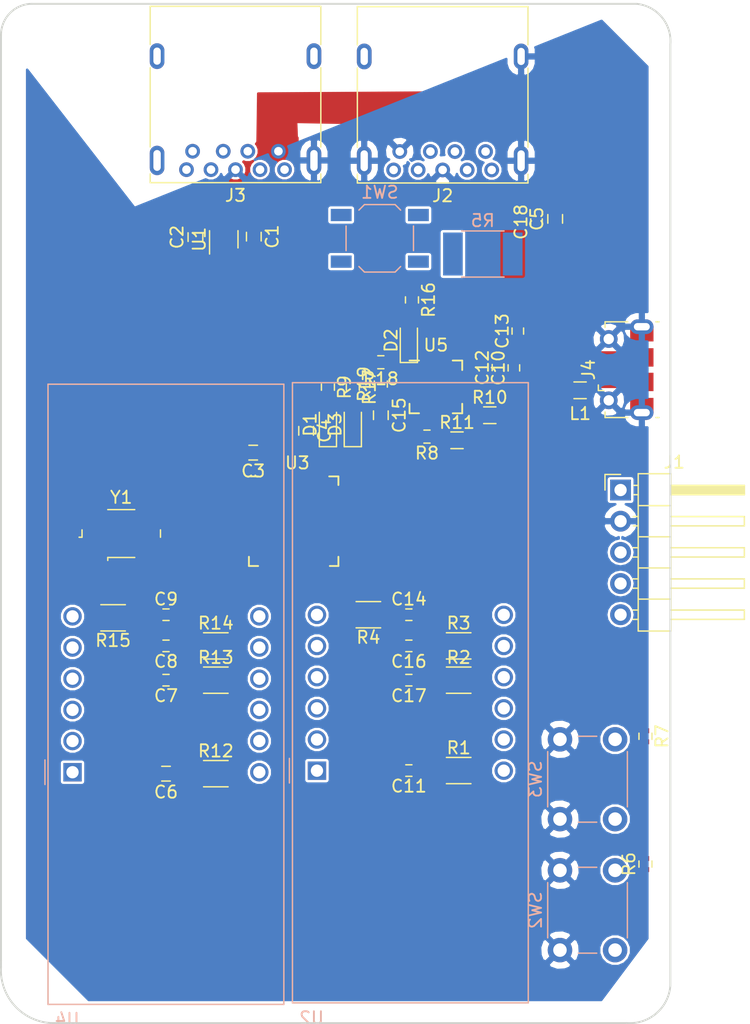
<source format=kicad_pcb>
(kicad_pcb (version 4) (host pcbnew 4.0.7)

  (general
    (links 180)
    (no_connects 159)
    (area 118.535535 60.884999 173.313566 144.102756)
    (thickness 1.6)
    (drawings 10)
    (tracks 0)
    (zones 0)
    (modules 54)
    (nets 80)
  )

  (page A4)
  (layers
    (0 F.Cu mixed)
    (1 In1.Cu mixed)
    (2 In2.Cu mixed)
    (31 B.Cu power hide)
    (32 B.Adhes user)
    (33 F.Adhes user)
    (34 B.Paste user)
    (35 F.Paste user)
    (36 B.SilkS user)
    (37 F.SilkS user)
    (38 B.Mask user)
    (39 F.Mask user)
    (40 Dwgs.User user)
    (41 Cmts.User user)
    (42 Eco1.User user)
    (43 Eco2.User user)
    (44 Edge.Cuts user)
    (45 Margin user)
    (46 B.CrtYd user)
    (47 F.CrtYd user)
    (48 B.Fab user)
    (49 F.Fab user)
  )

  (setup
    (last_trace_width 0.2)
    (trace_clearance 0.1)
    (zone_clearance 0.2)
    (zone_45_only no)
    (trace_min 0.1)
    (segment_width 0.2)
    (edge_width 0.15)
    (via_size 0.6)
    (via_drill 0.4)
    (via_min_size 0.4)
    (via_min_drill 0.3)
    (uvia_size 0.3)
    (uvia_drill 0.1)
    (uvias_allowed no)
    (uvia_min_size 0.2)
    (uvia_min_drill 0.1)
    (pcb_text_width 0.3)
    (pcb_text_size 1.5 1.5)
    (mod_edge_width 0.15)
    (mod_text_size 1 1)
    (mod_text_width 0.15)
    (pad_size 1.524 1.524)
    (pad_drill 0.762)
    (pad_to_mask_clearance 0.2)
    (aux_axis_origin 0 0)
    (visible_elements 7FFFFF97)
    (pcbplotparams
      (layerselection 0x00030_80000001)
      (usegerberextensions false)
      (excludeedgelayer true)
      (linewidth 0.100000)
      (plotframeref false)
      (viasonmask false)
      (mode 1)
      (useauxorigin false)
      (hpglpennumber 1)
      (hpglpenspeed 20)
      (hpglpendiameter 15)
      (hpglpenoverlay 2)
      (psnegative false)
      (psa4output false)
      (plotreference true)
      (plotvalue true)
      (plotinvisibletext false)
      (padsonsilk false)
      (subtractmaskfromsilk false)
      (outputformat 1)
      (mirror false)
      (drillshape 1)
      (scaleselection 1)
      (outputdirectory ""))
  )

  (net 0 "")
  (net 1 GND)
  (net 2 VBUSb)
  (net 3 +3V3)
  (net 4 "Net-(C3-Pad2)")
  (net 5 "Net-(C4-Pad2)")
  (net 6 "Net-(C10-Pad1)")
  (net 7 "Net-(C13-Pad1)")
  (net 8 "Net-(R1-Pad2)")
  (net 9 "Net-(R2-Pad2)")
  (net 10 "Net-(R3-Pad2)")
  (net 11 "Net-(R4-Pad2)")
  (net 12 VBUSa)
  (net 13 "Net-(R6-Pad1)")
  (net 14 "Net-(R7-Pad1)")
  (net 15 "Net-(R8-Pad1)")
  (net 16 "Net-(D1-Pad2)")
  (net 17 "Net-(R12-Pad2)")
  (net 18 "Net-(R13-Pad2)")
  (net 19 "Net-(R14-Pad2)")
  (net 20 "Net-(R15-Pad2)")
  (net 21 "Net-(D2-Pad2)")
  (net 22 "Net-(D3-Pad2)")
  (net 23 TXD)
  (net 24 RXD)
  (net 25 "Net-(J2-Pad1)")
  (net 26 "Net-(U1-Pad1)")
  (net 27 "Net-(U1-Pad3)")
  (net 28 "Net-(U2-Pad1)")
  (net 29 "Net-(U2-Pad2)")
  (net 30 "Net-(U2-Pad3)")
  (net 31 "Net-(U2-Pad4)")
  (net 32 "Net-(U2-Pad5)")
  (net 33 "Net-(U2-Pad7)")
  (net 34 "Net-(U2-Pad10)")
  (net 35 "Net-(U2-Pad11)")
  (net 36 "Net-(U3-Pad50)")
  (net 37 "Net-(U3-Pad51)")
  (net 38 "Net-(U3-Pad47)")
  (net 39 "Net-(U3-Pad52)")
  (net 40 "Net-(U3-Pad48)")
  (net 41 "Net-(U3-Pad53)")
  (net 42 "Net-(U3-Pad49)")
  (net 43 "Net-(U3-Pad54)")
  (net 44 "Net-(D1-Pad1)")
  (net 45 XRESn)
  (net 46 SWDCLK)
  (net 47 SWDIO)
  (net 48 "Net-(J2-Pad2)")
  (net 49 "Net-(J2-Pad3)")
  (net 50 "Net-(J2-Pad5)")
  (net 51 "Net-(J2-Pad6)")
  (net 52 "Net-(J2-Pad8)")
  (net 53 "Net-(J2-Pad9)")
  (net 54 "Net-(J4-Pad2)")
  (net 55 "Net-(J4-Pad1)")
  (net 56 "Net-(J4-Pad3)")
  (net 57 "Net-(R10-Pad1)")
  (net 58 "Net-(R11-Pad1)")
  (net 59 "Net-(U3-Pad3)")
  (net 60 "Net-(U3-Pad2)")
  (net 61 "Net-(U3-Pad7)")
  (net 62 "Net-(U3-Pad8)")
  (net 63 "Net-(U3-Pad12)")
  (net 64 "Net-(U3-Pad16)")
  (net 65 "Net-(U3-Pad17)")
  (net 66 "Net-(U3-Pad20)")
  (net 67 "Net-(U3-Pad21)")
  (net 68 "Net-(U3-Pad22)")
  (net 69 "Net-(U3-Pad24)")
  (net 70 "Net-(U3-Pad25)")
  (net 71 "Net-(U3-Pad39)")
  (net 72 "Net-(U3-Pad40)")
  (net 73 "Net-(U3-Pad42)")
  (net 74 "Net-(U3-Pad43)")
  (net 75 "Net-(U5-Pad2)")
  (net 76 "Net-(U5-Pad7)")
  (net 77 "Net-(U5-Pad14)")
  (net 78 "Net-(U5-Pad15)")
  (net 79 "Net-(U5-Pad16)")

  (net_class Default "This is the default net class."
    (clearance 0.1)
    (trace_width 0.2)
    (via_dia 0.6)
    (via_drill 0.4)
    (uvia_dia 0.3)
    (uvia_drill 0.1)
    (add_net "Net-(C10-Pad1)")
    (add_net "Net-(C13-Pad1)")
    (add_net "Net-(C3-Pad2)")
    (add_net "Net-(C4-Pad2)")
    (add_net "Net-(D1-Pad1)")
    (add_net "Net-(D1-Pad2)")
    (add_net "Net-(D2-Pad2)")
    (add_net "Net-(D3-Pad2)")
    (add_net "Net-(J2-Pad1)")
    (add_net "Net-(J2-Pad2)")
    (add_net "Net-(J2-Pad3)")
    (add_net "Net-(J2-Pad5)")
    (add_net "Net-(J2-Pad6)")
    (add_net "Net-(J2-Pad8)")
    (add_net "Net-(J2-Pad9)")
    (add_net "Net-(J4-Pad1)")
    (add_net "Net-(J4-Pad2)")
    (add_net "Net-(J4-Pad3)")
    (add_net "Net-(R1-Pad2)")
    (add_net "Net-(R10-Pad1)")
    (add_net "Net-(R11-Pad1)")
    (add_net "Net-(R12-Pad2)")
    (add_net "Net-(R13-Pad2)")
    (add_net "Net-(R14-Pad2)")
    (add_net "Net-(R15-Pad2)")
    (add_net "Net-(R2-Pad2)")
    (add_net "Net-(R3-Pad2)")
    (add_net "Net-(R4-Pad2)")
    (add_net "Net-(R6-Pad1)")
    (add_net "Net-(R7-Pad1)")
    (add_net "Net-(R8-Pad1)")
    (add_net "Net-(U1-Pad1)")
    (add_net "Net-(U1-Pad3)")
    (add_net "Net-(U2-Pad1)")
    (add_net "Net-(U2-Pad10)")
    (add_net "Net-(U2-Pad11)")
    (add_net "Net-(U2-Pad2)")
    (add_net "Net-(U2-Pad3)")
    (add_net "Net-(U2-Pad4)")
    (add_net "Net-(U2-Pad5)")
    (add_net "Net-(U2-Pad7)")
    (add_net "Net-(U3-Pad12)")
    (add_net "Net-(U3-Pad16)")
    (add_net "Net-(U3-Pad17)")
    (add_net "Net-(U3-Pad2)")
    (add_net "Net-(U3-Pad20)")
    (add_net "Net-(U3-Pad21)")
    (add_net "Net-(U3-Pad22)")
    (add_net "Net-(U3-Pad24)")
    (add_net "Net-(U3-Pad25)")
    (add_net "Net-(U3-Pad3)")
    (add_net "Net-(U3-Pad39)")
    (add_net "Net-(U3-Pad40)")
    (add_net "Net-(U3-Pad42)")
    (add_net "Net-(U3-Pad43)")
    (add_net "Net-(U3-Pad47)")
    (add_net "Net-(U3-Pad48)")
    (add_net "Net-(U3-Pad49)")
    (add_net "Net-(U3-Pad50)")
    (add_net "Net-(U3-Pad51)")
    (add_net "Net-(U3-Pad52)")
    (add_net "Net-(U3-Pad53)")
    (add_net "Net-(U3-Pad54)")
    (add_net "Net-(U3-Pad7)")
    (add_net "Net-(U3-Pad8)")
    (add_net "Net-(U5-Pad14)")
    (add_net "Net-(U5-Pad15)")
    (add_net "Net-(U5-Pad16)")
    (add_net "Net-(U5-Pad2)")
    (add_net "Net-(U5-Pad7)")
    (add_net RXD)
    (add_net SWDCLK)
    (add_net SWDIO)
    (add_net TXD)
    (add_net VBUSa)
    (add_net VBUSb)
    (add_net XRESn)
  )

  (net_class +3.3V ""
    (clearance 0.1)
    (trace_width 0.4)
    (via_dia 0.6)
    (via_drill 0.4)
    (uvia_dia 0.3)
    (uvia_drill 0.1)
    (add_net +3V3)
  )

  (net_class GND ""
    (clearance 0.1)
    (trace_width 0.4)
    (via_dia 0.6)
    (via_drill 0.4)
    (uvia_dia 0.3)
    (uvia_drill 0.1)
    (add_net GND)
  )

  (module Capacitors_SMD:C_0603 (layer F.Cu) (tedit 59958EE7) (tstamp 5B011987)
    (at 139.2428 79.9338 270)
    (descr "Capacitor SMD 0603, reflow soldering, AVX (see smccp.pdf)")
    (tags "capacitor 0603")
    (path /5B0126AB)
    (attr smd)
    (fp_text reference C1 (at 0 -1.5 270) (layer F.SilkS)
      (effects (font (size 1 1) (thickness 0.15)))
    )
    (fp_text value 4.7uF (at 0 1.5 270) (layer F.Fab)
      (effects (font (size 1 1) (thickness 0.15)))
    )
    (fp_line (start 1.4 0.65) (end -1.4 0.65) (layer F.CrtYd) (width 0.05))
    (fp_line (start 1.4 0.65) (end 1.4 -0.65) (layer F.CrtYd) (width 0.05))
    (fp_line (start -1.4 -0.65) (end -1.4 0.65) (layer F.CrtYd) (width 0.05))
    (fp_line (start -1.4 -0.65) (end 1.4 -0.65) (layer F.CrtYd) (width 0.05))
    (fp_line (start 0.35 0.6) (end -0.35 0.6) (layer F.SilkS) (width 0.12))
    (fp_line (start -0.35 -0.6) (end 0.35 -0.6) (layer F.SilkS) (width 0.12))
    (fp_line (start -0.8 -0.4) (end 0.8 -0.4) (layer F.Fab) (width 0.1))
    (fp_line (start 0.8 -0.4) (end 0.8 0.4) (layer F.Fab) (width 0.1))
    (fp_line (start 0.8 0.4) (end -0.8 0.4) (layer F.Fab) (width 0.1))
    (fp_line (start -0.8 0.4) (end -0.8 -0.4) (layer F.Fab) (width 0.1))
    (fp_text user %R (at 0 0 270) (layer F.Fab)
      (effects (font (size 0.3 0.3) (thickness 0.075)))
    )
    (pad 2 smd rect (at 0.75 0 270) (size 0.8 0.75) (layers F.Cu F.Paste F.Mask)
      (net 1 GND))
    (pad 1 smd rect (at -0.75 0 270) (size 0.8 0.75) (layers F.Cu F.Paste F.Mask)
      (net 2 VBUSb))
    (model Capacitors_SMD.3dshapes/C_0603.wrl
      (at (xyz 0 0 0))
      (scale (xyz 1 1 1))
      (rotate (xyz 0 0 0))
    )
  )

  (module Capacitors_SMD:C_0603 (layer F.Cu) (tedit 59958EE7) (tstamp 5B01198D)
    (at 134.4803 79.9719 90)
    (descr "Capacitor SMD 0603, reflow soldering, AVX (see smccp.pdf)")
    (tags "capacitor 0603")
    (path /5B01254E)
    (attr smd)
    (fp_text reference C2 (at 0 -1.5 90) (layer F.SilkS)
      (effects (font (size 1 1) (thickness 0.15)))
    )
    (fp_text value 4.7uF (at 0 1.5 90) (layer F.Fab)
      (effects (font (size 1 1) (thickness 0.15)))
    )
    (fp_line (start 1.4 0.65) (end -1.4 0.65) (layer F.CrtYd) (width 0.05))
    (fp_line (start 1.4 0.65) (end 1.4 -0.65) (layer F.CrtYd) (width 0.05))
    (fp_line (start -1.4 -0.65) (end -1.4 0.65) (layer F.CrtYd) (width 0.05))
    (fp_line (start -1.4 -0.65) (end 1.4 -0.65) (layer F.CrtYd) (width 0.05))
    (fp_line (start 0.35 0.6) (end -0.35 0.6) (layer F.SilkS) (width 0.12))
    (fp_line (start -0.35 -0.6) (end 0.35 -0.6) (layer F.SilkS) (width 0.12))
    (fp_line (start -0.8 -0.4) (end 0.8 -0.4) (layer F.Fab) (width 0.1))
    (fp_line (start 0.8 -0.4) (end 0.8 0.4) (layer F.Fab) (width 0.1))
    (fp_line (start 0.8 0.4) (end -0.8 0.4) (layer F.Fab) (width 0.1))
    (fp_line (start -0.8 0.4) (end -0.8 -0.4) (layer F.Fab) (width 0.1))
    (fp_text user %R (at 0 0 90) (layer F.Fab)
      (effects (font (size 0.3 0.3) (thickness 0.075)))
    )
    (pad 2 smd rect (at 0.75 0 90) (size 0.8 0.75) (layers F.Cu F.Paste F.Mask)
      (net 1 GND))
    (pad 1 smd rect (at -0.75 0 90) (size 0.8 0.75) (layers F.Cu F.Paste F.Mask)
      (net 3 +3V3))
    (model Capacitors_SMD.3dshapes/C_0603.wrl
      (at (xyz 0 0 0))
      (scale (xyz 1 1 1))
      (rotate (xyz 0 0 0))
    )
  )

  (module Capacitors_SMD:C_0603 (layer F.Cu) (tedit 59958EE7) (tstamp 5B011993)
    (at 139.192 97.536 180)
    (descr "Capacitor SMD 0603, reflow soldering, AVX (see smccp.pdf)")
    (tags "capacitor 0603")
    (path /5B0187D6)
    (attr smd)
    (fp_text reference C3 (at 0 -1.5 180) (layer F.SilkS)
      (effects (font (size 1 1) (thickness 0.15)))
    )
    (fp_text value 1.0uF (at 0 1.5 180) (layer F.Fab)
      (effects (font (size 1 1) (thickness 0.15)))
    )
    (fp_line (start 1.4 0.65) (end -1.4 0.65) (layer F.CrtYd) (width 0.05))
    (fp_line (start 1.4 0.65) (end 1.4 -0.65) (layer F.CrtYd) (width 0.05))
    (fp_line (start -1.4 -0.65) (end -1.4 0.65) (layer F.CrtYd) (width 0.05))
    (fp_line (start -1.4 -0.65) (end 1.4 -0.65) (layer F.CrtYd) (width 0.05))
    (fp_line (start 0.35 0.6) (end -0.35 0.6) (layer F.SilkS) (width 0.12))
    (fp_line (start -0.35 -0.6) (end 0.35 -0.6) (layer F.SilkS) (width 0.12))
    (fp_line (start -0.8 -0.4) (end 0.8 -0.4) (layer F.Fab) (width 0.1))
    (fp_line (start 0.8 -0.4) (end 0.8 0.4) (layer F.Fab) (width 0.1))
    (fp_line (start 0.8 0.4) (end -0.8 0.4) (layer F.Fab) (width 0.1))
    (fp_line (start -0.8 0.4) (end -0.8 -0.4) (layer F.Fab) (width 0.1))
    (fp_text user %R (at 0 0 180) (layer F.Fab)
      (effects (font (size 0.3 0.3) (thickness 0.075)))
    )
    (pad 2 smd rect (at 0.75 0 180) (size 0.8 0.75) (layers F.Cu F.Paste F.Mask)
      (net 4 "Net-(C3-Pad2)"))
    (pad 1 smd rect (at -0.75 0 180) (size 0.8 0.75) (layers F.Cu F.Paste F.Mask)
      (net 1 GND))
    (model Capacitors_SMD.3dshapes/C_0603.wrl
      (at (xyz 0 0 0))
      (scale (xyz 1 1 1))
      (rotate (xyz 0 0 0))
    )
  )

  (module Capacitors_SMD:C_0603 (layer F.Cu) (tedit 59958EE7) (tstamp 5B011999)
    (at 143.51 95.758 270)
    (descr "Capacitor SMD 0603, reflow soldering, AVX (see smccp.pdf)")
    (tags "capacitor 0603")
    (path /5B017D98)
    (attr smd)
    (fp_text reference C4 (at 0 -1.5 270) (layer F.SilkS)
      (effects (font (size 1 1) (thickness 0.15)))
    )
    (fp_text value 1.0uF (at 0 1.5 270) (layer F.Fab)
      (effects (font (size 1 1) (thickness 0.15)))
    )
    (fp_line (start 1.4 0.65) (end -1.4 0.65) (layer F.CrtYd) (width 0.05))
    (fp_line (start 1.4 0.65) (end 1.4 -0.65) (layer F.CrtYd) (width 0.05))
    (fp_line (start -1.4 -0.65) (end -1.4 0.65) (layer F.CrtYd) (width 0.05))
    (fp_line (start -1.4 -0.65) (end 1.4 -0.65) (layer F.CrtYd) (width 0.05))
    (fp_line (start 0.35 0.6) (end -0.35 0.6) (layer F.SilkS) (width 0.12))
    (fp_line (start -0.35 -0.6) (end 0.35 -0.6) (layer F.SilkS) (width 0.12))
    (fp_line (start -0.8 -0.4) (end 0.8 -0.4) (layer F.Fab) (width 0.1))
    (fp_line (start 0.8 -0.4) (end 0.8 0.4) (layer F.Fab) (width 0.1))
    (fp_line (start 0.8 0.4) (end -0.8 0.4) (layer F.Fab) (width 0.1))
    (fp_line (start -0.8 0.4) (end -0.8 -0.4) (layer F.Fab) (width 0.1))
    (fp_text user %R (at 0 0 270) (layer F.Fab)
      (effects (font (size 0.3 0.3) (thickness 0.075)))
    )
    (pad 2 smd rect (at 0.75 0 270) (size 0.8 0.75) (layers F.Cu F.Paste F.Mask)
      (net 5 "Net-(C4-Pad2)"))
    (pad 1 smd rect (at -0.75 0 270) (size 0.8 0.75) (layers F.Cu F.Paste F.Mask)
      (net 1 GND))
    (model Capacitors_SMD.3dshapes/C_0603.wrl
      (at (xyz 0 0 0))
      (scale (xyz 1 1 1))
      (rotate (xyz 0 0 0))
    )
  )

  (module Capacitors_SMD:C_0603 (layer F.Cu) (tedit 59958EE7) (tstamp 5B01199F)
    (at 163.83 78.486 90)
    (descr "Capacitor SMD 0603, reflow soldering, AVX (see smccp.pdf)")
    (tags "capacitor 0603")
    (path /5B01ED56)
    (attr smd)
    (fp_text reference C5 (at 0 -1.5 90) (layer F.SilkS)
      (effects (font (size 1 1) (thickness 0.15)))
    )
    (fp_text value 1.0uF (at 0 1.5 90) (layer F.Fab)
      (effects (font (size 1 1) (thickness 0.15)))
    )
    (fp_line (start 1.4 0.65) (end -1.4 0.65) (layer F.CrtYd) (width 0.05))
    (fp_line (start 1.4 0.65) (end 1.4 -0.65) (layer F.CrtYd) (width 0.05))
    (fp_line (start -1.4 -0.65) (end -1.4 0.65) (layer F.CrtYd) (width 0.05))
    (fp_line (start -1.4 -0.65) (end 1.4 -0.65) (layer F.CrtYd) (width 0.05))
    (fp_line (start 0.35 0.6) (end -0.35 0.6) (layer F.SilkS) (width 0.12))
    (fp_line (start -0.35 -0.6) (end 0.35 -0.6) (layer F.SilkS) (width 0.12))
    (fp_line (start -0.8 -0.4) (end 0.8 -0.4) (layer F.Fab) (width 0.1))
    (fp_line (start 0.8 -0.4) (end 0.8 0.4) (layer F.Fab) (width 0.1))
    (fp_line (start 0.8 0.4) (end -0.8 0.4) (layer F.Fab) (width 0.1))
    (fp_line (start -0.8 0.4) (end -0.8 -0.4) (layer F.Fab) (width 0.1))
    (fp_text user %R (at 0 0 90) (layer F.Fab)
      (effects (font (size 0.3 0.3) (thickness 0.075)))
    )
    (pad 2 smd rect (at 0.75 0 90) (size 0.8 0.75) (layers F.Cu F.Paste F.Mask)
      (net 1 GND))
    (pad 1 smd rect (at -0.75 0 90) (size 0.8 0.75) (layers F.Cu F.Paste F.Mask)
      (net 2 VBUSb))
    (model Capacitors_SMD.3dshapes/C_0603.wrl
      (at (xyz 0 0 0))
      (scale (xyz 1 1 1))
      (rotate (xyz 0 0 0))
    )
  )

  (module Capacitors_SMD:C_0603 (layer F.Cu) (tedit 59958EE7) (tstamp 5B0119A5)
    (at 132.08 123.698 180)
    (descr "Capacitor SMD 0603, reflow soldering, AVX (see smccp.pdf)")
    (tags "capacitor 0603")
    (path /5B01CEA3)
    (attr smd)
    (fp_text reference C6 (at 0 -1.5 180) (layer F.SilkS)
      (effects (font (size 1 1) (thickness 0.15)))
    )
    (fp_text value 1.0uF (at 0 1.5 180) (layer F.Fab)
      (effects (font (size 1 1) (thickness 0.15)))
    )
    (fp_line (start 1.4 0.65) (end -1.4 0.65) (layer F.CrtYd) (width 0.05))
    (fp_line (start 1.4 0.65) (end 1.4 -0.65) (layer F.CrtYd) (width 0.05))
    (fp_line (start -1.4 -0.65) (end -1.4 0.65) (layer F.CrtYd) (width 0.05))
    (fp_line (start -1.4 -0.65) (end 1.4 -0.65) (layer F.CrtYd) (width 0.05))
    (fp_line (start 0.35 0.6) (end -0.35 0.6) (layer F.SilkS) (width 0.12))
    (fp_line (start -0.35 -0.6) (end 0.35 -0.6) (layer F.SilkS) (width 0.12))
    (fp_line (start -0.8 -0.4) (end 0.8 -0.4) (layer F.Fab) (width 0.1))
    (fp_line (start 0.8 -0.4) (end 0.8 0.4) (layer F.Fab) (width 0.1))
    (fp_line (start 0.8 0.4) (end -0.8 0.4) (layer F.Fab) (width 0.1))
    (fp_line (start -0.8 0.4) (end -0.8 -0.4) (layer F.Fab) (width 0.1))
    (fp_text user %R (at 0 0 180) (layer F.Fab)
      (effects (font (size 0.3 0.3) (thickness 0.075)))
    )
    (pad 2 smd rect (at 0.75 0 180) (size 0.8 0.75) (layers F.Cu F.Paste F.Mask)
      (net 1 GND))
    (pad 1 smd rect (at -0.75 0 180) (size 0.8 0.75) (layers F.Cu F.Paste F.Mask)
      (net 3 +3V3))
    (model Capacitors_SMD.3dshapes/C_0603.wrl
      (at (xyz 0 0 0))
      (scale (xyz 1 1 1))
      (rotate (xyz 0 0 0))
    )
  )

  (module Capacitors_SMD:C_0402 (layer F.Cu) (tedit 58AA841A) (tstamp 5B0119AB)
    (at 132.08 116.078 180)
    (descr "Capacitor SMD 0402, reflow soldering, AVX (see smccp.pdf)")
    (tags "capacitor 0402")
    (path /5B01CEB0)
    (attr smd)
    (fp_text reference C7 (at 0 -1.27 180) (layer F.SilkS)
      (effects (font (size 1 1) (thickness 0.15)))
    )
    (fp_text value 0.1uF (at 0 1.27 180) (layer F.Fab)
      (effects (font (size 1 1) (thickness 0.15)))
    )
    (fp_text user %R (at 0 -1.27 180) (layer F.Fab)
      (effects (font (size 1 1) (thickness 0.15)))
    )
    (fp_line (start -0.5 0.25) (end -0.5 -0.25) (layer F.Fab) (width 0.1))
    (fp_line (start 0.5 0.25) (end -0.5 0.25) (layer F.Fab) (width 0.1))
    (fp_line (start 0.5 -0.25) (end 0.5 0.25) (layer F.Fab) (width 0.1))
    (fp_line (start -0.5 -0.25) (end 0.5 -0.25) (layer F.Fab) (width 0.1))
    (fp_line (start 0.25 -0.47) (end -0.25 -0.47) (layer F.SilkS) (width 0.12))
    (fp_line (start -0.25 0.47) (end 0.25 0.47) (layer F.SilkS) (width 0.12))
    (fp_line (start -1 -0.4) (end 1 -0.4) (layer F.CrtYd) (width 0.05))
    (fp_line (start -1 -0.4) (end -1 0.4) (layer F.CrtYd) (width 0.05))
    (fp_line (start 1 0.4) (end 1 -0.4) (layer F.CrtYd) (width 0.05))
    (fp_line (start 1 0.4) (end -1 0.4) (layer F.CrtYd) (width 0.05))
    (pad 1 smd rect (at -0.55 0 180) (size 0.6 0.5) (layers F.Cu F.Paste F.Mask)
      (net 3 +3V3))
    (pad 2 smd rect (at 0.55 0 180) (size 0.6 0.5) (layers F.Cu F.Paste F.Mask)
      (net 1 GND))
    (model Capacitors_SMD.3dshapes/C_0402.wrl
      (at (xyz 0 0 0))
      (scale (xyz 1 1 1))
      (rotate (xyz 0 0 0))
    )
  )

  (module Capacitors_SMD:C_0402 (layer F.Cu) (tedit 58AA841A) (tstamp 5B0119B1)
    (at 132.08 113.284 180)
    (descr "Capacitor SMD 0402, reflow soldering, AVX (see smccp.pdf)")
    (tags "capacitor 0402")
    (path /5B01CEB9)
    (attr smd)
    (fp_text reference C8 (at 0 -1.27 180) (layer F.SilkS)
      (effects (font (size 1 1) (thickness 0.15)))
    )
    (fp_text value 0.1uF (at 0 1.27 180) (layer F.Fab)
      (effects (font (size 1 1) (thickness 0.15)))
    )
    (fp_text user %R (at 0 -1.27 180) (layer F.Fab)
      (effects (font (size 1 1) (thickness 0.15)))
    )
    (fp_line (start -0.5 0.25) (end -0.5 -0.25) (layer F.Fab) (width 0.1))
    (fp_line (start 0.5 0.25) (end -0.5 0.25) (layer F.Fab) (width 0.1))
    (fp_line (start 0.5 -0.25) (end 0.5 0.25) (layer F.Fab) (width 0.1))
    (fp_line (start -0.5 -0.25) (end 0.5 -0.25) (layer F.Fab) (width 0.1))
    (fp_line (start 0.25 -0.47) (end -0.25 -0.47) (layer F.SilkS) (width 0.12))
    (fp_line (start -0.25 0.47) (end 0.25 0.47) (layer F.SilkS) (width 0.12))
    (fp_line (start -1 -0.4) (end 1 -0.4) (layer F.CrtYd) (width 0.05))
    (fp_line (start -1 -0.4) (end -1 0.4) (layer F.CrtYd) (width 0.05))
    (fp_line (start 1 0.4) (end 1 -0.4) (layer F.CrtYd) (width 0.05))
    (fp_line (start 1 0.4) (end -1 0.4) (layer F.CrtYd) (width 0.05))
    (pad 1 smd rect (at -0.55 0 180) (size 0.6 0.5) (layers F.Cu F.Paste F.Mask)
      (net 3 +3V3))
    (pad 2 smd rect (at 0.55 0 180) (size 0.6 0.5) (layers F.Cu F.Paste F.Mask)
      (net 1 GND))
    (model Capacitors_SMD.3dshapes/C_0402.wrl
      (at (xyz 0 0 0))
      (scale (xyz 1 1 1))
      (rotate (xyz 0 0 0))
    )
  )

  (module Capacitors_SMD:C_0402 (layer F.Cu) (tedit 58AA841A) (tstamp 5B0119B7)
    (at 132.08 110.744)
    (descr "Capacitor SMD 0402, reflow soldering, AVX (see smccp.pdf)")
    (tags "capacitor 0402")
    (path /5B01CEBF)
    (attr smd)
    (fp_text reference C9 (at 0 -1.27) (layer F.SilkS)
      (effects (font (size 1 1) (thickness 0.15)))
    )
    (fp_text value 0.1uF (at 0 1.27) (layer F.Fab)
      (effects (font (size 1 1) (thickness 0.15)))
    )
    (fp_text user %R (at 0 -1.27) (layer F.Fab)
      (effects (font (size 1 1) (thickness 0.15)))
    )
    (fp_line (start -0.5 0.25) (end -0.5 -0.25) (layer F.Fab) (width 0.1))
    (fp_line (start 0.5 0.25) (end -0.5 0.25) (layer F.Fab) (width 0.1))
    (fp_line (start 0.5 -0.25) (end 0.5 0.25) (layer F.Fab) (width 0.1))
    (fp_line (start -0.5 -0.25) (end 0.5 -0.25) (layer F.Fab) (width 0.1))
    (fp_line (start 0.25 -0.47) (end -0.25 -0.47) (layer F.SilkS) (width 0.12))
    (fp_line (start -0.25 0.47) (end 0.25 0.47) (layer F.SilkS) (width 0.12))
    (fp_line (start -1 -0.4) (end 1 -0.4) (layer F.CrtYd) (width 0.05))
    (fp_line (start -1 -0.4) (end -1 0.4) (layer F.CrtYd) (width 0.05))
    (fp_line (start 1 0.4) (end 1 -0.4) (layer F.CrtYd) (width 0.05))
    (fp_line (start 1 0.4) (end -1 0.4) (layer F.CrtYd) (width 0.05))
    (pad 1 smd rect (at -0.55 0) (size 0.6 0.5) (layers F.Cu F.Paste F.Mask)
      (net 3 +3V3))
    (pad 2 smd rect (at 0.55 0) (size 0.6 0.5) (layers F.Cu F.Paste F.Mask)
      (net 1 GND))
    (model Capacitors_SMD.3dshapes/C_0402.wrl
      (at (xyz 0 0 0))
      (scale (xyz 1 1 1))
      (rotate (xyz 0 0 0))
    )
  )

  (module Capacitors_SMD:C_0402 (layer F.Cu) (tedit 58AA841A) (tstamp 5B0119BD)
    (at 160.461 90.629 90)
    (descr "Capacitor SMD 0402, reflow soldering, AVX (see smccp.pdf)")
    (tags "capacitor 0402")
    (path /5B0221B7)
    (attr smd)
    (fp_text reference C10 (at 0 -1.27 90) (layer F.SilkS)
      (effects (font (size 1 1) (thickness 0.15)))
    )
    (fp_text value 1.0uF (at 0 1.27 90) (layer F.Fab)
      (effects (font (size 1 1) (thickness 0.15)))
    )
    (fp_text user %R (at 0 -1.27 90) (layer F.Fab)
      (effects (font (size 1 1) (thickness 0.15)))
    )
    (fp_line (start -0.5 0.25) (end -0.5 -0.25) (layer F.Fab) (width 0.1))
    (fp_line (start 0.5 0.25) (end -0.5 0.25) (layer F.Fab) (width 0.1))
    (fp_line (start 0.5 -0.25) (end 0.5 0.25) (layer F.Fab) (width 0.1))
    (fp_line (start -0.5 -0.25) (end 0.5 -0.25) (layer F.Fab) (width 0.1))
    (fp_line (start 0.25 -0.47) (end -0.25 -0.47) (layer F.SilkS) (width 0.12))
    (fp_line (start -0.25 0.47) (end 0.25 0.47) (layer F.SilkS) (width 0.12))
    (fp_line (start -1 -0.4) (end 1 -0.4) (layer F.CrtYd) (width 0.05))
    (fp_line (start -1 -0.4) (end -1 0.4) (layer F.CrtYd) (width 0.05))
    (fp_line (start 1 0.4) (end 1 -0.4) (layer F.CrtYd) (width 0.05))
    (fp_line (start 1 0.4) (end -1 0.4) (layer F.CrtYd) (width 0.05))
    (pad 1 smd rect (at -0.55 0 90) (size 0.6 0.5) (layers F.Cu F.Paste F.Mask)
      (net 6 "Net-(C10-Pad1)"))
    (pad 2 smd rect (at 0.55 0 90) (size 0.6 0.5) (layers F.Cu F.Paste F.Mask)
      (net 1 GND))
    (model Capacitors_SMD.3dshapes/C_0402.wrl
      (at (xyz 0 0 0))
      (scale (xyz 1 1 1))
      (rotate (xyz 0 0 0))
    )
  )

  (module Capacitors_SMD:C_0402 (layer F.Cu) (tedit 58AA841A) (tstamp 5B0119C3)
    (at 151.892 123.444 180)
    (descr "Capacitor SMD 0402, reflow soldering, AVX (see smccp.pdf)")
    (tags "capacitor 0402")
    (path /5B01B5F1)
    (attr smd)
    (fp_text reference C11 (at 0 -1.27 180) (layer F.SilkS)
      (effects (font (size 1 1) (thickness 0.15)))
    )
    (fp_text value 1.0uF (at 0 1.27 180) (layer F.Fab)
      (effects (font (size 1 1) (thickness 0.15)))
    )
    (fp_text user %R (at 0 -1.27 180) (layer F.Fab)
      (effects (font (size 1 1) (thickness 0.15)))
    )
    (fp_line (start -0.5 0.25) (end -0.5 -0.25) (layer F.Fab) (width 0.1))
    (fp_line (start 0.5 0.25) (end -0.5 0.25) (layer F.Fab) (width 0.1))
    (fp_line (start 0.5 -0.25) (end 0.5 0.25) (layer F.Fab) (width 0.1))
    (fp_line (start -0.5 -0.25) (end 0.5 -0.25) (layer F.Fab) (width 0.1))
    (fp_line (start 0.25 -0.47) (end -0.25 -0.47) (layer F.SilkS) (width 0.12))
    (fp_line (start -0.25 0.47) (end 0.25 0.47) (layer F.SilkS) (width 0.12))
    (fp_line (start -1 -0.4) (end 1 -0.4) (layer F.CrtYd) (width 0.05))
    (fp_line (start -1 -0.4) (end -1 0.4) (layer F.CrtYd) (width 0.05))
    (fp_line (start 1 0.4) (end 1 -0.4) (layer F.CrtYd) (width 0.05))
    (fp_line (start 1 0.4) (end -1 0.4) (layer F.CrtYd) (width 0.05))
    (pad 1 smd rect (at -0.55 0 180) (size 0.6 0.5) (layers F.Cu F.Paste F.Mask)
      (net 3 +3V3))
    (pad 2 smd rect (at 0.55 0 180) (size 0.6 0.5) (layers F.Cu F.Paste F.Mask)
      (net 1 GND))
    (model Capacitors_SMD.3dshapes/C_0402.wrl
      (at (xyz 0 0 0))
      (scale (xyz 1 1 1))
      (rotate (xyz 0 0 0))
    )
  )

  (module Capacitors_SMD:C_0402 (layer F.Cu) (tedit 58AA841A) (tstamp 5B0119C9)
    (at 159.161 90.604 90)
    (descr "Capacitor SMD 0402, reflow soldering, AVX (see smccp.pdf)")
    (tags "capacitor 0402")
    (path /5B0222B0)
    (attr smd)
    (fp_text reference C12 (at 0 -1.27 90) (layer F.SilkS)
      (effects (font (size 1 1) (thickness 0.15)))
    )
    (fp_text value 100nF (at 0 1.27 90) (layer F.Fab)
      (effects (font (size 1 1) (thickness 0.15)))
    )
    (fp_text user %R (at 0 -1.27 90) (layer F.Fab)
      (effects (font (size 1 1) (thickness 0.15)))
    )
    (fp_line (start -0.5 0.25) (end -0.5 -0.25) (layer F.Fab) (width 0.1))
    (fp_line (start 0.5 0.25) (end -0.5 0.25) (layer F.Fab) (width 0.1))
    (fp_line (start 0.5 -0.25) (end 0.5 0.25) (layer F.Fab) (width 0.1))
    (fp_line (start -0.5 -0.25) (end 0.5 -0.25) (layer F.Fab) (width 0.1))
    (fp_line (start 0.25 -0.47) (end -0.25 -0.47) (layer F.SilkS) (width 0.12))
    (fp_line (start -0.25 0.47) (end 0.25 0.47) (layer F.SilkS) (width 0.12))
    (fp_line (start -1 -0.4) (end 1 -0.4) (layer F.CrtYd) (width 0.05))
    (fp_line (start -1 -0.4) (end -1 0.4) (layer F.CrtYd) (width 0.05))
    (fp_line (start 1 0.4) (end 1 -0.4) (layer F.CrtYd) (width 0.05))
    (fp_line (start 1 0.4) (end -1 0.4) (layer F.CrtYd) (width 0.05))
    (pad 1 smd rect (at -0.55 0 90) (size 0.6 0.5) (layers F.Cu F.Paste F.Mask)
      (net 6 "Net-(C10-Pad1)"))
    (pad 2 smd rect (at 0.55 0 90) (size 0.6 0.5) (layers F.Cu F.Paste F.Mask)
      (net 1 GND))
    (model Capacitors_SMD.3dshapes/C_0402.wrl
      (at (xyz 0 0 0))
      (scale (xyz 1 1 1))
      (rotate (xyz 0 0 0))
    )
  )

  (module Capacitors_SMD:C_0402 (layer F.Cu) (tedit 58AA841A) (tstamp 5B0119CF)
    (at 160.782 87.63 90)
    (descr "Capacitor SMD 0402, reflow soldering, AVX (see smccp.pdf)")
    (tags "capacitor 0402")
    (path /5B024F68)
    (attr smd)
    (fp_text reference C13 (at 0 -1.27 90) (layer F.SilkS)
      (effects (font (size 1 1) (thickness 0.15)))
    )
    (fp_text value 100nF (at 0 1.27 90) (layer F.Fab)
      (effects (font (size 1 1) (thickness 0.15)))
    )
    (fp_text user %R (at 0 -1.27 90) (layer F.Fab)
      (effects (font (size 1 1) (thickness 0.15)))
    )
    (fp_line (start -0.5 0.25) (end -0.5 -0.25) (layer F.Fab) (width 0.1))
    (fp_line (start 0.5 0.25) (end -0.5 0.25) (layer F.Fab) (width 0.1))
    (fp_line (start 0.5 -0.25) (end 0.5 0.25) (layer F.Fab) (width 0.1))
    (fp_line (start -0.5 -0.25) (end 0.5 -0.25) (layer F.Fab) (width 0.1))
    (fp_line (start 0.25 -0.47) (end -0.25 -0.47) (layer F.SilkS) (width 0.12))
    (fp_line (start -0.25 0.47) (end 0.25 0.47) (layer F.SilkS) (width 0.12))
    (fp_line (start -1 -0.4) (end 1 -0.4) (layer F.CrtYd) (width 0.05))
    (fp_line (start -1 -0.4) (end -1 0.4) (layer F.CrtYd) (width 0.05))
    (fp_line (start 1 0.4) (end 1 -0.4) (layer F.CrtYd) (width 0.05))
    (fp_line (start 1 0.4) (end -1 0.4) (layer F.CrtYd) (width 0.05))
    (pad 1 smd rect (at -0.55 0 90) (size 0.6 0.5) (layers F.Cu F.Paste F.Mask)
      (net 7 "Net-(C13-Pad1)"))
    (pad 2 smd rect (at 0.55 0 90) (size 0.6 0.5) (layers F.Cu F.Paste F.Mask)
      (net 1 GND))
    (model Capacitors_SMD.3dshapes/C_0402.wrl
      (at (xyz 0 0 0))
      (scale (xyz 1 1 1))
      (rotate (xyz 0 0 0))
    )
  )

  (module Capacitors_SMD:C_0402 (layer F.Cu) (tedit 58AA841A) (tstamp 5B0119D5)
    (at 151.892 110.744)
    (descr "Capacitor SMD 0402, reflow soldering, AVX (see smccp.pdf)")
    (tags "capacitor 0402")
    (path /5B01B935)
    (attr smd)
    (fp_text reference C14 (at 0 -1.27) (layer F.SilkS)
      (effects (font (size 1 1) (thickness 0.15)))
    )
    (fp_text value 0.1uF (at 0 1.27) (layer F.Fab)
      (effects (font (size 1 1) (thickness 0.15)))
    )
    (fp_text user %R (at 0 -1.27) (layer F.Fab)
      (effects (font (size 1 1) (thickness 0.15)))
    )
    (fp_line (start -0.5 0.25) (end -0.5 -0.25) (layer F.Fab) (width 0.1))
    (fp_line (start 0.5 0.25) (end -0.5 0.25) (layer F.Fab) (width 0.1))
    (fp_line (start 0.5 -0.25) (end 0.5 0.25) (layer F.Fab) (width 0.1))
    (fp_line (start -0.5 -0.25) (end 0.5 -0.25) (layer F.Fab) (width 0.1))
    (fp_line (start 0.25 -0.47) (end -0.25 -0.47) (layer F.SilkS) (width 0.12))
    (fp_line (start -0.25 0.47) (end 0.25 0.47) (layer F.SilkS) (width 0.12))
    (fp_line (start -1 -0.4) (end 1 -0.4) (layer F.CrtYd) (width 0.05))
    (fp_line (start -1 -0.4) (end -1 0.4) (layer F.CrtYd) (width 0.05))
    (fp_line (start 1 0.4) (end 1 -0.4) (layer F.CrtYd) (width 0.05))
    (fp_line (start 1 0.4) (end -1 0.4) (layer F.CrtYd) (width 0.05))
    (pad 1 smd rect (at -0.55 0) (size 0.6 0.5) (layers F.Cu F.Paste F.Mask)
      (net 3 +3V3))
    (pad 2 smd rect (at 0.55 0) (size 0.6 0.5) (layers F.Cu F.Paste F.Mask)
      (net 1 GND))
    (model Capacitors_SMD.3dshapes/C_0402.wrl
      (at (xyz 0 0 0))
      (scale (xyz 1 1 1))
      (rotate (xyz 0 0 0))
    )
  )

  (module Capacitors_SMD:C_0603 (layer F.Cu) (tedit 59958EE7) (tstamp 5B0119DB)
    (at 149.606 94.488 270)
    (descr "Capacitor SMD 0603, reflow soldering, AVX (see smccp.pdf)")
    (tags "capacitor 0603")
    (path /5B025014)
    (attr smd)
    (fp_text reference C15 (at 0 -1.5 270) (layer F.SilkS)
      (effects (font (size 1 1) (thickness 0.15)))
    )
    (fp_text value 4.7uF (at 0 1.5 270) (layer F.Fab)
      (effects (font (size 1 1) (thickness 0.15)))
    )
    (fp_line (start 1.4 0.65) (end -1.4 0.65) (layer F.CrtYd) (width 0.05))
    (fp_line (start 1.4 0.65) (end 1.4 -0.65) (layer F.CrtYd) (width 0.05))
    (fp_line (start -1.4 -0.65) (end -1.4 0.65) (layer F.CrtYd) (width 0.05))
    (fp_line (start -1.4 -0.65) (end 1.4 -0.65) (layer F.CrtYd) (width 0.05))
    (fp_line (start 0.35 0.6) (end -0.35 0.6) (layer F.SilkS) (width 0.12))
    (fp_line (start -0.35 -0.6) (end 0.35 -0.6) (layer F.SilkS) (width 0.12))
    (fp_line (start -0.8 -0.4) (end 0.8 -0.4) (layer F.Fab) (width 0.1))
    (fp_line (start 0.8 -0.4) (end 0.8 0.4) (layer F.Fab) (width 0.1))
    (fp_line (start 0.8 0.4) (end -0.8 0.4) (layer F.Fab) (width 0.1))
    (fp_line (start -0.8 0.4) (end -0.8 -0.4) (layer F.Fab) (width 0.1))
    (fp_text user %R (at 0 0 270) (layer F.Fab)
      (effects (font (size 0.3 0.3) (thickness 0.075)))
    )
    (pad 2 smd rect (at 0.75 0 270) (size 0.8 0.75) (layers F.Cu F.Paste F.Mask)
      (net 1 GND))
    (pad 1 smd rect (at -0.75 0 270) (size 0.8 0.75) (layers F.Cu F.Paste F.Mask)
      (net 7 "Net-(C13-Pad1)"))
    (model Capacitors_SMD.3dshapes/C_0603.wrl
      (at (xyz 0 0 0))
      (scale (xyz 1 1 1))
      (rotate (xyz 0 0 0))
    )
  )

  (module Capacitors_SMD:C_0402 (layer F.Cu) (tedit 58AA841A) (tstamp 5B0119E1)
    (at 151.892 113.284 180)
    (descr "Capacitor SMD 0402, reflow soldering, AVX (see smccp.pdf)")
    (tags "capacitor 0402")
    (path /5B01BC29)
    (attr smd)
    (fp_text reference C16 (at 0 -1.27 180) (layer F.SilkS)
      (effects (font (size 1 1) (thickness 0.15)))
    )
    (fp_text value 0.1uF (at 0 1.27 180) (layer F.Fab)
      (effects (font (size 1 1) (thickness 0.15)))
    )
    (fp_text user %R (at 0 -1.27 180) (layer F.Fab)
      (effects (font (size 1 1) (thickness 0.15)))
    )
    (fp_line (start -0.5 0.25) (end -0.5 -0.25) (layer F.Fab) (width 0.1))
    (fp_line (start 0.5 0.25) (end -0.5 0.25) (layer F.Fab) (width 0.1))
    (fp_line (start 0.5 -0.25) (end 0.5 0.25) (layer F.Fab) (width 0.1))
    (fp_line (start -0.5 -0.25) (end 0.5 -0.25) (layer F.Fab) (width 0.1))
    (fp_line (start 0.25 -0.47) (end -0.25 -0.47) (layer F.SilkS) (width 0.12))
    (fp_line (start -0.25 0.47) (end 0.25 0.47) (layer F.SilkS) (width 0.12))
    (fp_line (start -1 -0.4) (end 1 -0.4) (layer F.CrtYd) (width 0.05))
    (fp_line (start -1 -0.4) (end -1 0.4) (layer F.CrtYd) (width 0.05))
    (fp_line (start 1 0.4) (end 1 -0.4) (layer F.CrtYd) (width 0.05))
    (fp_line (start 1 0.4) (end -1 0.4) (layer F.CrtYd) (width 0.05))
    (pad 1 smd rect (at -0.55 0 180) (size 0.6 0.5) (layers F.Cu F.Paste F.Mask)
      (net 3 +3V3))
    (pad 2 smd rect (at 0.55 0 180) (size 0.6 0.5) (layers F.Cu F.Paste F.Mask)
      (net 1 GND))
    (model Capacitors_SMD.3dshapes/C_0402.wrl
      (at (xyz 0 0 0))
      (scale (xyz 1 1 1))
      (rotate (xyz 0 0 0))
    )
  )

  (module Capacitors_SMD:C_0402 (layer F.Cu) (tedit 58AA841A) (tstamp 5B0119E7)
    (at 151.892 116.078 180)
    (descr "Capacitor SMD 0402, reflow soldering, AVX (see smccp.pdf)")
    (tags "capacitor 0402")
    (path /5B01BCE4)
    (attr smd)
    (fp_text reference C17 (at 0 -1.27 180) (layer F.SilkS)
      (effects (font (size 1 1) (thickness 0.15)))
    )
    (fp_text value 0.1uF (at 0 1.27 180) (layer F.Fab)
      (effects (font (size 1 1) (thickness 0.15)))
    )
    (fp_text user %R (at 0 -1.27 180) (layer F.Fab)
      (effects (font (size 1 1) (thickness 0.15)))
    )
    (fp_line (start -0.5 0.25) (end -0.5 -0.25) (layer F.Fab) (width 0.1))
    (fp_line (start 0.5 0.25) (end -0.5 0.25) (layer F.Fab) (width 0.1))
    (fp_line (start 0.5 -0.25) (end 0.5 0.25) (layer F.Fab) (width 0.1))
    (fp_line (start -0.5 -0.25) (end 0.5 -0.25) (layer F.Fab) (width 0.1))
    (fp_line (start 0.25 -0.47) (end -0.25 -0.47) (layer F.SilkS) (width 0.12))
    (fp_line (start -0.25 0.47) (end 0.25 0.47) (layer F.SilkS) (width 0.12))
    (fp_line (start -1 -0.4) (end 1 -0.4) (layer F.CrtYd) (width 0.05))
    (fp_line (start -1 -0.4) (end -1 0.4) (layer F.CrtYd) (width 0.05))
    (fp_line (start 1 0.4) (end 1 -0.4) (layer F.CrtYd) (width 0.05))
    (fp_line (start 1 0.4) (end -1 0.4) (layer F.CrtYd) (width 0.05))
    (pad 1 smd rect (at -0.55 0 180) (size 0.6 0.5) (layers F.Cu F.Paste F.Mask)
      (net 3 +3V3))
    (pad 2 smd rect (at 0.55 0 180) (size 0.6 0.5) (layers F.Cu F.Paste F.Mask)
      (net 1 GND))
    (model Capacitors_SMD.3dshapes/C_0402.wrl
      (at (xyz 0 0 0))
      (scale (xyz 1 1 1))
      (rotate (xyz 0 0 0))
    )
  )

  (module Capacitors_SMD:C_0402 (layer F.Cu) (tedit 58AA841A) (tstamp 5B0119ED)
    (at 162.306 78.74 90)
    (descr "Capacitor SMD 0402, reflow soldering, AVX (see smccp.pdf)")
    (tags "capacitor 0402")
    (path /5B02FF6A)
    (attr smd)
    (fp_text reference C18 (at 0 -1.27 90) (layer F.SilkS)
      (effects (font (size 1 1) (thickness 0.15)))
    )
    (fp_text value 0.1uF (at 0 1.27 90) (layer F.Fab)
      (effects (font (size 1 1) (thickness 0.15)))
    )
    (fp_text user %R (at 0 -1.27 90) (layer F.Fab)
      (effects (font (size 1 1) (thickness 0.15)))
    )
    (fp_line (start -0.5 0.25) (end -0.5 -0.25) (layer F.Fab) (width 0.1))
    (fp_line (start 0.5 0.25) (end -0.5 0.25) (layer F.Fab) (width 0.1))
    (fp_line (start 0.5 -0.25) (end 0.5 0.25) (layer F.Fab) (width 0.1))
    (fp_line (start -0.5 -0.25) (end 0.5 -0.25) (layer F.Fab) (width 0.1))
    (fp_line (start 0.25 -0.47) (end -0.25 -0.47) (layer F.SilkS) (width 0.12))
    (fp_line (start -0.25 0.47) (end 0.25 0.47) (layer F.SilkS) (width 0.12))
    (fp_line (start -1 -0.4) (end 1 -0.4) (layer F.CrtYd) (width 0.05))
    (fp_line (start -1 -0.4) (end -1 0.4) (layer F.CrtYd) (width 0.05))
    (fp_line (start 1 0.4) (end 1 -0.4) (layer F.CrtYd) (width 0.05))
    (fp_line (start 1 0.4) (end -1 0.4) (layer F.CrtYd) (width 0.05))
    (pad 1 smd rect (at -0.55 0 90) (size 0.6 0.5) (layers F.Cu F.Paste F.Mask)
      (net 2 VBUSb))
    (pad 2 smd rect (at 0.55 0 90) (size 0.6 0.5) (layers F.Cu F.Paste F.Mask)
      (net 1 GND))
    (model Capacitors_SMD.3dshapes/C_0402.wrl
      (at (xyz 0 0 0))
      (scale (xyz 1 1 1))
      (rotate (xyz 0 0 0))
    )
  )

  (module Resistors_SMD:R_1206 (layer F.Cu) (tedit 58E0A804) (tstamp 5B0119F3)
    (at 155.956 123.444)
    (descr "Resistor SMD 1206, reflow soldering, Vishay (see dcrcw.pdf)")
    (tags "resistor 1206")
    (path /5B01B07B)
    (attr smd)
    (fp_text reference R1 (at 0 -1.85) (layer F.SilkS)
      (effects (font (size 1 1) (thickness 0.15)))
    )
    (fp_text value 40 (at 0 1.95) (layer F.Fab)
      (effects (font (size 1 1) (thickness 0.15)))
    )
    (fp_text user %R (at 0 0) (layer F.Fab)
      (effects (font (size 0.7 0.7) (thickness 0.105)))
    )
    (fp_line (start -1.6 0.8) (end -1.6 -0.8) (layer F.Fab) (width 0.1))
    (fp_line (start 1.6 0.8) (end -1.6 0.8) (layer F.Fab) (width 0.1))
    (fp_line (start 1.6 -0.8) (end 1.6 0.8) (layer F.Fab) (width 0.1))
    (fp_line (start -1.6 -0.8) (end 1.6 -0.8) (layer F.Fab) (width 0.1))
    (fp_line (start 1 1.07) (end -1 1.07) (layer F.SilkS) (width 0.12))
    (fp_line (start -1 -1.07) (end 1 -1.07) (layer F.SilkS) (width 0.12))
    (fp_line (start -2.15 -1.11) (end 2.15 -1.11) (layer F.CrtYd) (width 0.05))
    (fp_line (start -2.15 -1.11) (end -2.15 1.1) (layer F.CrtYd) (width 0.05))
    (fp_line (start 2.15 1.1) (end 2.15 -1.11) (layer F.CrtYd) (width 0.05))
    (fp_line (start 2.15 1.1) (end -2.15 1.1) (layer F.CrtYd) (width 0.05))
    (pad 1 smd rect (at -1.45 0) (size 0.9 1.7) (layers F.Cu F.Paste F.Mask)
      (net 3 +3V3))
    (pad 2 smd rect (at 1.45 0) (size 0.9 1.7) (layers F.Cu F.Paste F.Mask)
      (net 8 "Net-(R1-Pad2)"))
    (model ${KISYS3DMOD}/Resistors_SMD.3dshapes/R_1206.wrl
      (at (xyz 0 0 0))
      (scale (xyz 1 1 1))
      (rotate (xyz 0 0 0))
    )
  )

  (module Resistors_SMD:R_1206 (layer F.Cu) (tedit 58E0A804) (tstamp 5B0119F9)
    (at 155.956 116.078)
    (descr "Resistor SMD 1206, reflow soldering, Vishay (see dcrcw.pdf)")
    (tags "resistor 1206")
    (path /5B01B081)
    (attr smd)
    (fp_text reference R2 (at 0 -1.85) (layer F.SilkS)
      (effects (font (size 1 1) (thickness 0.15)))
    )
    (fp_text value 40 (at 0 1.95) (layer F.Fab)
      (effects (font (size 1 1) (thickness 0.15)))
    )
    (fp_text user %R (at 0 0) (layer F.Fab)
      (effects (font (size 0.7 0.7) (thickness 0.105)))
    )
    (fp_line (start -1.6 0.8) (end -1.6 -0.8) (layer F.Fab) (width 0.1))
    (fp_line (start 1.6 0.8) (end -1.6 0.8) (layer F.Fab) (width 0.1))
    (fp_line (start 1.6 -0.8) (end 1.6 0.8) (layer F.Fab) (width 0.1))
    (fp_line (start -1.6 -0.8) (end 1.6 -0.8) (layer F.Fab) (width 0.1))
    (fp_line (start 1 1.07) (end -1 1.07) (layer F.SilkS) (width 0.12))
    (fp_line (start -1 -1.07) (end 1 -1.07) (layer F.SilkS) (width 0.12))
    (fp_line (start -2.15 -1.11) (end 2.15 -1.11) (layer F.CrtYd) (width 0.05))
    (fp_line (start -2.15 -1.11) (end -2.15 1.1) (layer F.CrtYd) (width 0.05))
    (fp_line (start 2.15 1.1) (end 2.15 -1.11) (layer F.CrtYd) (width 0.05))
    (fp_line (start 2.15 1.1) (end -2.15 1.1) (layer F.CrtYd) (width 0.05))
    (pad 1 smd rect (at -1.45 0) (size 0.9 1.7) (layers F.Cu F.Paste F.Mask)
      (net 3 +3V3))
    (pad 2 smd rect (at 1.45 0) (size 0.9 1.7) (layers F.Cu F.Paste F.Mask)
      (net 9 "Net-(R2-Pad2)"))
    (model ${KISYS3DMOD}/Resistors_SMD.3dshapes/R_1206.wrl
      (at (xyz 0 0 0))
      (scale (xyz 1 1 1))
      (rotate (xyz 0 0 0))
    )
  )

  (module Resistors_SMD:R_1206 (layer F.Cu) (tedit 58E0A804) (tstamp 5B0119FF)
    (at 155.956 113.284)
    (descr "Resistor SMD 1206, reflow soldering, Vishay (see dcrcw.pdf)")
    (tags "resistor 1206")
    (path /5B01B087)
    (attr smd)
    (fp_text reference R3 (at 0 -1.85) (layer F.SilkS)
      (effects (font (size 1 1) (thickness 0.15)))
    )
    (fp_text value 40 (at 0 1.95) (layer F.Fab)
      (effects (font (size 1 1) (thickness 0.15)))
    )
    (fp_text user %R (at 0 0) (layer F.Fab)
      (effects (font (size 0.7 0.7) (thickness 0.105)))
    )
    (fp_line (start -1.6 0.8) (end -1.6 -0.8) (layer F.Fab) (width 0.1))
    (fp_line (start 1.6 0.8) (end -1.6 0.8) (layer F.Fab) (width 0.1))
    (fp_line (start 1.6 -0.8) (end 1.6 0.8) (layer F.Fab) (width 0.1))
    (fp_line (start -1.6 -0.8) (end 1.6 -0.8) (layer F.Fab) (width 0.1))
    (fp_line (start 1 1.07) (end -1 1.07) (layer F.SilkS) (width 0.12))
    (fp_line (start -1 -1.07) (end 1 -1.07) (layer F.SilkS) (width 0.12))
    (fp_line (start -2.15 -1.11) (end 2.15 -1.11) (layer F.CrtYd) (width 0.05))
    (fp_line (start -2.15 -1.11) (end -2.15 1.1) (layer F.CrtYd) (width 0.05))
    (fp_line (start 2.15 1.1) (end 2.15 -1.11) (layer F.CrtYd) (width 0.05))
    (fp_line (start 2.15 1.1) (end -2.15 1.1) (layer F.CrtYd) (width 0.05))
    (pad 1 smd rect (at -1.45 0) (size 0.9 1.7) (layers F.Cu F.Paste F.Mask)
      (net 3 +3V3))
    (pad 2 smd rect (at 1.45 0) (size 0.9 1.7) (layers F.Cu F.Paste F.Mask)
      (net 10 "Net-(R3-Pad2)"))
    (model ${KISYS3DMOD}/Resistors_SMD.3dshapes/R_1206.wrl
      (at (xyz 0 0 0))
      (scale (xyz 1 1 1))
      (rotate (xyz 0 0 0))
    )
  )

  (module Resistors_SMD:R_1206 (layer F.Cu) (tedit 58E0A804) (tstamp 5B011A05)
    (at 148.59 110.744 180)
    (descr "Resistor SMD 1206, reflow soldering, Vishay (see dcrcw.pdf)")
    (tags "resistor 1206")
    (path /5B01B08D)
    (attr smd)
    (fp_text reference R4 (at 0 -1.85 180) (layer F.SilkS)
      (effects (font (size 1 1) (thickness 0.15)))
    )
    (fp_text value 40 (at 0 1.95 180) (layer F.Fab)
      (effects (font (size 1 1) (thickness 0.15)))
    )
    (fp_text user %R (at 0 0 180) (layer F.Fab)
      (effects (font (size 0.7 0.7) (thickness 0.105)))
    )
    (fp_line (start -1.6 0.8) (end -1.6 -0.8) (layer F.Fab) (width 0.1))
    (fp_line (start 1.6 0.8) (end -1.6 0.8) (layer F.Fab) (width 0.1))
    (fp_line (start 1.6 -0.8) (end 1.6 0.8) (layer F.Fab) (width 0.1))
    (fp_line (start -1.6 -0.8) (end 1.6 -0.8) (layer F.Fab) (width 0.1))
    (fp_line (start 1 1.07) (end -1 1.07) (layer F.SilkS) (width 0.12))
    (fp_line (start -1 -1.07) (end 1 -1.07) (layer F.SilkS) (width 0.12))
    (fp_line (start -2.15 -1.11) (end 2.15 -1.11) (layer F.CrtYd) (width 0.05))
    (fp_line (start -2.15 -1.11) (end -2.15 1.1) (layer F.CrtYd) (width 0.05))
    (fp_line (start 2.15 1.1) (end 2.15 -1.11) (layer F.CrtYd) (width 0.05))
    (fp_line (start 2.15 1.1) (end -2.15 1.1) (layer F.CrtYd) (width 0.05))
    (pad 1 smd rect (at -1.45 0 180) (size 0.9 1.7) (layers F.Cu F.Paste F.Mask)
      (net 3 +3V3))
    (pad 2 smd rect (at 1.45 0 180) (size 0.9 1.7) (layers F.Cu F.Paste F.Mask)
      (net 11 "Net-(R4-Pad2)"))
    (model ${KISYS3DMOD}/Resistors_SMD.3dshapes/R_1206.wrl
      (at (xyz 0 0 0))
      (scale (xyz 1 1 1))
      (rotate (xyz 0 0 0))
    )
  )

  (module Resistors_SMD:R_1812 (layer B.Cu) (tedit 58E0A804) (tstamp 5B011A0B)
    (at 157.925 81.35 180)
    (descr "Resistor SMD 1812, flow soldering, Panasonic (see ERJ12)")
    (tags "resistor 1812")
    (path /5B010B86)
    (attr smd)
    (fp_text reference R5 (at 0 2.72 180) (layer B.SilkS)
      (effects (font (size 1 1) (thickness 0.15)) (justify mirror))
    )
    (fp_text value 0.1 (at 0 -2.85 180) (layer B.Fab)
      (effects (font (size 1 1) (thickness 0.15)) (justify mirror))
    )
    (fp_text user %R (at 0 0 180) (layer B.Fab)
      (effects (font (size 1 1) (thickness 0.15)) (justify mirror))
    )
    (fp_line (start -2.25 -1.6) (end -2.25 1.6) (layer B.Fab) (width 0.1))
    (fp_line (start 2.25 -1.6) (end -2.25 -1.6) (layer B.Fab) (width 0.1))
    (fp_line (start 2.25 1.6) (end 2.25 -1.6) (layer B.Fab) (width 0.1))
    (fp_line (start -2.25 1.6) (end 2.25 1.6) (layer B.Fab) (width 0.1))
    (fp_line (start -1.73 -1.88) (end 1.73 -1.88) (layer B.SilkS) (width 0.12))
    (fp_line (start -1.73 1.88) (end 1.73 1.88) (layer B.SilkS) (width 0.12))
    (fp_line (start -3.49 2) (end 3.49 2) (layer B.CrtYd) (width 0.05))
    (fp_line (start -3.49 2) (end -3.49 -2) (layer B.CrtYd) (width 0.05))
    (fp_line (start 3.49 -2) (end 3.49 2) (layer B.CrtYd) (width 0.05))
    (fp_line (start 3.49 -2) (end -3.49 -2) (layer B.CrtYd) (width 0.05))
    (pad 1 smd rect (at -2.44 0 180) (size 1.6 3.5) (layers B.Cu B.Paste B.Mask)
      (net 2 VBUSb))
    (pad 2 smd rect (at 2.44 0 180) (size 1.6 3.5) (layers B.Cu B.Paste B.Mask)
      (net 12 VBUSa))
    (model ${KISYS3DMOD}/Resistors_SMD.3dshapes/R_1812.wrl
      (at (xyz 0 0 0))
      (scale (xyz 1 1 1))
      (rotate (xyz 0 0 0))
    )
  )

  (module Resistors_SMD:R_0402 (layer F.Cu) (tedit 58E0A804) (tstamp 5B011A11)
    (at 171.196 131.064 90)
    (descr "Resistor SMD 0402, reflow soldering, Vishay (see dcrcw.pdf)")
    (tags "resistor 0402")
    (path /5B0143BD)
    (attr smd)
    (fp_text reference R6 (at 0 -1.35 90) (layer F.SilkS)
      (effects (font (size 1 1) (thickness 0.15)))
    )
    (fp_text value 4.7K (at 0 1.45 90) (layer F.Fab)
      (effects (font (size 1 1) (thickness 0.15)))
    )
    (fp_text user %R (at 0 -1.35 90) (layer F.Fab)
      (effects (font (size 1 1) (thickness 0.15)))
    )
    (fp_line (start -0.5 0.25) (end -0.5 -0.25) (layer F.Fab) (width 0.1))
    (fp_line (start 0.5 0.25) (end -0.5 0.25) (layer F.Fab) (width 0.1))
    (fp_line (start 0.5 -0.25) (end 0.5 0.25) (layer F.Fab) (width 0.1))
    (fp_line (start -0.5 -0.25) (end 0.5 -0.25) (layer F.Fab) (width 0.1))
    (fp_line (start 0.25 -0.53) (end -0.25 -0.53) (layer F.SilkS) (width 0.12))
    (fp_line (start -0.25 0.53) (end 0.25 0.53) (layer F.SilkS) (width 0.12))
    (fp_line (start -0.8 -0.45) (end 0.8 -0.45) (layer F.CrtYd) (width 0.05))
    (fp_line (start -0.8 -0.45) (end -0.8 0.45) (layer F.CrtYd) (width 0.05))
    (fp_line (start 0.8 0.45) (end 0.8 -0.45) (layer F.CrtYd) (width 0.05))
    (fp_line (start 0.8 0.45) (end -0.8 0.45) (layer F.CrtYd) (width 0.05))
    (pad 1 smd rect (at -0.45 0 90) (size 0.4 0.6) (layers F.Cu F.Paste F.Mask)
      (net 13 "Net-(R6-Pad1)"))
    (pad 2 smd rect (at 0.45 0 90) (size 0.4 0.6) (layers F.Cu F.Paste F.Mask)
      (net 3 +3V3))
    (model ${KISYS3DMOD}/Resistors_SMD.3dshapes/R_0402.wrl
      (at (xyz 0 0 0))
      (scale (xyz 1 1 1))
      (rotate (xyz 0 0 0))
    )
  )

  (module Resistors_SMD:R_0402 (layer F.Cu) (tedit 58E0A804) (tstamp 5B011A17)
    (at 171.196 120.65 270)
    (descr "Resistor SMD 0402, reflow soldering, Vishay (see dcrcw.pdf)")
    (tags "resistor 0402")
    (path /5B0144D3)
    (attr smd)
    (fp_text reference R7 (at 0 -1.35 270) (layer F.SilkS)
      (effects (font (size 1 1) (thickness 0.15)))
    )
    (fp_text value 4.7K (at 0 1.45 270) (layer F.Fab)
      (effects (font (size 1 1) (thickness 0.15)))
    )
    (fp_text user %R (at 0 -1.35 270) (layer F.Fab)
      (effects (font (size 1 1) (thickness 0.15)))
    )
    (fp_line (start -0.5 0.25) (end -0.5 -0.25) (layer F.Fab) (width 0.1))
    (fp_line (start 0.5 0.25) (end -0.5 0.25) (layer F.Fab) (width 0.1))
    (fp_line (start 0.5 -0.25) (end 0.5 0.25) (layer F.Fab) (width 0.1))
    (fp_line (start -0.5 -0.25) (end 0.5 -0.25) (layer F.Fab) (width 0.1))
    (fp_line (start 0.25 -0.53) (end -0.25 -0.53) (layer F.SilkS) (width 0.12))
    (fp_line (start -0.25 0.53) (end 0.25 0.53) (layer F.SilkS) (width 0.12))
    (fp_line (start -0.8 -0.45) (end 0.8 -0.45) (layer F.CrtYd) (width 0.05))
    (fp_line (start -0.8 -0.45) (end -0.8 0.45) (layer F.CrtYd) (width 0.05))
    (fp_line (start 0.8 0.45) (end 0.8 -0.45) (layer F.CrtYd) (width 0.05))
    (fp_line (start 0.8 0.45) (end -0.8 0.45) (layer F.CrtYd) (width 0.05))
    (pad 1 smd rect (at -0.45 0 270) (size 0.4 0.6) (layers F.Cu F.Paste F.Mask)
      (net 14 "Net-(R7-Pad1)"))
    (pad 2 smd rect (at 0.45 0 270) (size 0.4 0.6) (layers F.Cu F.Paste F.Mask)
      (net 3 +3V3))
    (model ${KISYS3DMOD}/Resistors_SMD.3dshapes/R_0402.wrl
      (at (xyz 0 0 0))
      (scale (xyz 1 1 1))
      (rotate (xyz 0 0 0))
    )
  )

  (module Resistors_SMD:R_0402 (layer F.Cu) (tedit 58E0A804) (tstamp 5B011A1D)
    (at 153.37 96.229 180)
    (descr "Resistor SMD 0402, reflow soldering, Vishay (see dcrcw.pdf)")
    (tags "resistor 0402")
    (path /5B026AB6)
    (attr smd)
    (fp_text reference R8 (at 0 -1.35 180) (layer F.SilkS)
      (effects (font (size 1 1) (thickness 0.15)))
    )
    (fp_text value 10K (at 0 1.45 180) (layer F.Fab)
      (effects (font (size 1 1) (thickness 0.15)))
    )
    (fp_text user %R (at 0 -1.35 180) (layer F.Fab)
      (effects (font (size 1 1) (thickness 0.15)))
    )
    (fp_line (start -0.5 0.25) (end -0.5 -0.25) (layer F.Fab) (width 0.1))
    (fp_line (start 0.5 0.25) (end -0.5 0.25) (layer F.Fab) (width 0.1))
    (fp_line (start 0.5 -0.25) (end 0.5 0.25) (layer F.Fab) (width 0.1))
    (fp_line (start -0.5 -0.25) (end 0.5 -0.25) (layer F.Fab) (width 0.1))
    (fp_line (start 0.25 -0.53) (end -0.25 -0.53) (layer F.SilkS) (width 0.12))
    (fp_line (start -0.25 0.53) (end 0.25 0.53) (layer F.SilkS) (width 0.12))
    (fp_line (start -0.8 -0.45) (end 0.8 -0.45) (layer F.CrtYd) (width 0.05))
    (fp_line (start -0.8 -0.45) (end -0.8 0.45) (layer F.CrtYd) (width 0.05))
    (fp_line (start 0.8 0.45) (end 0.8 -0.45) (layer F.CrtYd) (width 0.05))
    (fp_line (start 0.8 0.45) (end -0.8 0.45) (layer F.CrtYd) (width 0.05))
    (pad 1 smd rect (at -0.45 0 180) (size 0.4 0.6) (layers F.Cu F.Paste F.Mask)
      (net 15 "Net-(R8-Pad1)"))
    (pad 2 smd rect (at 0.45 0 180) (size 0.4 0.6) (layers F.Cu F.Paste F.Mask)
      (net 1 GND))
    (model ${KISYS3DMOD}/Resistors_SMD.3dshapes/R_0402.wrl
      (at (xyz 0 0 0))
      (scale (xyz 1 1 1))
      (rotate (xyz 0 0 0))
    )
  )

  (module Resistors_SMD:R_0402 (layer F.Cu) (tedit 58E0A804) (tstamp 5B011A23)
    (at 145.288 92.202 270)
    (descr "Resistor SMD 0402, reflow soldering, Vishay (see dcrcw.pdf)")
    (tags "resistor 0402")
    (path /5B0321C4)
    (attr smd)
    (fp_text reference R9 (at 0 -1.35 270) (layer F.SilkS)
      (effects (font (size 1 1) (thickness 0.15)))
    )
    (fp_text value 270 (at 0 1.45 270) (layer F.Fab)
      (effects (font (size 1 1) (thickness 0.15)))
    )
    (fp_text user %R (at 0 -1.35 270) (layer F.Fab)
      (effects (font (size 1 1) (thickness 0.15)))
    )
    (fp_line (start -0.5 0.25) (end -0.5 -0.25) (layer F.Fab) (width 0.1))
    (fp_line (start 0.5 0.25) (end -0.5 0.25) (layer F.Fab) (width 0.1))
    (fp_line (start 0.5 -0.25) (end 0.5 0.25) (layer F.Fab) (width 0.1))
    (fp_line (start -0.5 -0.25) (end 0.5 -0.25) (layer F.Fab) (width 0.1))
    (fp_line (start 0.25 -0.53) (end -0.25 -0.53) (layer F.SilkS) (width 0.12))
    (fp_line (start -0.25 0.53) (end 0.25 0.53) (layer F.SilkS) (width 0.12))
    (fp_line (start -0.8 -0.45) (end 0.8 -0.45) (layer F.CrtYd) (width 0.05))
    (fp_line (start -0.8 -0.45) (end -0.8 0.45) (layer F.CrtYd) (width 0.05))
    (fp_line (start 0.8 0.45) (end 0.8 -0.45) (layer F.CrtYd) (width 0.05))
    (fp_line (start 0.8 0.45) (end -0.8 0.45) (layer F.CrtYd) (width 0.05))
    (pad 1 smd rect (at -0.45 0 270) (size 0.4 0.6) (layers F.Cu F.Paste F.Mask)
      (net 3 +3V3))
    (pad 2 smd rect (at 0.45 0 270) (size 0.4 0.6) (layers F.Cu F.Paste F.Mask)
      (net 16 "Net-(D1-Pad2)"))
    (model ${KISYS3DMOD}/Resistors_SMD.3dshapes/R_0402.wrl
      (at (xyz 0 0 0))
      (scale (xyz 1 1 1))
      (rotate (xyz 0 0 0))
    )
  )

  (module Resistors_SMD:R_1206 (layer F.Cu) (tedit 58E0A804) (tstamp 5B011A29)
    (at 136.144 123.698)
    (descr "Resistor SMD 1206, reflow soldering, Vishay (see dcrcw.pdf)")
    (tags "resistor 1206")
    (path /5B015931)
    (attr smd)
    (fp_text reference R12 (at 0 -1.85) (layer F.SilkS)
      (effects (font (size 1 1) (thickness 0.15)))
    )
    (fp_text value 40 (at 0 1.95) (layer F.Fab)
      (effects (font (size 1 1) (thickness 0.15)))
    )
    (fp_text user %R (at 0 0) (layer F.Fab)
      (effects (font (size 0.7 0.7) (thickness 0.105)))
    )
    (fp_line (start -1.6 0.8) (end -1.6 -0.8) (layer F.Fab) (width 0.1))
    (fp_line (start 1.6 0.8) (end -1.6 0.8) (layer F.Fab) (width 0.1))
    (fp_line (start 1.6 -0.8) (end 1.6 0.8) (layer F.Fab) (width 0.1))
    (fp_line (start -1.6 -0.8) (end 1.6 -0.8) (layer F.Fab) (width 0.1))
    (fp_line (start 1 1.07) (end -1 1.07) (layer F.SilkS) (width 0.12))
    (fp_line (start -1 -1.07) (end 1 -1.07) (layer F.SilkS) (width 0.12))
    (fp_line (start -2.15 -1.11) (end 2.15 -1.11) (layer F.CrtYd) (width 0.05))
    (fp_line (start -2.15 -1.11) (end -2.15 1.1) (layer F.CrtYd) (width 0.05))
    (fp_line (start 2.15 1.1) (end 2.15 -1.11) (layer F.CrtYd) (width 0.05))
    (fp_line (start 2.15 1.1) (end -2.15 1.1) (layer F.CrtYd) (width 0.05))
    (pad 1 smd rect (at -1.45 0) (size 0.9 1.7) (layers F.Cu F.Paste F.Mask)
      (net 3 +3V3))
    (pad 2 smd rect (at 1.45 0) (size 0.9 1.7) (layers F.Cu F.Paste F.Mask)
      (net 17 "Net-(R12-Pad2)"))
    (model ${KISYS3DMOD}/Resistors_SMD.3dshapes/R_1206.wrl
      (at (xyz 0 0 0))
      (scale (xyz 1 1 1))
      (rotate (xyz 0 0 0))
    )
  )

  (module Resistors_SMD:R_1206 (layer F.Cu) (tedit 58E0A804) (tstamp 5B011A2F)
    (at 136.144 116.078)
    (descr "Resistor SMD 1206, reflow soldering, Vishay (see dcrcw.pdf)")
    (tags "resistor 1206")
    (path /5B015A1A)
    (attr smd)
    (fp_text reference R13 (at 0 -1.85) (layer F.SilkS)
      (effects (font (size 1 1) (thickness 0.15)))
    )
    (fp_text value 40 (at 0 1.95) (layer F.Fab)
      (effects (font (size 1 1) (thickness 0.15)))
    )
    (fp_text user %R (at 0 0) (layer F.Fab)
      (effects (font (size 0.7 0.7) (thickness 0.105)))
    )
    (fp_line (start -1.6 0.8) (end -1.6 -0.8) (layer F.Fab) (width 0.1))
    (fp_line (start 1.6 0.8) (end -1.6 0.8) (layer F.Fab) (width 0.1))
    (fp_line (start 1.6 -0.8) (end 1.6 0.8) (layer F.Fab) (width 0.1))
    (fp_line (start -1.6 -0.8) (end 1.6 -0.8) (layer F.Fab) (width 0.1))
    (fp_line (start 1 1.07) (end -1 1.07) (layer F.SilkS) (width 0.12))
    (fp_line (start -1 -1.07) (end 1 -1.07) (layer F.SilkS) (width 0.12))
    (fp_line (start -2.15 -1.11) (end 2.15 -1.11) (layer F.CrtYd) (width 0.05))
    (fp_line (start -2.15 -1.11) (end -2.15 1.1) (layer F.CrtYd) (width 0.05))
    (fp_line (start 2.15 1.1) (end 2.15 -1.11) (layer F.CrtYd) (width 0.05))
    (fp_line (start 2.15 1.1) (end -2.15 1.1) (layer F.CrtYd) (width 0.05))
    (pad 1 smd rect (at -1.45 0) (size 0.9 1.7) (layers F.Cu F.Paste F.Mask)
      (net 3 +3V3))
    (pad 2 smd rect (at 1.45 0) (size 0.9 1.7) (layers F.Cu F.Paste F.Mask)
      (net 18 "Net-(R13-Pad2)"))
    (model ${KISYS3DMOD}/Resistors_SMD.3dshapes/R_1206.wrl
      (at (xyz 0 0 0))
      (scale (xyz 1 1 1))
      (rotate (xyz 0 0 0))
    )
  )

  (module Resistors_SMD:R_1206 (layer F.Cu) (tedit 58E0A804) (tstamp 5B011A35)
    (at 136.144 113.284)
    (descr "Resistor SMD 1206, reflow soldering, Vishay (see dcrcw.pdf)")
    (tags "resistor 1206")
    (path /5B015B3C)
    (attr smd)
    (fp_text reference R14 (at 0 -1.85) (layer F.SilkS)
      (effects (font (size 1 1) (thickness 0.15)))
    )
    (fp_text value 40 (at 0 1.95) (layer F.Fab)
      (effects (font (size 1 1) (thickness 0.15)))
    )
    (fp_text user %R (at 0 0) (layer F.Fab)
      (effects (font (size 0.7 0.7) (thickness 0.105)))
    )
    (fp_line (start -1.6 0.8) (end -1.6 -0.8) (layer F.Fab) (width 0.1))
    (fp_line (start 1.6 0.8) (end -1.6 0.8) (layer F.Fab) (width 0.1))
    (fp_line (start 1.6 -0.8) (end 1.6 0.8) (layer F.Fab) (width 0.1))
    (fp_line (start -1.6 -0.8) (end 1.6 -0.8) (layer F.Fab) (width 0.1))
    (fp_line (start 1 1.07) (end -1 1.07) (layer F.SilkS) (width 0.12))
    (fp_line (start -1 -1.07) (end 1 -1.07) (layer F.SilkS) (width 0.12))
    (fp_line (start -2.15 -1.11) (end 2.15 -1.11) (layer F.CrtYd) (width 0.05))
    (fp_line (start -2.15 -1.11) (end -2.15 1.1) (layer F.CrtYd) (width 0.05))
    (fp_line (start 2.15 1.1) (end 2.15 -1.11) (layer F.CrtYd) (width 0.05))
    (fp_line (start 2.15 1.1) (end -2.15 1.1) (layer F.CrtYd) (width 0.05))
    (pad 1 smd rect (at -1.45 0) (size 0.9 1.7) (layers F.Cu F.Paste F.Mask)
      (net 3 +3V3))
    (pad 2 smd rect (at 1.45 0) (size 0.9 1.7) (layers F.Cu F.Paste F.Mask)
      (net 19 "Net-(R14-Pad2)"))
    (model ${KISYS3DMOD}/Resistors_SMD.3dshapes/R_1206.wrl
      (at (xyz 0 0 0))
      (scale (xyz 1 1 1))
      (rotate (xyz 0 0 0))
    )
  )

  (module Resistors_SMD:R_1206 (layer F.Cu) (tedit 58E0A804) (tstamp 5B011A3B)
    (at 127.762 110.998 180)
    (descr "Resistor SMD 1206, reflow soldering, Vishay (see dcrcw.pdf)")
    (tags "resistor 1206")
    (path /5B015B88)
    (attr smd)
    (fp_text reference R15 (at 0 -1.85 180) (layer F.SilkS)
      (effects (font (size 1 1) (thickness 0.15)))
    )
    (fp_text value 40 (at 0 1.95 180) (layer F.Fab)
      (effects (font (size 1 1) (thickness 0.15)))
    )
    (fp_text user %R (at 0 0 180) (layer F.Fab)
      (effects (font (size 0.7 0.7) (thickness 0.105)))
    )
    (fp_line (start -1.6 0.8) (end -1.6 -0.8) (layer F.Fab) (width 0.1))
    (fp_line (start 1.6 0.8) (end -1.6 0.8) (layer F.Fab) (width 0.1))
    (fp_line (start 1.6 -0.8) (end 1.6 0.8) (layer F.Fab) (width 0.1))
    (fp_line (start -1.6 -0.8) (end 1.6 -0.8) (layer F.Fab) (width 0.1))
    (fp_line (start 1 1.07) (end -1 1.07) (layer F.SilkS) (width 0.12))
    (fp_line (start -1 -1.07) (end 1 -1.07) (layer F.SilkS) (width 0.12))
    (fp_line (start -2.15 -1.11) (end 2.15 -1.11) (layer F.CrtYd) (width 0.05))
    (fp_line (start -2.15 -1.11) (end -2.15 1.1) (layer F.CrtYd) (width 0.05))
    (fp_line (start 2.15 1.1) (end 2.15 -1.11) (layer F.CrtYd) (width 0.05))
    (fp_line (start 2.15 1.1) (end -2.15 1.1) (layer F.CrtYd) (width 0.05))
    (pad 1 smd rect (at -1.45 0 180) (size 0.9 1.7) (layers F.Cu F.Paste F.Mask)
      (net 3 +3V3))
    (pad 2 smd rect (at 1.45 0 180) (size 0.9 1.7) (layers F.Cu F.Paste F.Mask)
      (net 20 "Net-(R15-Pad2)"))
    (model ${KISYS3DMOD}/Resistors_SMD.3dshapes/R_1206.wrl
      (at (xyz 0 0 0))
      (scale (xyz 1 1 1))
      (rotate (xyz 0 0 0))
    )
  )

  (module Resistors_SMD:R_0402 (layer F.Cu) (tedit 58E0A804) (tstamp 5B011A41)
    (at 152.146 85.09 270)
    (descr "Resistor SMD 0402, reflow soldering, Vishay (see dcrcw.pdf)")
    (tags "resistor 0402")
    (path /5B031466)
    (attr smd)
    (fp_text reference R16 (at 0 -1.35 270) (layer F.SilkS)
      (effects (font (size 1 1) (thickness 0.15)))
    )
    (fp_text value 270 (at 0 1.45 270) (layer F.Fab)
      (effects (font (size 1 1) (thickness 0.15)))
    )
    (fp_text user %R (at 0 -1.35 270) (layer F.Fab)
      (effects (font (size 1 1) (thickness 0.15)))
    )
    (fp_line (start -0.5 0.25) (end -0.5 -0.25) (layer F.Fab) (width 0.1))
    (fp_line (start 0.5 0.25) (end -0.5 0.25) (layer F.Fab) (width 0.1))
    (fp_line (start 0.5 -0.25) (end 0.5 0.25) (layer F.Fab) (width 0.1))
    (fp_line (start -0.5 -0.25) (end 0.5 -0.25) (layer F.Fab) (width 0.1))
    (fp_line (start 0.25 -0.53) (end -0.25 -0.53) (layer F.SilkS) (width 0.12))
    (fp_line (start -0.25 0.53) (end 0.25 0.53) (layer F.SilkS) (width 0.12))
    (fp_line (start -0.8 -0.45) (end 0.8 -0.45) (layer F.CrtYd) (width 0.05))
    (fp_line (start -0.8 -0.45) (end -0.8 0.45) (layer F.CrtYd) (width 0.05))
    (fp_line (start 0.8 0.45) (end 0.8 -0.45) (layer F.CrtYd) (width 0.05))
    (fp_line (start 0.8 0.45) (end -0.8 0.45) (layer F.CrtYd) (width 0.05))
    (pad 1 smd rect (at -0.45 0 270) (size 0.4 0.6) (layers F.Cu F.Paste F.Mask)
      (net 7 "Net-(C13-Pad1)"))
    (pad 2 smd rect (at 0.45 0 270) (size 0.4 0.6) (layers F.Cu F.Paste F.Mask)
      (net 21 "Net-(D2-Pad2)"))
    (model ${KISYS3DMOD}/Resistors_SMD.3dshapes/R_0402.wrl
      (at (xyz 0 0 0))
      (scale (xyz 1 1 1))
      (rotate (xyz 0 0 0))
    )
  )

  (module Resistors_SMD:R_0402 (layer F.Cu) (tedit 58E0A804) (tstamp 5B011A47)
    (at 147.32 92.202 270)
    (descr "Resistor SMD 0402, reflow soldering, Vishay (see dcrcw.pdf)")
    (tags "resistor 0402")
    (path /5B031537)
    (attr smd)
    (fp_text reference R17 (at 0 -1.35 270) (layer F.SilkS)
      (effects (font (size 1 1) (thickness 0.15)))
    )
    (fp_text value 270 (at 0 1.45 270) (layer F.Fab)
      (effects (font (size 1 1) (thickness 0.15)))
    )
    (fp_text user %R (at 0 -1.35 270) (layer F.Fab)
      (effects (font (size 1 1) (thickness 0.15)))
    )
    (fp_line (start -0.5 0.25) (end -0.5 -0.25) (layer F.Fab) (width 0.1))
    (fp_line (start 0.5 0.25) (end -0.5 0.25) (layer F.Fab) (width 0.1))
    (fp_line (start 0.5 -0.25) (end 0.5 0.25) (layer F.Fab) (width 0.1))
    (fp_line (start -0.5 -0.25) (end 0.5 -0.25) (layer F.Fab) (width 0.1))
    (fp_line (start 0.25 -0.53) (end -0.25 -0.53) (layer F.SilkS) (width 0.12))
    (fp_line (start -0.25 0.53) (end 0.25 0.53) (layer F.SilkS) (width 0.12))
    (fp_line (start -0.8 -0.45) (end 0.8 -0.45) (layer F.CrtYd) (width 0.05))
    (fp_line (start -0.8 -0.45) (end -0.8 0.45) (layer F.CrtYd) (width 0.05))
    (fp_line (start 0.8 0.45) (end 0.8 -0.45) (layer F.CrtYd) (width 0.05))
    (fp_line (start 0.8 0.45) (end -0.8 0.45) (layer F.CrtYd) (width 0.05))
    (pad 1 smd rect (at -0.45 0 270) (size 0.4 0.6) (layers F.Cu F.Paste F.Mask)
      (net 7 "Net-(C13-Pad1)"))
    (pad 2 smd rect (at 0.45 0 270) (size 0.4 0.6) (layers F.Cu F.Paste F.Mask)
      (net 22 "Net-(D3-Pad2)"))
    (model ${KISYS3DMOD}/Resistors_SMD.3dshapes/R_0402.wrl
      (at (xyz 0 0 0))
      (scale (xyz 1 1 1))
      (rotate (xyz 0 0 0))
    )
  )

  (module Resistors_SMD:R_0402 (layer F.Cu) (tedit 58E0A804) (tstamp 5B011A4D)
    (at 149.606 90.17 180)
    (descr "Resistor SMD 0402, reflow soldering, Vishay (see dcrcw.pdf)")
    (tags "resistor 0402")
    (path /5B02DEE8)
    (attr smd)
    (fp_text reference R18 (at 0 -1.35 180) (layer F.SilkS)
      (effects (font (size 1 1) (thickness 0.15)))
    )
    (fp_text value 10K (at 0 1.45 180) (layer F.Fab)
      (effects (font (size 1 1) (thickness 0.15)))
    )
    (fp_text user %R (at 0 -1.35 180) (layer F.Fab)
      (effects (font (size 1 1) (thickness 0.15)))
    )
    (fp_line (start -0.5 0.25) (end -0.5 -0.25) (layer F.Fab) (width 0.1))
    (fp_line (start 0.5 0.25) (end -0.5 0.25) (layer F.Fab) (width 0.1))
    (fp_line (start 0.5 -0.25) (end 0.5 0.25) (layer F.Fab) (width 0.1))
    (fp_line (start -0.5 -0.25) (end 0.5 -0.25) (layer F.Fab) (width 0.1))
    (fp_line (start 0.25 -0.53) (end -0.25 -0.53) (layer F.SilkS) (width 0.12))
    (fp_line (start -0.25 0.53) (end 0.25 0.53) (layer F.SilkS) (width 0.12))
    (fp_line (start -0.8 -0.45) (end 0.8 -0.45) (layer F.CrtYd) (width 0.05))
    (fp_line (start -0.8 -0.45) (end -0.8 0.45) (layer F.CrtYd) (width 0.05))
    (fp_line (start 0.8 0.45) (end 0.8 -0.45) (layer F.CrtYd) (width 0.05))
    (fp_line (start 0.8 0.45) (end -0.8 0.45) (layer F.CrtYd) (width 0.05))
    (pad 1 smd rect (at -0.45 0 180) (size 0.4 0.6) (layers F.Cu F.Paste F.Mask)
      (net 7 "Net-(C13-Pad1)"))
    (pad 2 smd rect (at 0.45 0 180) (size 0.4 0.6) (layers F.Cu F.Paste F.Mask)
      (net 23 TXD))
    (model ${KISYS3DMOD}/Resistors_SMD.3dshapes/R_0402.wrl
      (at (xyz 0 0 0))
      (scale (xyz 1 1 1))
      (rotate (xyz 0 0 0))
    )
  )

  (module Resistors_SMD:R_0402 (layer F.Cu) (tedit 58E0A804) (tstamp 5B011A53)
    (at 149.606 91.948 90)
    (descr "Resistor SMD 0402, reflow soldering, Vishay (see dcrcw.pdf)")
    (tags "resistor 0402")
    (path /5B02E00C)
    (attr smd)
    (fp_text reference R19 (at 0 -1.35 90) (layer F.SilkS)
      (effects (font (size 1 1) (thickness 0.15)))
    )
    (fp_text value 10K (at 0 1.45 90) (layer F.Fab)
      (effects (font (size 1 1) (thickness 0.15)))
    )
    (fp_text user %R (at 0 -1.35 90) (layer F.Fab)
      (effects (font (size 1 1) (thickness 0.15)))
    )
    (fp_line (start -0.5 0.25) (end -0.5 -0.25) (layer F.Fab) (width 0.1))
    (fp_line (start 0.5 0.25) (end -0.5 0.25) (layer F.Fab) (width 0.1))
    (fp_line (start 0.5 -0.25) (end 0.5 0.25) (layer F.Fab) (width 0.1))
    (fp_line (start -0.5 -0.25) (end 0.5 -0.25) (layer F.Fab) (width 0.1))
    (fp_line (start 0.25 -0.53) (end -0.25 -0.53) (layer F.SilkS) (width 0.12))
    (fp_line (start -0.25 0.53) (end 0.25 0.53) (layer F.SilkS) (width 0.12))
    (fp_line (start -0.8 -0.45) (end 0.8 -0.45) (layer F.CrtYd) (width 0.05))
    (fp_line (start -0.8 -0.45) (end -0.8 0.45) (layer F.CrtYd) (width 0.05))
    (fp_line (start 0.8 0.45) (end 0.8 -0.45) (layer F.CrtYd) (width 0.05))
    (fp_line (start 0.8 0.45) (end -0.8 0.45) (layer F.CrtYd) (width 0.05))
    (pad 1 smd rect (at -0.45 0 90) (size 0.4 0.6) (layers F.Cu F.Paste F.Mask)
      (net 7 "Net-(C13-Pad1)"))
    (pad 2 smd rect (at 0.45 0 90) (size 0.4 0.6) (layers F.Cu F.Paste F.Mask)
      (net 24 RXD))
    (model ${KISYS3DMOD}/Resistors_SMD.3dshapes/R_0402.wrl
      (at (xyz 0 0 0))
      (scale (xyz 1 1 1))
      (rotate (xyz 0 0 0))
    )
  )

  (module Buttons_Switches_SMD:SW_SPST_TL3342 (layer B.Cu) (tedit 58724C2D) (tstamp 5B011A5B)
    (at 149.51964 80.07096 180)
    (descr "Low-profile SMD Tactile Switch, https://www.e-switch.com/system/asset/product_line/data_sheet/165/TL3342.pdf")
    (tags "SPST Tactile Switch")
    (path /5B010387)
    (attr smd)
    (fp_text reference SW1 (at 0 3.75 180) (layer B.SilkS)
      (effects (font (size 1 1) (thickness 0.15)) (justify mirror))
    )
    (fp_text value SW_SPST (at 0 -3.75 180) (layer B.Fab)
      (effects (font (size 1 1) (thickness 0.15)) (justify mirror))
    )
    (fp_text user %R (at 0 3.75 180) (layer B.Fab)
      (effects (font (size 1 1) (thickness 0.15)) (justify mirror))
    )
    (fp_line (start 3.2 -2.1) (end 3.2 -1.6) (layer B.Fab) (width 0.1))
    (fp_line (start 3.2 2.1) (end 3.2 1.6) (layer B.Fab) (width 0.1))
    (fp_line (start -3.2 -2.1) (end -3.2 -1.6) (layer B.Fab) (width 0.1))
    (fp_line (start -3.2 2.1) (end -3.2 1.6) (layer B.Fab) (width 0.1))
    (fp_line (start 2.7 2.1) (end 2.7 1.6) (layer B.Fab) (width 0.1))
    (fp_line (start 1.7 2.1) (end 3.2 2.1) (layer B.Fab) (width 0.1))
    (fp_line (start 3.2 1.6) (end 2.2 1.6) (layer B.Fab) (width 0.1))
    (fp_line (start -2.7 2.1) (end -2.7 1.6) (layer B.Fab) (width 0.1))
    (fp_line (start -1.7 2.1) (end -3.2 2.1) (layer B.Fab) (width 0.1))
    (fp_line (start -3.2 1.6) (end -2.2 1.6) (layer B.Fab) (width 0.1))
    (fp_line (start -2.7 -2.1) (end -2.7 -1.6) (layer B.Fab) (width 0.1))
    (fp_line (start -3.2 -1.6) (end -2.2 -1.6) (layer B.Fab) (width 0.1))
    (fp_line (start -1.7 -2.1) (end -3.2 -2.1) (layer B.Fab) (width 0.1))
    (fp_line (start 1.7 -2.1) (end 3.2 -2.1) (layer B.Fab) (width 0.1))
    (fp_line (start 2.7 -2.1) (end 2.7 -1.6) (layer B.Fab) (width 0.1))
    (fp_line (start 3.2 -1.6) (end 2.2 -1.6) (layer B.Fab) (width 0.1))
    (fp_line (start -1.7 -2.3) (end -1.25 -2.75) (layer B.SilkS) (width 0.12))
    (fp_line (start 1.7 -2.3) (end 1.25 -2.75) (layer B.SilkS) (width 0.12))
    (fp_line (start 1.7 2.3) (end 1.25 2.75) (layer B.SilkS) (width 0.12))
    (fp_line (start -1.7 2.3) (end -1.25 2.75) (layer B.SilkS) (width 0.12))
    (fp_line (start -2 1) (end -1 2) (layer B.Fab) (width 0.1))
    (fp_line (start -1 2) (end 1 2) (layer B.Fab) (width 0.1))
    (fp_line (start 1 2) (end 2 1) (layer B.Fab) (width 0.1))
    (fp_line (start 2 1) (end 2 -1) (layer B.Fab) (width 0.1))
    (fp_line (start 2 -1) (end 1 -2) (layer B.Fab) (width 0.1))
    (fp_line (start 1 -2) (end -1 -2) (layer B.Fab) (width 0.1))
    (fp_line (start -1 -2) (end -2 -1) (layer B.Fab) (width 0.1))
    (fp_line (start -2 -1) (end -2 1) (layer B.Fab) (width 0.1))
    (fp_line (start 2.75 1) (end 2.75 -1) (layer B.SilkS) (width 0.12))
    (fp_line (start -1.25 -2.75) (end 1.25 -2.75) (layer B.SilkS) (width 0.12))
    (fp_line (start -2.75 1) (end -2.75 -1) (layer B.SilkS) (width 0.12))
    (fp_line (start -1.25 2.75) (end 1.25 2.75) (layer B.SilkS) (width 0.12))
    (fp_line (start -2.6 1.2) (end -2.6 -1.2) (layer B.Fab) (width 0.1))
    (fp_line (start -2.6 -1.2) (end -1.2 -2.6) (layer B.Fab) (width 0.1))
    (fp_line (start -1.2 -2.6) (end 1.2 -2.6) (layer B.Fab) (width 0.1))
    (fp_line (start 1.2 -2.6) (end 2.6 -1.2) (layer B.Fab) (width 0.1))
    (fp_line (start 2.6 -1.2) (end 2.6 1.2) (layer B.Fab) (width 0.1))
    (fp_line (start 2.6 1.2) (end 1.2 2.6) (layer B.Fab) (width 0.1))
    (fp_line (start 1.2 2.6) (end -1.2 2.6) (layer B.Fab) (width 0.1))
    (fp_line (start -1.2 2.6) (end -2.6 1.2) (layer B.Fab) (width 0.1))
    (fp_line (start -4.25 3) (end 4.25 3) (layer B.CrtYd) (width 0.05))
    (fp_line (start 4.25 3) (end 4.25 -3) (layer B.CrtYd) (width 0.05))
    (fp_line (start 4.25 -3) (end -4.25 -3) (layer B.CrtYd) (width 0.05))
    (fp_line (start -4.25 -3) (end -4.25 3) (layer B.CrtYd) (width 0.05))
    (fp_circle (center 0 0) (end 1 0) (layer B.Fab) (width 0.1))
    (pad 1 smd rect (at -3.15 1.9 180) (size 1.7 1) (layers B.Cu B.Paste B.Mask)
      (net 25 "Net-(J2-Pad1)"))
    (pad 1 smd rect (at 3.15 1.9 180) (size 1.7 1) (layers B.Cu B.Paste B.Mask)
      (net 25 "Net-(J2-Pad1)"))
    (pad 2 smd rect (at -3.15 -1.9 180) (size 1.7 1) (layers B.Cu B.Paste B.Mask)
      (net 12 VBUSa))
    (pad 2 smd rect (at 3.15 -1.9 180) (size 1.7 1) (layers B.Cu B.Paste B.Mask)
      (net 12 VBUSa))
    (model ${KISYS3DMOD}/Buttons_Switches_SMD.3dshapes/SW_SPST_TL3342.wrl
      (at (xyz 0 0 0))
      (scale (xyz 1 1 1))
      (rotate (xyz 0 0 0))
    )
  )

  (module Buttons_Switches_THT:SW_PUSH_6mm (layer B.Cu) (tedit 5923F252) (tstamp 5B011A63)
    (at 164.22 131.575 270)
    (descr https://www.omron.com/ecb/products/pdf/en-b3f.pdf)
    (tags "tact sw push 6mm")
    (path /5B0140D9)
    (fp_text reference SW2 (at 3.25 2 270) (layer B.SilkS)
      (effects (font (size 1 1) (thickness 0.15)) (justify mirror))
    )
    (fp_text value SW_Push (at 3.75 -6.7 270) (layer B.Fab)
      (effects (font (size 1 1) (thickness 0.15)) (justify mirror))
    )
    (fp_text user %R (at 3.25 -2.25 270) (layer B.Fab)
      (effects (font (size 1 1) (thickness 0.15)) (justify mirror))
    )
    (fp_line (start 3.25 0.75) (end 6.25 0.75) (layer B.Fab) (width 0.1))
    (fp_line (start 6.25 0.75) (end 6.25 -5.25) (layer B.Fab) (width 0.1))
    (fp_line (start 6.25 -5.25) (end 0.25 -5.25) (layer B.Fab) (width 0.1))
    (fp_line (start 0.25 -5.25) (end 0.25 0.75) (layer B.Fab) (width 0.1))
    (fp_line (start 0.25 0.75) (end 3.25 0.75) (layer B.Fab) (width 0.1))
    (fp_line (start 7.75 -6) (end 8 -6) (layer B.CrtYd) (width 0.05))
    (fp_line (start 8 -6) (end 8 -5.75) (layer B.CrtYd) (width 0.05))
    (fp_line (start 7.75 1.5) (end 8 1.5) (layer B.CrtYd) (width 0.05))
    (fp_line (start 8 1.5) (end 8 1.25) (layer B.CrtYd) (width 0.05))
    (fp_line (start -1.5 1.25) (end -1.5 1.5) (layer B.CrtYd) (width 0.05))
    (fp_line (start -1.5 1.5) (end -1.25 1.5) (layer B.CrtYd) (width 0.05))
    (fp_line (start -1.5 -5.75) (end -1.5 -6) (layer B.CrtYd) (width 0.05))
    (fp_line (start -1.5 -6) (end -1.25 -6) (layer B.CrtYd) (width 0.05))
    (fp_line (start -1.25 1.5) (end 7.75 1.5) (layer B.CrtYd) (width 0.05))
    (fp_line (start -1.5 -5.75) (end -1.5 1.25) (layer B.CrtYd) (width 0.05))
    (fp_line (start 7.75 -6) (end -1.25 -6) (layer B.CrtYd) (width 0.05))
    (fp_line (start 8 1.25) (end 8 -5.75) (layer B.CrtYd) (width 0.05))
    (fp_line (start 1 -5.5) (end 5.5 -5.5) (layer B.SilkS) (width 0.12))
    (fp_line (start -0.25 -1.5) (end -0.25 -3) (layer B.SilkS) (width 0.12))
    (fp_line (start 5.5 1) (end 1 1) (layer B.SilkS) (width 0.12))
    (fp_line (start 6.75 -3) (end 6.75 -1.5) (layer B.SilkS) (width 0.12))
    (fp_circle (center 3.25 -2.25) (end 1.25 -2.5) (layer B.Fab) (width 0.1))
    (pad 2 thru_hole circle (at 0 -4.5 180) (size 2 2) (drill 1.1) (layers *.Cu *.Mask)
      (net 13 "Net-(R6-Pad1)"))
    (pad 1 thru_hole circle (at 0 0 180) (size 2 2) (drill 1.1) (layers *.Cu *.Mask)
      (net 1 GND))
    (pad 2 thru_hole circle (at 6.5 -4.5 180) (size 2 2) (drill 1.1) (layers *.Cu *.Mask)
      (net 13 "Net-(R6-Pad1)"))
    (pad 1 thru_hole circle (at 6.5 0 180) (size 2 2) (drill 1.1) (layers *.Cu *.Mask)
      (net 1 GND))
    (model ${KISYS3DMOD}/Buttons_Switches_THT.3dshapes/SW_PUSH_6mm.wrl
      (at (xyz 0.005 0 0))
      (scale (xyz 0.3937 0.3937 0.3937))
      (rotate (xyz 0 0 0))
    )
  )

  (module Buttons_Switches_THT:SW_PUSH_6mm (layer B.Cu) (tedit 5923F252) (tstamp 5B011A6B)
    (at 164.22 120.9 270)
    (descr https://www.omron.com/ecb/products/pdf/en-b3f.pdf)
    (tags "tact sw push 6mm")
    (path /5B01381C)
    (fp_text reference SW3 (at 3.25 2 270) (layer B.SilkS)
      (effects (font (size 1 1) (thickness 0.15)) (justify mirror))
    )
    (fp_text value SW_Push (at 3.75 -6.7 270) (layer B.Fab)
      (effects (font (size 1 1) (thickness 0.15)) (justify mirror))
    )
    (fp_text user %R (at 3.25 -2.25 270) (layer B.Fab)
      (effects (font (size 1 1) (thickness 0.15)) (justify mirror))
    )
    (fp_line (start 3.25 0.75) (end 6.25 0.75) (layer B.Fab) (width 0.1))
    (fp_line (start 6.25 0.75) (end 6.25 -5.25) (layer B.Fab) (width 0.1))
    (fp_line (start 6.25 -5.25) (end 0.25 -5.25) (layer B.Fab) (width 0.1))
    (fp_line (start 0.25 -5.25) (end 0.25 0.75) (layer B.Fab) (width 0.1))
    (fp_line (start 0.25 0.75) (end 3.25 0.75) (layer B.Fab) (width 0.1))
    (fp_line (start 7.75 -6) (end 8 -6) (layer B.CrtYd) (width 0.05))
    (fp_line (start 8 -6) (end 8 -5.75) (layer B.CrtYd) (width 0.05))
    (fp_line (start 7.75 1.5) (end 8 1.5) (layer B.CrtYd) (width 0.05))
    (fp_line (start 8 1.5) (end 8 1.25) (layer B.CrtYd) (width 0.05))
    (fp_line (start -1.5 1.25) (end -1.5 1.5) (layer B.CrtYd) (width 0.05))
    (fp_line (start -1.5 1.5) (end -1.25 1.5) (layer B.CrtYd) (width 0.05))
    (fp_line (start -1.5 -5.75) (end -1.5 -6) (layer B.CrtYd) (width 0.05))
    (fp_line (start -1.5 -6) (end -1.25 -6) (layer B.CrtYd) (width 0.05))
    (fp_line (start -1.25 1.5) (end 7.75 1.5) (layer B.CrtYd) (width 0.05))
    (fp_line (start -1.5 -5.75) (end -1.5 1.25) (layer B.CrtYd) (width 0.05))
    (fp_line (start 7.75 -6) (end -1.25 -6) (layer B.CrtYd) (width 0.05))
    (fp_line (start 8 1.25) (end 8 -5.75) (layer B.CrtYd) (width 0.05))
    (fp_line (start 1 -5.5) (end 5.5 -5.5) (layer B.SilkS) (width 0.12))
    (fp_line (start -0.25 -1.5) (end -0.25 -3) (layer B.SilkS) (width 0.12))
    (fp_line (start 5.5 1) (end 1 1) (layer B.SilkS) (width 0.12))
    (fp_line (start 6.75 -3) (end 6.75 -1.5) (layer B.SilkS) (width 0.12))
    (fp_circle (center 3.25 -2.25) (end 1.25 -2.5) (layer B.Fab) (width 0.1))
    (pad 2 thru_hole circle (at 0 -4.5 180) (size 2 2) (drill 1.1) (layers *.Cu *.Mask)
      (net 14 "Net-(R7-Pad1)"))
    (pad 1 thru_hole circle (at 0 0 180) (size 2 2) (drill 1.1) (layers *.Cu *.Mask)
      (net 1 GND))
    (pad 2 thru_hole circle (at 6.5 -4.5 180) (size 2 2) (drill 1.1) (layers *.Cu *.Mask)
      (net 14 "Net-(R7-Pad1)"))
    (pad 1 thru_hole circle (at 6.5 0 180) (size 2 2) (drill 1.1) (layers *.Cu *.Mask)
      (net 1 GND))
    (model ${KISYS3DMOD}/Buttons_Switches_THT.3dshapes/SW_PUSH_6mm.wrl
      (at (xyz 0.005 0 0))
      (scale (xyz 0.3937 0.3937 0.3937))
      (rotate (xyz 0 0 0))
    )
  )

  (module TO_SOT_Packages_SMD:SOT-353_SC-70-5 (layer F.Cu) (tedit 58CE4E7F) (tstamp 5B011A74)
    (at 136.7917 80.1497 90)
    (descr "SOT-353, SC-70-5")
    (tags "SOT-353 SC-70-5")
    (path /5B011C5B)
    (attr smd)
    (fp_text reference U1 (at 0 -2 90) (layer F.SilkS)
      (effects (font (size 1 1) (thickness 0.15)))
    )
    (fp_text value TPS71533__SC70 (at 0 2 270) (layer F.Fab)
      (effects (font (size 1 1) (thickness 0.15)))
    )
    (fp_text user %R (at 0 0 180) (layer F.Fab)
      (effects (font (size 0.5 0.5) (thickness 0.075)))
    )
    (fp_line (start 0.7 -1.16) (end -1.2 -1.16) (layer F.SilkS) (width 0.12))
    (fp_line (start -0.7 1.16) (end 0.7 1.16) (layer F.SilkS) (width 0.12))
    (fp_line (start 1.6 1.4) (end 1.6 -1.4) (layer F.CrtYd) (width 0.05))
    (fp_line (start -1.6 -1.4) (end -1.6 1.4) (layer F.CrtYd) (width 0.05))
    (fp_line (start -1.6 -1.4) (end 1.6 -1.4) (layer F.CrtYd) (width 0.05))
    (fp_line (start 0.675 -1.1) (end -0.175 -1.1) (layer F.Fab) (width 0.1))
    (fp_line (start -0.675 -0.6) (end -0.675 1.1) (layer F.Fab) (width 0.1))
    (fp_line (start -1.6 1.4) (end 1.6 1.4) (layer F.CrtYd) (width 0.05))
    (fp_line (start 0.675 -1.1) (end 0.675 1.1) (layer F.Fab) (width 0.1))
    (fp_line (start 0.675 1.1) (end -0.675 1.1) (layer F.Fab) (width 0.1))
    (fp_line (start -0.175 -1.1) (end -0.675 -0.6) (layer F.Fab) (width 0.1))
    (pad 1 smd rect (at -0.95 -0.65 90) (size 0.65 0.4) (layers F.Cu F.Paste F.Mask)
      (net 26 "Net-(U1-Pad1)"))
    (pad 3 smd rect (at -0.95 0.65 90) (size 0.65 0.4) (layers F.Cu F.Paste F.Mask)
      (net 27 "Net-(U1-Pad3)"))
    (pad 2 smd rect (at -0.95 0 90) (size 0.65 0.4) (layers F.Cu F.Paste F.Mask)
      (net 1 GND))
    (pad 4 smd rect (at 0.95 0.65 90) (size 0.65 0.4) (layers F.Cu F.Paste F.Mask)
      (net 2 VBUSb))
    (pad 5 smd rect (at 0.95 -0.65 90) (size 0.65 0.4) (layers F.Cu F.Paste F.Mask)
      (net 3 +3V3))
    (model ${KISYS3DMOD}/TO_SOT_Packages_SMD.3dshapes/SOT-353_SC-70-5.wrl
      (at (xyz 0 0 0))
      (scale (xyz 1 1 1))
      (rotate (xyz 0 0 0))
    )
  )

  (module Displays_7-Segment:CA56-12CGKWA (layer B.Cu) (tedit 5977607C) (tstamp 5B011A84)
    (at 144.395 123.454)
    (descr "4 digit 7 segment green LED, http://www.kingbright.com/attachments/file/psearch/000/00/00/CA56-12CGKWA(Ver.9A).pdf")
    (tags "4 digit 7 segment green LED")
    (path /5B01B06F)
    (fp_text reference U2 (at -0.44 20.15) (layer B.SilkS)
      (effects (font (size 1 1) (thickness 0.15)) (justify mirror))
    )
    (fp_text value CC56-12CGKWA (at 3.5 -32.92) (layer B.Fab)
      (effects (font (size 1 1) (thickness 0.15)) (justify mirror))
    )
    (fp_line (start -2 18.92) (end 17.24 18.92) (layer B.SilkS) (width 0.12))
    (fp_line (start -2 18.92) (end -2 -31.62) (layer B.SilkS) (width 0.12))
    (fp_line (start -2 -31.62) (end 17.24 -31.62) (layer B.SilkS) (width 0.12))
    (fp_line (start 17.24 -31.62) (end 17.24 18.92) (layer B.SilkS) (width 0.12))
    (fp_line (start -1.88 -1) (end -0.88 0) (layer B.Fab) (width 0.1))
    (fp_line (start -0.88 0) (end -1.88 1) (layer B.Fab) (width 0.1))
    (fp_line (start -1.88 1) (end -1.88 18.8) (layer B.Fab) (width 0.1))
    (fp_line (start -2.13 19.05) (end 17.37 19.05) (layer B.CrtYd) (width 0.05))
    (fp_line (start 17.37 19.05) (end 17.37 -31.75) (layer B.CrtYd) (width 0.05))
    (fp_line (start 17.37 -31.75) (end -2.13 -31.75) (layer B.CrtYd) (width 0.05))
    (fp_line (start -2.13 -31.75) (end -2.13 19.05) (layer B.CrtYd) (width 0.05))
    (fp_line (start -2.25 1) (end -2.25 -1) (layer B.SilkS) (width 0.12))
    (fp_line (start -1.88 18.8) (end 17.12 18.8) (layer B.Fab) (width 0.1))
    (fp_line (start 17.12 18.8) (end 17.12 -31.5) (layer B.Fab) (width 0.1))
    (fp_line (start -1.88 -31.5) (end 17.12 -31.5) (layer B.Fab) (width 0.1))
    (fp_line (start -1.88 -1) (end -1.88 -31.5) (layer B.Fab) (width 0.1))
    (fp_text user %R (at 8.128 -6.604) (layer B.Fab)
      (effects (font (size 1 1) (thickness 0.15)) (justify mirror))
    )
    (pad 1 thru_hole rect (at 0 0) (size 1.5 1.5) (drill 1) (layers *.Cu *.Mask)
      (net 28 "Net-(U2-Pad1)"))
    (pad 2 thru_hole circle (at 0 -2.54) (size 1.5 1.5) (drill 1) (layers *.Cu *.Mask)
      (net 29 "Net-(U2-Pad2)"))
    (pad 3 thru_hole circle (at 0 -5.08) (size 1.5 1.5) (drill 1) (layers *.Cu *.Mask)
      (net 30 "Net-(U2-Pad3)"))
    (pad 4 thru_hole circle (at 0 -7.62) (size 1.5 1.5) (drill 1) (layers *.Cu *.Mask)
      (net 31 "Net-(U2-Pad4)"))
    (pad 5 thru_hole circle (at 0 -10.16) (size 1.5 1.5) (drill 1) (layers *.Cu *.Mask)
      (net 32 "Net-(U2-Pad5)"))
    (pad 6 thru_hole circle (at 0 -12.7) (size 1.5 1.5) (drill 1) (layers *.Cu *.Mask)
      (net 11 "Net-(R4-Pad2)"))
    (pad 7 thru_hole circle (at 15.24 -12.7) (size 1.5 1.5) (drill 1) (layers *.Cu *.Mask)
      (net 33 "Net-(U2-Pad7)"))
    (pad 8 thru_hole circle (at 15.24 -10.16) (size 1.5 1.5) (drill 1) (layers *.Cu *.Mask)
      (net 10 "Net-(R3-Pad2)"))
    (pad 9 thru_hole circle (at 15.24 -7.62) (size 1.5 1.5) (drill 1) (layers *.Cu *.Mask)
      (net 9 "Net-(R2-Pad2)"))
    (pad 10 thru_hole circle (at 15.24 -5.08) (size 1.5 1.5) (drill 1) (layers *.Cu *.Mask)
      (net 34 "Net-(U2-Pad10)"))
    (pad 11 thru_hole circle (at 15.24 -2.54) (size 1.5 1.5) (drill 1) (layers *.Cu *.Mask)
      (net 35 "Net-(U2-Pad11)"))
    (pad 12 thru_hole circle (at 15.24 0) (size 1.5 1.5) (drill 1) (layers *.Cu *.Mask)
      (net 8 "Net-(R1-Pad2)"))
    (model ${KISYS3DMOD}/Displays_7-Segment.3dshapes/CA56-12CGKWA.wrl
      (at (xyz 0 0 0))
      (scale (xyz 1 1 1))
      (rotate (xyz 0 0 0))
    )
  )

  (module LEDs:LED_0805 (layer F.Cu) (tedit 59959803) (tstamp 5B011D5A)
    (at 145.288 95.25 90)
    (descr "LED 0805 smd package")
    (tags "LED led 0805 SMD smd SMT smt smdled SMDLED smtled SMTLED")
    (path /5B03205E)
    (attr smd)
    (fp_text reference D1 (at 0 -1.45 90) (layer F.SilkS)
      (effects (font (size 1 1) (thickness 0.15)))
    )
    (fp_text value LED (at 0 1.55 90) (layer F.Fab)
      (effects (font (size 1 1) (thickness 0.15)))
    )
    (fp_line (start -1.8 -0.7) (end -1.8 0.7) (layer F.SilkS) (width 0.12))
    (fp_line (start -0.4 -0.4) (end -0.4 0.4) (layer F.Fab) (width 0.1))
    (fp_line (start -0.4 0) (end 0.2 -0.4) (layer F.Fab) (width 0.1))
    (fp_line (start 0.2 0.4) (end -0.4 0) (layer F.Fab) (width 0.1))
    (fp_line (start 0.2 -0.4) (end 0.2 0.4) (layer F.Fab) (width 0.1))
    (fp_line (start 1 0.6) (end -1 0.6) (layer F.Fab) (width 0.1))
    (fp_line (start 1 -0.6) (end 1 0.6) (layer F.Fab) (width 0.1))
    (fp_line (start -1 -0.6) (end 1 -0.6) (layer F.Fab) (width 0.1))
    (fp_line (start -1 0.6) (end -1 -0.6) (layer F.Fab) (width 0.1))
    (fp_line (start -1.8 0.7) (end 1 0.7) (layer F.SilkS) (width 0.12))
    (fp_line (start -1.8 -0.7) (end 1 -0.7) (layer F.SilkS) (width 0.12))
    (fp_line (start 1.95 -0.85) (end 1.95 0.85) (layer F.CrtYd) (width 0.05))
    (fp_line (start 1.95 0.85) (end -1.95 0.85) (layer F.CrtYd) (width 0.05))
    (fp_line (start -1.95 0.85) (end -1.95 -0.85) (layer F.CrtYd) (width 0.05))
    (fp_line (start -1.95 -0.85) (end 1.95 -0.85) (layer F.CrtYd) (width 0.05))
    (fp_text user %R (at 0 -1.25 90) (layer F.Fab)
      (effects (font (size 0.4 0.4) (thickness 0.1)))
    )
    (pad 2 smd rect (at 1.1 0 270) (size 1.2 1.2) (layers F.Cu F.Paste F.Mask)
      (net 16 "Net-(D1-Pad2)"))
    (pad 1 smd rect (at -1.1 0 270) (size 1.2 1.2) (layers F.Cu F.Paste F.Mask)
      (net 44 "Net-(D1-Pad1)"))
    (model ${KISYS3DMOD}/LEDs.3dshapes/LED_0805.wrl
      (at (xyz 0 0 0))
      (scale (xyz 1 1 1))
      (rotate (xyz 0 0 180))
    )
  )

  (module LEDs:LED_0805 (layer F.Cu) (tedit 59959803) (tstamp 5B011D60)
    (at 151.892 88.392 90)
    (descr "LED 0805 smd package")
    (tags "LED led 0805 SMD smd SMT smt smdled SMDLED smtled SMTLED")
    (path /5B030E9A)
    (attr smd)
    (fp_text reference D2 (at 0 -1.45 90) (layer F.SilkS)
      (effects (font (size 1 1) (thickness 0.15)))
    )
    (fp_text value LED (at 0 1.55 90) (layer F.Fab)
      (effects (font (size 1 1) (thickness 0.15)))
    )
    (fp_line (start -1.8 -0.7) (end -1.8 0.7) (layer F.SilkS) (width 0.12))
    (fp_line (start -0.4 -0.4) (end -0.4 0.4) (layer F.Fab) (width 0.1))
    (fp_line (start -0.4 0) (end 0.2 -0.4) (layer F.Fab) (width 0.1))
    (fp_line (start 0.2 0.4) (end -0.4 0) (layer F.Fab) (width 0.1))
    (fp_line (start 0.2 -0.4) (end 0.2 0.4) (layer F.Fab) (width 0.1))
    (fp_line (start 1 0.6) (end -1 0.6) (layer F.Fab) (width 0.1))
    (fp_line (start 1 -0.6) (end 1 0.6) (layer F.Fab) (width 0.1))
    (fp_line (start -1 -0.6) (end 1 -0.6) (layer F.Fab) (width 0.1))
    (fp_line (start -1 0.6) (end -1 -0.6) (layer F.Fab) (width 0.1))
    (fp_line (start -1.8 0.7) (end 1 0.7) (layer F.SilkS) (width 0.12))
    (fp_line (start -1.8 -0.7) (end 1 -0.7) (layer F.SilkS) (width 0.12))
    (fp_line (start 1.95 -0.85) (end 1.95 0.85) (layer F.CrtYd) (width 0.05))
    (fp_line (start 1.95 0.85) (end -1.95 0.85) (layer F.CrtYd) (width 0.05))
    (fp_line (start -1.95 0.85) (end -1.95 -0.85) (layer F.CrtYd) (width 0.05))
    (fp_line (start -1.95 -0.85) (end 1.95 -0.85) (layer F.CrtYd) (width 0.05))
    (fp_text user %R (at 0 -1.25 90) (layer F.Fab)
      (effects (font (size 0.4 0.4) (thickness 0.1)))
    )
    (pad 2 smd rect (at 1.1 0 270) (size 1.2 1.2) (layers F.Cu F.Paste F.Mask)
      (net 21 "Net-(D2-Pad2)"))
    (pad 1 smd rect (at -1.1 0 270) (size 1.2 1.2) (layers F.Cu F.Paste F.Mask)
      (net 23 TXD))
    (model ${KISYS3DMOD}/LEDs.3dshapes/LED_0805.wrl
      (at (xyz 0 0 0))
      (scale (xyz 1 1 1))
      (rotate (xyz 0 0 180))
    )
  )

  (module LEDs:LED_0805 (layer F.Cu) (tedit 59959803) (tstamp 5B011D66)
    (at 147.32 95.25 90)
    (descr "LED 0805 smd package")
    (tags "LED led 0805 SMD smd SMT smt smdled SMDLED smtled SMTLED")
    (path /5B031151)
    (attr smd)
    (fp_text reference D3 (at 0 -1.45 90) (layer F.SilkS)
      (effects (font (size 1 1) (thickness 0.15)))
    )
    (fp_text value LED (at 0 1.55 90) (layer F.Fab)
      (effects (font (size 1 1) (thickness 0.15)))
    )
    (fp_line (start -1.8 -0.7) (end -1.8 0.7) (layer F.SilkS) (width 0.12))
    (fp_line (start -0.4 -0.4) (end -0.4 0.4) (layer F.Fab) (width 0.1))
    (fp_line (start -0.4 0) (end 0.2 -0.4) (layer F.Fab) (width 0.1))
    (fp_line (start 0.2 0.4) (end -0.4 0) (layer F.Fab) (width 0.1))
    (fp_line (start 0.2 -0.4) (end 0.2 0.4) (layer F.Fab) (width 0.1))
    (fp_line (start 1 0.6) (end -1 0.6) (layer F.Fab) (width 0.1))
    (fp_line (start 1 -0.6) (end 1 0.6) (layer F.Fab) (width 0.1))
    (fp_line (start -1 -0.6) (end 1 -0.6) (layer F.Fab) (width 0.1))
    (fp_line (start -1 0.6) (end -1 -0.6) (layer F.Fab) (width 0.1))
    (fp_line (start -1.8 0.7) (end 1 0.7) (layer F.SilkS) (width 0.12))
    (fp_line (start -1.8 -0.7) (end 1 -0.7) (layer F.SilkS) (width 0.12))
    (fp_line (start 1.95 -0.85) (end 1.95 0.85) (layer F.CrtYd) (width 0.05))
    (fp_line (start 1.95 0.85) (end -1.95 0.85) (layer F.CrtYd) (width 0.05))
    (fp_line (start -1.95 0.85) (end -1.95 -0.85) (layer F.CrtYd) (width 0.05))
    (fp_line (start -1.95 -0.85) (end 1.95 -0.85) (layer F.CrtYd) (width 0.05))
    (fp_text user %R (at 0 -1.25 90) (layer F.Fab)
      (effects (font (size 0.4 0.4) (thickness 0.1)))
    )
    (pad 2 smd rect (at 1.1 0 270) (size 1.2 1.2) (layers F.Cu F.Paste F.Mask)
      (net 22 "Net-(D3-Pad2)"))
    (pad 1 smd rect (at -1.1 0 270) (size 1.2 1.2) (layers F.Cu F.Paste F.Mask)
      (net 24 RXD))
    (model ${KISYS3DMOD}/LEDs.3dshapes/LED_0805.wrl
      (at (xyz 0 0 0))
      (scale (xyz 1 1 1))
      (rotate (xyz 0 0 180))
    )
  )

  (module Pin_Headers:Pin_Header_Angled_1x05_Pitch2.54mm (layer F.Cu) (tedit 59650532) (tstamp 5B011D6F)
    (at 169.164 100.584)
    (descr "Through hole angled pin header, 1x05, 2.54mm pitch, 6mm pin length, single row")
    (tags "Through hole angled pin header THT 1x05 2.54mm single row")
    (path /5B01011B)
    (fp_text reference J1 (at 4.385 -2.27) (layer F.SilkS)
      (effects (font (size 1 1) (thickness 0.15)))
    )
    (fp_text value Conn_01x05_Male (at 4.385 12.43) (layer F.Fab)
      (effects (font (size 1 1) (thickness 0.15)))
    )
    (fp_line (start 2.135 -1.27) (end 4.04 -1.27) (layer F.Fab) (width 0.1))
    (fp_line (start 4.04 -1.27) (end 4.04 11.43) (layer F.Fab) (width 0.1))
    (fp_line (start 4.04 11.43) (end 1.5 11.43) (layer F.Fab) (width 0.1))
    (fp_line (start 1.5 11.43) (end 1.5 -0.635) (layer F.Fab) (width 0.1))
    (fp_line (start 1.5 -0.635) (end 2.135 -1.27) (layer F.Fab) (width 0.1))
    (fp_line (start -0.32 -0.32) (end 1.5 -0.32) (layer F.Fab) (width 0.1))
    (fp_line (start -0.32 -0.32) (end -0.32 0.32) (layer F.Fab) (width 0.1))
    (fp_line (start -0.32 0.32) (end 1.5 0.32) (layer F.Fab) (width 0.1))
    (fp_line (start 4.04 -0.32) (end 10.04 -0.32) (layer F.Fab) (width 0.1))
    (fp_line (start 10.04 -0.32) (end 10.04 0.32) (layer F.Fab) (width 0.1))
    (fp_line (start 4.04 0.32) (end 10.04 0.32) (layer F.Fab) (width 0.1))
    (fp_line (start -0.32 2.22) (end 1.5 2.22) (layer F.Fab) (width 0.1))
    (fp_line (start -0.32 2.22) (end -0.32 2.86) (layer F.Fab) (width 0.1))
    (fp_line (start -0.32 2.86) (end 1.5 2.86) (layer F.Fab) (width 0.1))
    (fp_line (start 4.04 2.22) (end 10.04 2.22) (layer F.Fab) (width 0.1))
    (fp_line (start 10.04 2.22) (end 10.04 2.86) (layer F.Fab) (width 0.1))
    (fp_line (start 4.04 2.86) (end 10.04 2.86) (layer F.Fab) (width 0.1))
    (fp_line (start -0.32 4.76) (end 1.5 4.76) (layer F.Fab) (width 0.1))
    (fp_line (start -0.32 4.76) (end -0.32 5.4) (layer F.Fab) (width 0.1))
    (fp_line (start -0.32 5.4) (end 1.5 5.4) (layer F.Fab) (width 0.1))
    (fp_line (start 4.04 4.76) (end 10.04 4.76) (layer F.Fab) (width 0.1))
    (fp_line (start 10.04 4.76) (end 10.04 5.4) (layer F.Fab) (width 0.1))
    (fp_line (start 4.04 5.4) (end 10.04 5.4) (layer F.Fab) (width 0.1))
    (fp_line (start -0.32 7.3) (end 1.5 7.3) (layer F.Fab) (width 0.1))
    (fp_line (start -0.32 7.3) (end -0.32 7.94) (layer F.Fab) (width 0.1))
    (fp_line (start -0.32 7.94) (end 1.5 7.94) (layer F.Fab) (width 0.1))
    (fp_line (start 4.04 7.3) (end 10.04 7.3) (layer F.Fab) (width 0.1))
    (fp_line (start 10.04 7.3) (end 10.04 7.94) (layer F.Fab) (width 0.1))
    (fp_line (start 4.04 7.94) (end 10.04 7.94) (layer F.Fab) (width 0.1))
    (fp_line (start -0.32 9.84) (end 1.5 9.84) (layer F.Fab) (width 0.1))
    (fp_line (start -0.32 9.84) (end -0.32 10.48) (layer F.Fab) (width 0.1))
    (fp_line (start -0.32 10.48) (end 1.5 10.48) (layer F.Fab) (width 0.1))
    (fp_line (start 4.04 9.84) (end 10.04 9.84) (layer F.Fab) (width 0.1))
    (fp_line (start 10.04 9.84) (end 10.04 10.48) (layer F.Fab) (width 0.1))
    (fp_line (start 4.04 10.48) (end 10.04 10.48) (layer F.Fab) (width 0.1))
    (fp_line (start 1.44 -1.33) (end 1.44 11.49) (layer F.SilkS) (width 0.12))
    (fp_line (start 1.44 11.49) (end 4.1 11.49) (layer F.SilkS) (width 0.12))
    (fp_line (start 4.1 11.49) (end 4.1 -1.33) (layer F.SilkS) (width 0.12))
    (fp_line (start 4.1 -1.33) (end 1.44 -1.33) (layer F.SilkS) (width 0.12))
    (fp_line (start 4.1 -0.38) (end 10.1 -0.38) (layer F.SilkS) (width 0.12))
    (fp_line (start 10.1 -0.38) (end 10.1 0.38) (layer F.SilkS) (width 0.12))
    (fp_line (start 10.1 0.38) (end 4.1 0.38) (layer F.SilkS) (width 0.12))
    (fp_line (start 4.1 -0.32) (end 10.1 -0.32) (layer F.SilkS) (width 0.12))
    (fp_line (start 4.1 -0.2) (end 10.1 -0.2) (layer F.SilkS) (width 0.12))
    (fp_line (start 4.1 -0.08) (end 10.1 -0.08) (layer F.SilkS) (width 0.12))
    (fp_line (start 4.1 0.04) (end 10.1 0.04) (layer F.SilkS) (width 0.12))
    (fp_line (start 4.1 0.16) (end 10.1 0.16) (layer F.SilkS) (width 0.12))
    (fp_line (start 4.1 0.28) (end 10.1 0.28) (layer F.SilkS) (width 0.12))
    (fp_line (start 1.11 -0.38) (end 1.44 -0.38) (layer F.SilkS) (width 0.12))
    (fp_line (start 1.11 0.38) (end 1.44 0.38) (layer F.SilkS) (width 0.12))
    (fp_line (start 1.44 1.27) (end 4.1 1.27) (layer F.SilkS) (width 0.12))
    (fp_line (start 4.1 2.16) (end 10.1 2.16) (layer F.SilkS) (width 0.12))
    (fp_line (start 10.1 2.16) (end 10.1 2.92) (layer F.SilkS) (width 0.12))
    (fp_line (start 10.1 2.92) (end 4.1 2.92) (layer F.SilkS) (width 0.12))
    (fp_line (start 1.042929 2.16) (end 1.44 2.16) (layer F.SilkS) (width 0.12))
    (fp_line (start 1.042929 2.92) (end 1.44 2.92) (layer F.SilkS) (width 0.12))
    (fp_line (start 1.44 3.81) (end 4.1 3.81) (layer F.SilkS) (width 0.12))
    (fp_line (start 4.1 4.7) (end 10.1 4.7) (layer F.SilkS) (width 0.12))
    (fp_line (start 10.1 4.7) (end 10.1 5.46) (layer F.SilkS) (width 0.12))
    (fp_line (start 10.1 5.46) (end 4.1 5.46) (layer F.SilkS) (width 0.12))
    (fp_line (start 1.042929 4.7) (end 1.44 4.7) (layer F.SilkS) (width 0.12))
    (fp_line (start 1.042929 5.46) (end 1.44 5.46) (layer F.SilkS) (width 0.12))
    (fp_line (start 1.44 6.35) (end 4.1 6.35) (layer F.SilkS) (width 0.12))
    (fp_line (start 4.1 7.24) (end 10.1 7.24) (layer F.SilkS) (width 0.12))
    (fp_line (start 10.1 7.24) (end 10.1 8) (layer F.SilkS) (width 0.12))
    (fp_line (start 10.1 8) (end 4.1 8) (layer F.SilkS) (width 0.12))
    (fp_line (start 1.042929 7.24) (end 1.44 7.24) (layer F.SilkS) (width 0.12))
    (fp_line (start 1.042929 8) (end 1.44 8) (layer F.SilkS) (width 0.12))
    (fp_line (start 1.44 8.89) (end 4.1 8.89) (layer F.SilkS) (width 0.12))
    (fp_line (start 4.1 9.78) (end 10.1 9.78) (layer F.SilkS) (width 0.12))
    (fp_line (start 10.1 9.78) (end 10.1 10.54) (layer F.SilkS) (width 0.12))
    (fp_line (start 10.1 10.54) (end 4.1 10.54) (layer F.SilkS) (width 0.12))
    (fp_line (start 1.042929 9.78) (end 1.44 9.78) (layer F.SilkS) (width 0.12))
    (fp_line (start 1.042929 10.54) (end 1.44 10.54) (layer F.SilkS) (width 0.12))
    (fp_line (start -1.27 0) (end -1.27 -1.27) (layer F.SilkS) (width 0.12))
    (fp_line (start -1.27 -1.27) (end 0 -1.27) (layer F.SilkS) (width 0.12))
    (fp_line (start -1.8 -1.8) (end -1.8 11.95) (layer F.CrtYd) (width 0.05))
    (fp_line (start -1.8 11.95) (end 10.55 11.95) (layer F.CrtYd) (width 0.05))
    (fp_line (start 10.55 11.95) (end 10.55 -1.8) (layer F.CrtYd) (width 0.05))
    (fp_line (start 10.55 -1.8) (end -1.8 -1.8) (layer F.CrtYd) (width 0.05))
    (fp_text user %R (at 2.77 5.08 90) (layer F.Fab)
      (effects (font (size 1 1) (thickness 0.15)))
    )
    (pad 1 thru_hole rect (at 0 0) (size 1.7 1.7) (drill 1) (layers *.Cu *.Mask)
      (net 3 +3V3))
    (pad 2 thru_hole oval (at 0 2.54) (size 1.7 1.7) (drill 1) (layers *.Cu *.Mask)
      (net 1 GND))
    (pad 3 thru_hole oval (at 0 5.08) (size 1.7 1.7) (drill 1) (layers *.Cu *.Mask)
      (net 45 XRESn))
    (pad 4 thru_hole oval (at 0 7.62) (size 1.7 1.7) (drill 1) (layers *.Cu *.Mask)
      (net 46 SWDCLK))
    (pad 5 thru_hole oval (at 0 10.16) (size 1.7 1.7) (drill 1) (layers *.Cu *.Mask)
      (net 47 SWDIO))
    (model ${KISYS3DMOD}/Pin_Headers.3dshapes/Pin_Header_Angled_1x05_Pitch2.54mm.wrl
      (at (xyz 0 0 0))
      (scale (xyz 1 1 1))
      (rotate (xyz 0 0 0))
    )
  )

  (module Connectors_USB:USB3_A_Molex_48393-001 (layer F.Cu) (tedit 59657921) (tstamp 5B011D80)
    (at 158.15 73 180)
    (descr "USB 3.0, type A, right angle (http://www.molex.com/pdm_docs/sd/483930003_sd.pdf)")
    (tags "USB 3.0 type A right angle")
    (path /5B010C16)
    (fp_text reference J2 (at 3.5 -3.6 180) (layer F.SilkS)
      (effects (font (size 1 1) (thickness 0.15)))
    )
    (fp_text value USB3_A (at 3.5 13 180) (layer F.Fab)
      (effects (font (size 1 1) (thickness 0.15)))
    )
    (fp_line (start -3.46 -2.56) (end -3.46 -1.85) (layer F.SilkS) (width 0.12))
    (fp_line (start 10.46 -2.56) (end 10.46 -1.85) (layer F.SilkS) (width 0.12))
    (fp_line (start -3.4 11.75) (end -3.4 -2.5) (layer F.Fab) (width 0.1))
    (fp_line (start 10.4 -2.5) (end 10.4 11.75) (layer F.Fab) (width 0.1))
    (fp_text user %R (at 3.5 5 180) (layer F.Fab)
      (effects (font (size 1 1) (thickness 0.15)))
    )
    (fp_line (start -4 12.3) (end -4 -3) (layer F.CrtYd) (width 0.05))
    (fp_line (start 11 12.3) (end -4 12.3) (layer F.CrtYd) (width 0.05))
    (fp_line (start 11 -3) (end 11 12.3) (layer F.CrtYd) (width 0.05))
    (fp_line (start -4 -3) (end 11 -3) (layer F.CrtYd) (width 0.05))
    (fp_line (start -3.46 -2.56) (end 10.46 -2.56) (layer F.SilkS) (width 0.12))
    (fp_line (start 10.46 6.8) (end 10.46 0.35) (layer F.SilkS) (width 0.12))
    (fp_line (start -3.46 6.8) (end -3.46 0.35) (layer F.SilkS) (width 0.12))
    (fp_line (start -3.46 11.81) (end -3.46 8.7) (layer F.SilkS) (width 0.12))
    (fp_line (start 10.46 11.81) (end 10.46 8.7) (layer F.SilkS) (width 0.12))
    (fp_line (start -3.46 11.81) (end 10.46 11.81) (layer F.SilkS) (width 0.12))
    (fp_line (start 10.4 11.75) (end -3.4 11.75) (layer F.Fab) (width 0.1))
    (fp_line (start -3.4 -2.5) (end 10.4 -2.5) (layer F.Fab) (width 0.1))
    (pad 1 thru_hole circle (at 0 0 180) (size 1.2 1.2) (drill 0.7) (layers *.Cu *.Mask)
      (net 25 "Net-(J2-Pad1)"))
    (pad 2 thru_hole circle (at 2.5 0 180) (size 1.2 1.2) (drill 0.7) (layers *.Cu *.Mask)
      (net 48 "Net-(J2-Pad2)"))
    (pad 3 thru_hole circle (at 4.5 0 180) (size 1.2 1.2) (drill 0.7) (layers *.Cu *.Mask)
      (net 49 "Net-(J2-Pad3)"))
    (pad 4 thru_hole circle (at 7 0 180) (size 1.2 1.2) (drill 0.7) (layers *.Cu *.Mask)
      (net 1 GND))
    (pad 5 thru_hole circle (at 7.5 -1.5 180) (size 1.2 1.2) (drill 0.7) (layers *.Cu *.Mask)
      (net 50 "Net-(J2-Pad5)"))
    (pad 6 thru_hole circle (at 5.5 -1.5 180) (size 1.2 1.2) (drill 0.7) (layers *.Cu *.Mask)
      (net 51 "Net-(J2-Pad6)"))
    (pad 7 thru_hole circle (at 3.5 -1.5 180) (size 1.2 1.2) (drill 0.7) (layers *.Cu *.Mask)
      (net 1 GND))
    (pad 8 thru_hole circle (at 1.5 -1.5 180) (size 1.2 1.2) (drill 0.7) (layers *.Cu *.Mask)
      (net 52 "Net-(J2-Pad8)"))
    (pad 9 thru_hole circle (at -0.5 -1.5 180) (size 1.2 1.2) (drill 0.7) (layers *.Cu *.Mask)
      (net 53 "Net-(J2-Pad9)"))
    (pad 10 thru_hole oval (at 9.9 -0.75 180) (size 1.2 2.4) (drill oval 0.6 1.7) (layers *.Cu *.Mask)
      (net 1 GND))
    (pad 10 thru_hole oval (at -2.9 -0.75 180) (size 1.2 2.4) (drill oval 0.6 1.7) (layers *.Cu *.Mask)
      (net 1 GND))
    (pad 10 thru_hole oval (at 9.9 7.75 180) (size 1.2 2.1) (drill oval 0.6 1.4) (layers *.Cu *.Mask)
      (net 1 GND))
    (pad 10 thru_hole oval (at -2.9 7.75 180) (size 1.2 2.1) (drill oval 0.6 1.4) (layers *.Cu *.Mask)
      (net 1 GND))
    (model ${KISYS3DMOD}/Connectors_USB.3dshapes/USB3_A_Molex_48393-001.wrl
      (at (xyz 0 0 0))
      (scale (xyz 1 1 1))
      (rotate (xyz 0 0 0))
    )
  )

  (module Connectors_USB:USB3_A_Molex_48393-001 (layer F.Cu) (tedit 59657921) (tstamp 5B011D91)
    (at 141.25 72.975 180)
    (descr "USB 3.0, type A, right angle (http://www.molex.com/pdm_docs/sd/483930003_sd.pdf)")
    (tags "USB 3.0 type A right angle")
    (path /5B0102C5)
    (fp_text reference J3 (at 3.5 -3.6 180) (layer F.SilkS)
      (effects (font (size 1 1) (thickness 0.15)))
    )
    (fp_text value USB3_A (at 3.5 13 180) (layer F.Fab)
      (effects (font (size 1 1) (thickness 0.15)))
    )
    (fp_line (start -3.46 -2.56) (end -3.46 -1.85) (layer F.SilkS) (width 0.12))
    (fp_line (start 10.46 -2.56) (end 10.46 -1.85) (layer F.SilkS) (width 0.12))
    (fp_line (start -3.4 11.75) (end -3.4 -2.5) (layer F.Fab) (width 0.1))
    (fp_line (start 10.4 -2.5) (end 10.4 11.75) (layer F.Fab) (width 0.1))
    (fp_text user %R (at 3.5 5 180) (layer F.Fab)
      (effects (font (size 1 1) (thickness 0.15)))
    )
    (fp_line (start -4 12.3) (end -4 -3) (layer F.CrtYd) (width 0.05))
    (fp_line (start 11 12.3) (end -4 12.3) (layer F.CrtYd) (width 0.05))
    (fp_line (start 11 -3) (end 11 12.3) (layer F.CrtYd) (width 0.05))
    (fp_line (start -4 -3) (end 11 -3) (layer F.CrtYd) (width 0.05))
    (fp_line (start -3.46 -2.56) (end 10.46 -2.56) (layer F.SilkS) (width 0.12))
    (fp_line (start 10.46 6.8) (end 10.46 0.35) (layer F.SilkS) (width 0.12))
    (fp_line (start -3.46 6.8) (end -3.46 0.35) (layer F.SilkS) (width 0.12))
    (fp_line (start -3.46 11.81) (end -3.46 8.7) (layer F.SilkS) (width 0.12))
    (fp_line (start 10.46 11.81) (end 10.46 8.7) (layer F.SilkS) (width 0.12))
    (fp_line (start -3.46 11.81) (end 10.46 11.81) (layer F.SilkS) (width 0.12))
    (fp_line (start 10.4 11.75) (end -3.4 11.75) (layer F.Fab) (width 0.1))
    (fp_line (start -3.4 -2.5) (end 10.4 -2.5) (layer F.Fab) (width 0.1))
    (pad 1 thru_hole circle (at 0 0 180) (size 1.2 1.2) (drill 0.7) (layers *.Cu *.Mask)
      (net 2 VBUSb))
    (pad 2 thru_hole circle (at 2.5 0 180) (size 1.2 1.2) (drill 0.7) (layers *.Cu *.Mask)
      (net 48 "Net-(J2-Pad2)"))
    (pad 3 thru_hole circle (at 4.5 0 180) (size 1.2 1.2) (drill 0.7) (layers *.Cu *.Mask)
      (net 49 "Net-(J2-Pad3)"))
    (pad 4 thru_hole circle (at 7 0 180) (size 1.2 1.2) (drill 0.7) (layers *.Cu *.Mask)
      (net 1 GND))
    (pad 5 thru_hole circle (at 7.5 -1.5 180) (size 1.2 1.2) (drill 0.7) (layers *.Cu *.Mask)
      (net 50 "Net-(J2-Pad5)"))
    (pad 6 thru_hole circle (at 5.5 -1.5 180) (size 1.2 1.2) (drill 0.7) (layers *.Cu *.Mask)
      (net 51 "Net-(J2-Pad6)"))
    (pad 7 thru_hole circle (at 3.5 -1.5 180) (size 1.2 1.2) (drill 0.7) (layers *.Cu *.Mask)
      (net 1 GND))
    (pad 8 thru_hole circle (at 1.5 -1.5 180) (size 1.2 1.2) (drill 0.7) (layers *.Cu *.Mask)
      (net 52 "Net-(J2-Pad8)"))
    (pad 9 thru_hole circle (at -0.5 -1.5 180) (size 1.2 1.2) (drill 0.7) (layers *.Cu *.Mask)
      (net 53 "Net-(J2-Pad9)"))
    (pad 10 thru_hole oval (at 9.9 -0.75 180) (size 1.2 2.4) (drill oval 0.6 1.7) (layers *.Cu *.Mask)
      (net 1 GND))
    (pad 10 thru_hole oval (at -2.9 -0.75 180) (size 1.2 2.4) (drill oval 0.6 1.7) (layers *.Cu *.Mask)
      (net 1 GND))
    (pad 10 thru_hole oval (at 9.9 7.75 180) (size 1.2 2.1) (drill oval 0.6 1.4) (layers *.Cu *.Mask)
      (net 1 GND))
    (pad 10 thru_hole oval (at -2.9 7.75 180) (size 1.2 2.1) (drill oval 0.6 1.4) (layers *.Cu *.Mask)
      (net 1 GND))
    (model ${KISYS3DMOD}/Connectors_USB.3dshapes/USB3_A_Molex_48393-001.wrl
      (at (xyz 0 0 0))
      (scale (xyz 1 1 1))
      (rotate (xyz 0 0 0))
    )
  )

  (module Connectors_USB:USB_Micro-B_Molex-105017-0001 (layer F.Cu) (tedit 598B308E) (tstamp 5B011DA2)
    (at 170.55 90.775 90)
    (descr http://www.molex.com/pdm_docs/sd/1050170001_sd.pdf)
    (tags "Micro-USB SMD Typ-B")
    (path /5B01E2EB)
    (attr smd)
    (fp_text reference J4 (at 0 -4 90) (layer F.SilkS)
      (effects (font (size 1 1) (thickness 0.15)))
    )
    (fp_text value USB_OTG (at 0.3 3.45 90) (layer F.Fab)
      (effects (font (size 1 1) (thickness 0.15)))
    )
    (fp_line (start -4.4 2.75) (end 4.4 2.75) (layer F.CrtYd) (width 0.05))
    (fp_line (start 4.4 -3.35) (end 4.4 2.75) (layer F.CrtYd) (width 0.05))
    (fp_line (start -4.4 -3.35) (end 4.4 -3.35) (layer F.CrtYd) (width 0.05))
    (fp_line (start -4.4 2.75) (end -4.4 -3.35) (layer F.CrtYd) (width 0.05))
    (fp_text user "PCB Edge" (at 0 1.8 90) (layer Dwgs.User)
      (effects (font (size 0.5 0.5) (thickness 0.08)))
    )
    (fp_line (start -3.9 -2.65) (end -3.45 -2.65) (layer F.SilkS) (width 0.12))
    (fp_line (start -3.9 -0.8) (end -3.9 -2.65) (layer F.SilkS) (width 0.12))
    (fp_line (start 3.9 1.75) (end 3.9 1.5) (layer F.SilkS) (width 0.12))
    (fp_line (start 3.75 2.5) (end 3.75 -2.5) (layer F.Fab) (width 0.1))
    (fp_line (start -3 1.801704) (end 3 1.801704) (layer F.Fab) (width 0.1))
    (fp_line (start -3.75 2.501704) (end 3.75 2.501704) (layer F.Fab) (width 0.1))
    (fp_line (start -3.75 -2.5) (end 3.75 -2.5) (layer F.Fab) (width 0.1))
    (fp_line (start -3.75 2.5) (end -3.75 -2.5) (layer F.Fab) (width 0.1))
    (fp_line (start -3.9 1.75) (end -3.9 1.5) (layer F.SilkS) (width 0.12))
    (fp_line (start 3.9 -0.8) (end 3.9 -2.65) (layer F.SilkS) (width 0.12))
    (fp_line (start 3.9 -2.65) (end 3.45 -2.65) (layer F.SilkS) (width 0.12))
    (fp_text user %R (at 0 0 90) (layer F.Fab)
      (effects (font (size 1 1) (thickness 0.15)))
    )
    (fp_line (start -1.7 -3.2) (end -1.25 -3.2) (layer F.SilkS) (width 0.12))
    (fp_line (start -1.7 -3.2) (end -1.7 -2.75) (layer F.SilkS) (width 0.12))
    (fp_line (start -1.3 -2.6) (end -1.5 -2.8) (layer F.Fab) (width 0.1))
    (fp_line (start -1.1 -2.8) (end -1.3 -2.6) (layer F.Fab) (width 0.1))
    (fp_line (start -1.5 -3.01) (end -1.1 -3.01) (layer F.Fab) (width 0.1))
    (fp_line (start -1.5 -3.01) (end -1.5 -2.8) (layer F.Fab) (width 0.1))
    (fp_line (start -1.1 -3.01) (end -1.1 -2.8) (layer F.Fab) (width 0.1))
    (pad 6 smd rect (at 1 0.35 90) (size 1.5 1.9) (layers F.Cu F.Paste F.Mask)
      (net 1 GND))
    (pad 6 thru_hole circle (at -2.5 -2.35 90) (size 1.45 1.45) (drill 0.85) (layers *.Cu *.Mask)
      (net 1 GND))
    (pad 2 smd rect (at -0.65 -2.35 90) (size 0.4 1.35) (layers F.Cu F.Paste F.Mask)
      (net 54 "Net-(J4-Pad2)"))
    (pad 1 smd rect (at -1.3 -2.35 90) (size 0.4 1.35) (layers F.Cu F.Paste F.Mask)
      (net 55 "Net-(J4-Pad1)"))
    (pad 5 smd rect (at 1.3 -2.35 90) (size 0.4 1.35) (layers F.Cu F.Paste F.Mask)
      (net 1 GND))
    (pad 4 smd rect (at 0.65 -2.35 90) (size 0.4 1.35) (layers F.Cu F.Paste F.Mask)
      (net 1 GND))
    (pad 3 smd rect (at 0 -2.35 90) (size 0.4 1.35) (layers F.Cu F.Paste F.Mask)
      (net 56 "Net-(J4-Pad3)"))
    (pad 6 thru_hole circle (at 2.5 -2.35 90) (size 1.45 1.45) (drill 0.85) (layers *.Cu *.Mask)
      (net 1 GND))
    (pad 6 smd rect (at -1 0.35 90) (size 1.5 1.9) (layers F.Cu F.Paste F.Mask)
      (net 1 GND))
    (pad 6 thru_hole oval (at -3.5 0.35 270) (size 1.2 1.9) (drill oval 0.6 1.3) (layers *.Cu *.Mask)
      (net 1 GND))
    (pad 6 thru_hole oval (at 3.5 0.35 90) (size 1.2 1.9) (drill oval 0.6 1.3) (layers *.Cu *.Mask)
      (net 1 GND))
    (pad 6 smd rect (at 2.9 0.35 90) (size 1.2 1.9) (layers F.Cu F.Mask)
      (net 1 GND))
    (pad 6 smd rect (at -2.9 0.35 90) (size 1.2 1.9) (layers F.Cu F.Mask)
      (net 1 GND))
    (model ${KISYS3DMOD}/Connectors_USB.3dshapes/USB_Micro-B_Molex-105017-0001.wrl
      (at (xyz 0 0 0))
      (scale (xyz 1 1 1))
      (rotate (xyz 0 0 0))
    )
    (model Connectors_USB.3dshapes/USB_Micro-B_Molex_47346-0001.wrl
      (at (xyz 0 0 0))
      (scale (xyz 1 1 1))
      (rotate (xyz 0 0 0))
    )
  )

  (module Inductors_SMD:L_0603 (layer F.Cu) (tedit 58307A47) (tstamp 5B011DA8)
    (at 165.862 92.456 180)
    (descr "Resistor SMD 0603, reflow soldering, Vishay (see dcrcw.pdf)")
    (tags "resistor 0603")
    (path /5B0230FC)
    (attr smd)
    (fp_text reference L1 (at 0 -1.9 180) (layer F.SilkS)
      (effects (font (size 1 1) (thickness 0.15)))
    )
    (fp_text value Ferrite_Bead (at 0 1.9 180) (layer F.Fab)
      (effects (font (size 1 1) (thickness 0.15)))
    )
    (fp_text user %R (at 0 0 180) (layer F.Fab)
      (effects (font (size 0.4 0.4) (thickness 0.075)))
    )
    (fp_line (start -0.8 0.4) (end -0.8 -0.4) (layer F.Fab) (width 0.1))
    (fp_line (start 0.8 0.4) (end -0.8 0.4) (layer F.Fab) (width 0.1))
    (fp_line (start 0.8 -0.4) (end 0.8 0.4) (layer F.Fab) (width 0.1))
    (fp_line (start -0.8 -0.4) (end 0.8 -0.4) (layer F.Fab) (width 0.1))
    (fp_line (start -1.3 -0.8) (end 1.3 -0.8) (layer F.CrtYd) (width 0.05))
    (fp_line (start -1.3 0.8) (end 1.3 0.8) (layer F.CrtYd) (width 0.05))
    (fp_line (start -1.3 -0.8) (end -1.3 0.8) (layer F.CrtYd) (width 0.05))
    (fp_line (start 1.3 -0.8) (end 1.3 0.8) (layer F.CrtYd) (width 0.05))
    (fp_line (start 0.5 0.68) (end -0.5 0.68) (layer F.SilkS) (width 0.12))
    (fp_line (start -0.5 -0.68) (end 0.5 -0.68) (layer F.SilkS) (width 0.12))
    (pad 1 smd rect (at -0.75 0 180) (size 0.5 0.9) (layers F.Cu F.Paste F.Mask)
      (net 55 "Net-(J4-Pad1)"))
    (pad 2 smd rect (at 0.75 0 180) (size 0.5 0.9) (layers F.Cu F.Paste F.Mask)
      (net 7 "Net-(C13-Pad1)"))
    (model ${KISYS3DMOD}/Inductors_SMD.3dshapes/L_0603.wrl
      (at (xyz 0 0 0))
      (scale (xyz 1 1 1))
      (rotate (xyz 0 0 0))
    )
  )

  (module Resistors_SMD:R_0603 (layer F.Cu) (tedit 58E0A804) (tstamp 5B011DAE)
    (at 158.496 94.488)
    (descr "Resistor SMD 0603, reflow soldering, Vishay (see dcrcw.pdf)")
    (tags "resistor 0603")
    (path /5B0204C8)
    (attr smd)
    (fp_text reference R10 (at 0 -1.45) (layer F.SilkS)
      (effects (font (size 1 1) (thickness 0.15)))
    )
    (fp_text value 27 (at 0 1.5) (layer F.Fab)
      (effects (font (size 1 1) (thickness 0.15)))
    )
    (fp_text user %R (at 0 0) (layer F.Fab)
      (effects (font (size 0.4 0.4) (thickness 0.075)))
    )
    (fp_line (start -0.8 0.4) (end -0.8 -0.4) (layer F.Fab) (width 0.1))
    (fp_line (start 0.8 0.4) (end -0.8 0.4) (layer F.Fab) (width 0.1))
    (fp_line (start 0.8 -0.4) (end 0.8 0.4) (layer F.Fab) (width 0.1))
    (fp_line (start -0.8 -0.4) (end 0.8 -0.4) (layer F.Fab) (width 0.1))
    (fp_line (start 0.5 0.68) (end -0.5 0.68) (layer F.SilkS) (width 0.12))
    (fp_line (start -0.5 -0.68) (end 0.5 -0.68) (layer F.SilkS) (width 0.12))
    (fp_line (start -1.25 -0.7) (end 1.25 -0.7) (layer F.CrtYd) (width 0.05))
    (fp_line (start -1.25 -0.7) (end -1.25 0.7) (layer F.CrtYd) (width 0.05))
    (fp_line (start 1.25 0.7) (end 1.25 -0.7) (layer F.CrtYd) (width 0.05))
    (fp_line (start 1.25 0.7) (end -1.25 0.7) (layer F.CrtYd) (width 0.05))
    (pad 1 smd rect (at -0.75 0) (size 0.5 0.9) (layers F.Cu F.Paste F.Mask)
      (net 57 "Net-(R10-Pad1)"))
    (pad 2 smd rect (at 0.75 0) (size 0.5 0.9) (layers F.Cu F.Paste F.Mask)
      (net 56 "Net-(J4-Pad3)"))
    (model ${KISYS3DMOD}/Resistors_SMD.3dshapes/R_0603.wrl
      (at (xyz 0 0 0))
      (scale (xyz 1 1 1))
      (rotate (xyz 0 0 0))
    )
  )

  (module Resistors_SMD:R_0603 (layer F.Cu) (tedit 58E0A804) (tstamp 5B011DB4)
    (at 155.82 96.529)
    (descr "Resistor SMD 0603, reflow soldering, Vishay (see dcrcw.pdf)")
    (tags "resistor 0603")
    (path /5B0207A9)
    (attr smd)
    (fp_text reference R11 (at 0 -1.45) (layer F.SilkS)
      (effects (font (size 1 1) (thickness 0.15)))
    )
    (fp_text value 27 (at 0 1.5) (layer F.Fab)
      (effects (font (size 1 1) (thickness 0.15)))
    )
    (fp_text user %R (at 0 0) (layer F.Fab)
      (effects (font (size 0.4 0.4) (thickness 0.075)))
    )
    (fp_line (start -0.8 0.4) (end -0.8 -0.4) (layer F.Fab) (width 0.1))
    (fp_line (start 0.8 0.4) (end -0.8 0.4) (layer F.Fab) (width 0.1))
    (fp_line (start 0.8 -0.4) (end 0.8 0.4) (layer F.Fab) (width 0.1))
    (fp_line (start -0.8 -0.4) (end 0.8 -0.4) (layer F.Fab) (width 0.1))
    (fp_line (start 0.5 0.68) (end -0.5 0.68) (layer F.SilkS) (width 0.12))
    (fp_line (start -0.5 -0.68) (end 0.5 -0.68) (layer F.SilkS) (width 0.12))
    (fp_line (start -1.25 -0.7) (end 1.25 -0.7) (layer F.CrtYd) (width 0.05))
    (fp_line (start -1.25 -0.7) (end -1.25 0.7) (layer F.CrtYd) (width 0.05))
    (fp_line (start 1.25 0.7) (end 1.25 -0.7) (layer F.CrtYd) (width 0.05))
    (fp_line (start 1.25 0.7) (end -1.25 0.7) (layer F.CrtYd) (width 0.05))
    (pad 1 smd rect (at -0.75 0) (size 0.5 0.9) (layers F.Cu F.Paste F.Mask)
      (net 58 "Net-(R11-Pad1)"))
    (pad 2 smd rect (at 0.75 0) (size 0.5 0.9) (layers F.Cu F.Paste F.Mask)
      (net 54 "Net-(J4-Pad2)"))
    (model ${KISYS3DMOD}/Resistors_SMD.3dshapes/R_0603.wrl
      (at (xyz 0 0 0))
      (scale (xyz 1 1 1))
      (rotate (xyz 0 0 0))
    )
  )

  (module Housings_DFN_QFN:QFN-16-1EP_4x4mm_Pitch0.65mm (layer F.Cu) (tedit 54130A77) (tstamp 5B013A2D)
    (at 154.095 92.179)
    (descr "16-Lead Plastic Quad Flat, No Lead Package (ML) - 4x4x0.9 mm Body [QFN]; (see Microchip Packaging Specification 00000049BS.pdf)")
    (tags "QFN 0.65")
    (path /5B01FD3B)
    (attr smd)
    (fp_text reference U5 (at 0 -3.4) (layer F.SilkS)
      (effects (font (size 1 1) (thickness 0.15)))
    )
    (fp_text value FT230XS (at 0 3.4) (layer F.Fab)
      (effects (font (size 1 1) (thickness 0.15)))
    )
    (fp_line (start -1 -2) (end 2 -2) (layer F.Fab) (width 0.15))
    (fp_line (start 2 -2) (end 2 2) (layer F.Fab) (width 0.15))
    (fp_line (start 2 2) (end -2 2) (layer F.Fab) (width 0.15))
    (fp_line (start -2 2) (end -2 -1) (layer F.Fab) (width 0.15))
    (fp_line (start -2 -1) (end -1 -2) (layer F.Fab) (width 0.15))
    (fp_line (start -2.65 -2.65) (end -2.65 2.65) (layer F.CrtYd) (width 0.05))
    (fp_line (start 2.65 -2.65) (end 2.65 2.65) (layer F.CrtYd) (width 0.05))
    (fp_line (start -2.65 -2.65) (end 2.65 -2.65) (layer F.CrtYd) (width 0.05))
    (fp_line (start -2.65 2.65) (end 2.65 2.65) (layer F.CrtYd) (width 0.05))
    (fp_line (start 2.15 -2.15) (end 2.15 -1.375) (layer F.SilkS) (width 0.15))
    (fp_line (start -2.15 2.15) (end -2.15 1.375) (layer F.SilkS) (width 0.15))
    (fp_line (start 2.15 2.15) (end 2.15 1.375) (layer F.SilkS) (width 0.15))
    (fp_line (start -2.15 -2.15) (end -1.375 -2.15) (layer F.SilkS) (width 0.15))
    (fp_line (start -2.15 2.15) (end -1.375 2.15) (layer F.SilkS) (width 0.15))
    (fp_line (start 2.15 2.15) (end 1.375 2.15) (layer F.SilkS) (width 0.15))
    (fp_line (start 2.15 -2.15) (end 1.375 -2.15) (layer F.SilkS) (width 0.15))
    (pad 1 smd rect (at -2 -0.975) (size 0.8 0.35) (layers F.Cu F.Paste F.Mask)
      (net 23 TXD))
    (pad 2 smd rect (at -2 -0.325) (size 0.8 0.35) (layers F.Cu F.Paste F.Mask)
      (net 75 "Net-(U5-Pad2)"))
    (pad 3 smd rect (at -2 0.325) (size 0.8 0.35) (layers F.Cu F.Paste F.Mask)
      (net 7 "Net-(C13-Pad1)"))
    (pad 4 smd rect (at -2 0.975) (size 0.8 0.35) (layers F.Cu F.Paste F.Mask)
      (net 24 RXD))
    (pad 5 smd rect (at -0.975 2 90) (size 0.8 0.35) (layers F.Cu F.Paste F.Mask)
      (net 1 GND))
    (pad 6 smd rect (at -0.325 2 90) (size 0.8 0.35) (layers F.Cu F.Paste F.Mask)
      (net 15 "Net-(R8-Pad1)"))
    (pad 7 smd rect (at 0.325 2 90) (size 0.8 0.35) (layers F.Cu F.Paste F.Mask)
      (net 76 "Net-(U5-Pad7)"))
    (pad 8 smd rect (at 0.975 2 90) (size 0.8 0.35) (layers F.Cu F.Paste F.Mask)
      (net 58 "Net-(R11-Pad1)"))
    (pad 9 smd rect (at 2 0.975) (size 0.8 0.35) (layers F.Cu F.Paste F.Mask)
      (net 57 "Net-(R10-Pad1)"))
    (pad 10 smd rect (at 2 0.325) (size 0.8 0.35) (layers F.Cu F.Paste F.Mask)
      (net 6 "Net-(C10-Pad1)"))
    (pad 11 smd rect (at 2 -0.325) (size 0.8 0.35) (layers F.Cu F.Paste F.Mask)
      (net 6 "Net-(C10-Pad1)"))
    (pad 12 smd rect (at 2 -0.975) (size 0.8 0.35) (layers F.Cu F.Paste F.Mask)
      (net 7 "Net-(C13-Pad1)"))
    (pad 13 smd rect (at 0.975 -2 90) (size 0.8 0.35) (layers F.Cu F.Paste F.Mask)
      (net 1 GND))
    (pad 14 smd rect (at 0.325 -2 90) (size 0.8 0.35) (layers F.Cu F.Paste F.Mask)
      (net 77 "Net-(U5-Pad14)"))
    (pad 15 smd rect (at -0.325 -2 90) (size 0.8 0.35) (layers F.Cu F.Paste F.Mask)
      (net 78 "Net-(U5-Pad15)"))
    (pad 16 smd rect (at -0.975 -2 90) (size 0.8 0.35) (layers F.Cu F.Paste F.Mask)
      (net 79 "Net-(U5-Pad16)"))
    (pad 17 smd rect (at 0.625 0.625) (size 1.25 1.25) (layers F.Cu F.Paste F.Mask)
      (solder_paste_margin_ratio -0.2))
    (pad 17 smd rect (at 0.625 -0.625) (size 1.25 1.25) (layers F.Cu F.Paste F.Mask)
      (solder_paste_margin_ratio -0.2))
    (pad 17 smd rect (at -0.625 0.625) (size 1.25 1.25) (layers F.Cu F.Paste F.Mask)
      (solder_paste_margin_ratio -0.2))
    (pad 17 smd rect (at -0.625 -0.625) (size 1.25 1.25) (layers F.Cu F.Paste F.Mask)
      (solder_paste_margin_ratio -0.2))
    (model ${KISYS3DMOD}/Housings_DFN_QFN.3dshapes/QFN-16-1EP_4x4mm_Pitch0.65mm.wrl
      (at (xyz 0 0 0))
      (scale (xyz 1 1 1))
      (rotate (xyz 0 0 0))
    )
  )

  (module Displays_7-Segment:CA56-12CGKWA (layer B.Cu) (tedit 5977607C) (tstamp 5B011A94)
    (at 124.453 123.579)
    (descr "4 digit 7 segment green LED, http://www.kingbright.com/attachments/file/psearch/000/00/00/CA56-12CGKWA(Ver.9A).pdf")
    (tags "4 digit 7 segment green LED")
    (path /5B00FD26)
    (fp_text reference U4 (at -0.44 20.15) (layer B.SilkS)
      (effects (font (size 1 1) (thickness 0.15)) (justify mirror))
    )
    (fp_text value CC56-12CGKWA (at 3.5 -32.92) (layer B.Fab)
      (effects (font (size 1 1) (thickness 0.15)) (justify mirror))
    )
    (fp_line (start -2 18.92) (end 17.24 18.92) (layer B.SilkS) (width 0.12))
    (fp_line (start -2 18.92) (end -2 -31.62) (layer B.SilkS) (width 0.12))
    (fp_line (start -2 -31.62) (end 17.24 -31.62) (layer B.SilkS) (width 0.12))
    (fp_line (start 17.24 -31.62) (end 17.24 18.92) (layer B.SilkS) (width 0.12))
    (fp_line (start -1.88 -1) (end -0.88 0) (layer B.Fab) (width 0.1))
    (fp_line (start -0.88 0) (end -1.88 1) (layer B.Fab) (width 0.1))
    (fp_line (start -1.88 1) (end -1.88 18.8) (layer B.Fab) (width 0.1))
    (fp_line (start -2.13 19.05) (end 17.37 19.05) (layer B.CrtYd) (width 0.05))
    (fp_line (start 17.37 19.05) (end 17.37 -31.75) (layer B.CrtYd) (width 0.05))
    (fp_line (start 17.37 -31.75) (end -2.13 -31.75) (layer B.CrtYd) (width 0.05))
    (fp_line (start -2.13 -31.75) (end -2.13 19.05) (layer B.CrtYd) (width 0.05))
    (fp_line (start -2.25 1) (end -2.25 -1) (layer B.SilkS) (width 0.12))
    (fp_line (start -1.88 18.8) (end 17.12 18.8) (layer B.Fab) (width 0.1))
    (fp_line (start 17.12 18.8) (end 17.12 -31.5) (layer B.Fab) (width 0.1))
    (fp_line (start -1.88 -31.5) (end 17.12 -31.5) (layer B.Fab) (width 0.1))
    (fp_line (start -1.88 -1) (end -1.88 -31.5) (layer B.Fab) (width 0.1))
    (fp_text user %R (at 8.128 -6.604) (layer B.Fab)
      (effects (font (size 1 1) (thickness 0.15)) (justify mirror))
    )
    (pad 1 thru_hole rect (at 0 0) (size 1.5 1.5) (drill 1) (layers *.Cu *.Mask)
      (net 36 "Net-(U3-Pad50)"))
    (pad 2 thru_hole circle (at 0 -2.54) (size 1.5 1.5) (drill 1) (layers *.Cu *.Mask)
      (net 37 "Net-(U3-Pad51)"))
    (pad 3 thru_hole circle (at 0 -5.08) (size 1.5 1.5) (drill 1) (layers *.Cu *.Mask)
      (net 38 "Net-(U3-Pad47)"))
    (pad 4 thru_hole circle (at 0 -7.62) (size 1.5 1.5) (drill 1) (layers *.Cu *.Mask)
      (net 39 "Net-(U3-Pad52)"))
    (pad 5 thru_hole circle (at 0 -10.16) (size 1.5 1.5) (drill 1) (layers *.Cu *.Mask)
      (net 40 "Net-(U3-Pad48)"))
    (pad 6 thru_hole circle (at 0 -12.7) (size 1.5 1.5) (drill 1) (layers *.Cu *.Mask)
      (net 20 "Net-(R15-Pad2)"))
    (pad 7 thru_hole circle (at 15.24 -12.7) (size 1.5 1.5) (drill 1) (layers *.Cu *.Mask)
      (net 41 "Net-(U3-Pad53)"))
    (pad 8 thru_hole circle (at 15.24 -10.16) (size 1.5 1.5) (drill 1) (layers *.Cu *.Mask)
      (net 19 "Net-(R14-Pad2)"))
    (pad 9 thru_hole circle (at 15.24 -7.62) (size 1.5 1.5) (drill 1) (layers *.Cu *.Mask)
      (net 18 "Net-(R13-Pad2)"))
    (pad 10 thru_hole circle (at 15.24 -5.08) (size 1.5 1.5) (drill 1) (layers *.Cu *.Mask)
      (net 42 "Net-(U3-Pad49)"))
    (pad 11 thru_hole circle (at 15.24 -2.54) (size 1.5 1.5) (drill 1) (layers *.Cu *.Mask)
      (net 43 "Net-(U3-Pad54)"))
    (pad 12 thru_hole circle (at 15.24 0) (size 1.5 1.5) (drill 1) (layers *.Cu *.Mask)
      (net 17 "Net-(R12-Pad2)"))
    (model ${KISYS3DMOD}/Displays_7-Segment.3dshapes/CA56-12CGKWA.wrl
      (at (xyz 0 0 0))
      (scale (xyz 1 1 1))
      (rotate (xyz 0 0 0))
    )
  )

  (module Crystals:Crystal_SMD_0603-4pin_6.0x3.5mm (layer F.Cu) (tedit 58CD2E9C) (tstamp 5B011DBC)
    (at 128.428 104.129)
    (descr "SMD Crystal SERIES SMD0603/4 http://www.petermann-technik.de/fileadmin/petermann/pdf/SMD0603-4.pdf, 6.0x3.5mm^2 package")
    (tags "SMD SMT crystal")
    (path /5B019254)
    (attr smd)
    (fp_text reference Y1 (at 0 -2.95) (layer F.SilkS)
      (effects (font (size 1 1) (thickness 0.15)))
    )
    (fp_text value 32.768KHz (at 0 2.95) (layer F.Fab)
      (effects (font (size 1 1) (thickness 0.15)))
    )
    (fp_text user %R (at 0 0) (layer F.Fab)
      (effects (font (size 1 1) (thickness 0.15)))
    )
    (fp_line (start -2.9 -1.75) (end 2.9 -1.75) (layer F.Fab) (width 0.1))
    (fp_line (start 2.9 -1.75) (end 3 -1.65) (layer F.Fab) (width 0.1))
    (fp_line (start 3 -1.65) (end 3 1.65) (layer F.Fab) (width 0.1))
    (fp_line (start 3 1.65) (end 2.9 1.75) (layer F.Fab) (width 0.1))
    (fp_line (start 2.9 1.75) (end -2.9 1.75) (layer F.Fab) (width 0.1))
    (fp_line (start -2.9 1.75) (end -3 1.65) (layer F.Fab) (width 0.1))
    (fp_line (start -3 1.65) (end -3 -1.65) (layer F.Fab) (width 0.1))
    (fp_line (start -3 -1.65) (end -2.9 -1.75) (layer F.Fab) (width 0.1))
    (fp_line (start -3 0.75) (end -2 1.75) (layer F.Fab) (width 0.1))
    (fp_line (start -3.44 0.3) (end -3.2 0.3) (layer F.SilkS) (width 0.12))
    (fp_line (start -3.2 0.3) (end -3.2 -0.3) (layer F.SilkS) (width 0.12))
    (fp_line (start 3.2 -0.3) (end 3.2 0.3) (layer F.SilkS) (width 0.12))
    (fp_line (start -1.1 -1.95) (end 1.1 -1.95) (layer F.SilkS) (width 0.12))
    (fp_line (start 1.1 1.95) (end -1.1 1.95) (layer F.SilkS) (width 0.12))
    (fp_line (start -1.1 1.95) (end -1.1 2.19) (layer F.SilkS) (width 0.12))
    (fp_line (start -3.4 -2.2) (end -3.4 2.2) (layer F.CrtYd) (width 0.05))
    (fp_line (start -3.4 2.2) (end 3.4 2.2) (layer F.CrtYd) (width 0.05))
    (fp_line (start 3.4 2.2) (end 3.4 -2.2) (layer F.CrtYd) (width 0.05))
    (fp_line (start 3.4 -2.2) (end -3.4 -2.2) (layer F.CrtYd) (width 0.05))
    (fp_circle (center 0 0) (end 0.4 0) (layer F.Adhes) (width 0.1))
    (fp_circle (center 0 0) (end 0.333333 0) (layer F.Adhes) (width 0.133333))
    (fp_circle (center 0 0) (end 0.213333 0) (layer F.Adhes) (width 0.133333))
    (fp_circle (center 0 0) (end 0.093333 0) (layer F.Adhes) (width 0.186667))
    (pad 1 smd rect (at -2.2 1.2) (size 1.8 1.4) (layers F.Cu F.Paste F.Mask)
      (net 1 GND))
    (pad 2 smd rect (at 2.2 1.2) (size 1.8 1.4) (layers F.Cu F.Paste F.Mask)
      (net 59 "Net-(U3-Pad3)"))
    (pad 3 smd rect (at 2.2 -1.2) (size 1.8 1.4) (layers F.Cu F.Paste F.Mask)
      (net 60 "Net-(U3-Pad2)"))
    (pad 4 smd rect (at -2.2 -1.2) (size 1.8 1.4) (layers F.Cu F.Paste F.Mask)
      (net 1 GND))
    (model ${KISYS3DMOD}/Crystals.3dshapes/Crystal_SMD_0603-4pin_6.0x3.5mm.wrl
      (at (xyz 0 0 0))
      (scale (xyz 1 1 1))
      (rotate (xyz 0 0 0))
    )
  )

  (module Housings_DFN_QFN:QFN-56-1EP_7x7mm_Pitch0.4mm (layer F.Cu) (tedit 57BCC773) (tstamp 5B013A15)
    (at 142.494 103.124)
    (descr "56-Lead Plastic Ultra Thin Quad Flat, No Lead Package (MV) - 7x7x0.4 mm Body [UQFN]; (see Cypress Package Package Output Drawing 001-58740)")
    (tags "QFN 0.4")
    (path /5B00FE8C)
    (attr smd)
    (fp_text reference U3 (at 0.3 -4.75) (layer F.SilkS)
      (effects (font (size 1 1) (thickness 0.15)))
    )
    (fp_text value CY8C4xx7LQI-4xx (at 0 5.5) (layer F.Fab)
      (effects (font (size 1 1) (thickness 0.15)))
    )
    (fp_line (start -2.5 -3.5) (end 3.5 -3.5) (layer F.Fab) (width 0.15))
    (fp_line (start 3.5 -3.5) (end 3.5 3.5) (layer F.Fab) (width 0.15))
    (fp_line (start 3.5 3.5) (end -3.5 3.5) (layer F.Fab) (width 0.15))
    (fp_line (start -3.5 3.5) (end -3.5 -2.5) (layer F.Fab) (width 0.15))
    (fp_line (start -3.5 -2.5) (end -2.5 -3.5) (layer F.Fab) (width 0.15))
    (fp_line (start -4.15 -4.15) (end -4.15 4.15) (layer F.CrtYd) (width 0.05))
    (fp_line (start 4.15 -4.15) (end 4.15 4.15) (layer F.CrtYd) (width 0.05))
    (fp_line (start -4.15 -4.15) (end 4.15 -4.15) (layer F.CrtYd) (width 0.05))
    (fp_line (start -4.15 4.15) (end 4.15 4.15) (layer F.CrtYd) (width 0.05))
    (fp_line (start -3.65 2.9) (end -3.65 3.65) (layer F.SilkS) (width 0.15))
    (fp_line (start -3.5 -3.65) (end -2.9 -3.65) (layer F.SilkS) (width 0.15))
    (fp_line (start -3.65 3.65) (end -2.9 3.65) (layer F.SilkS) (width 0.15))
    (fp_line (start 3.65 3.65) (end 2.95 3.65) (layer F.SilkS) (width 0.15))
    (fp_line (start 3.65 -3.65) (end 2.9 -3.65) (layer F.SilkS) (width 0.15))
    (fp_line (start 3.65 2.9) (end 3.65 3.65) (layer F.SilkS) (width 0.15))
    (fp_line (start 3.65 -3.65) (end 3.65 -2.95) (layer F.SilkS) (width 0.15))
    (pad 1 smd rect (at -3.5 -2.6) (size 0.8 0.2) (layers F.Cu F.Paste F.Mask)
      (net 3 +3V3))
    (pad 2 smd rect (at -3.5 -2.2) (size 0.8 0.2) (layers F.Cu F.Paste F.Mask)
      (net 60 "Net-(U3-Pad2)"))
    (pad 3 smd rect (at -3.5 -1.8) (size 0.8 0.2) (layers F.Cu F.Paste F.Mask)
      (net 59 "Net-(U3-Pad3)"))
    (pad 4 smd rect (at -3.5 -1.4) (size 0.8 0.2) (layers F.Cu F.Paste F.Mask)
      (net 45 XRESn))
    (pad 5 smd rect (at -3.5 -1) (size 0.8 0.2) (layers F.Cu F.Paste F.Mask)
      (net 23 TXD))
    (pad 6 smd rect (at -3.5 -0.6) (size 0.8 0.2) (layers F.Cu F.Paste F.Mask)
      (net 24 RXD))
    (pad 7 smd rect (at -3.5 -0.2) (size 0.8 0.2) (layers F.Cu F.Paste F.Mask)
      (net 61 "Net-(U3-Pad7)"))
    (pad 8 smd rect (at -3.5 0.2) (size 0.8 0.2) (layers F.Cu F.Paste F.Mask)
      (net 62 "Net-(U3-Pad8)"))
    (pad 9 smd rect (at -3.5 0.6) (size 0.8 0.2) (layers F.Cu F.Paste F.Mask)
      (net 1 GND))
    (pad 10 smd rect (at -3.5 1) (size 0.8 0.2) (layers F.Cu F.Paste F.Mask)
      (net 3 +3V3))
    (pad 11 smd rect (at -3.5 1.4) (size 0.8 0.2) (layers F.Cu F.Paste F.Mask)
      (net 1 GND))
    (pad 12 smd rect (at -3.5 1.8) (size 0.8 0.2) (layers F.Cu F.Paste F.Mask)
      (net 63 "Net-(U3-Pad12)"))
    (pad 15 smd rect (at -2.6 3.5 90) (size 0.8 0.2) (layers F.Cu F.Paste F.Mask)
      (net 3 +3V3))
    (pad 16 smd rect (at -2.2 3.5 90) (size 0.8 0.2) (layers F.Cu F.Paste F.Mask)
      (net 64 "Net-(U3-Pad16)"))
    (pad 17 smd rect (at -1.8 3.5 90) (size 0.8 0.2) (layers F.Cu F.Paste F.Mask)
      (net 65 "Net-(U3-Pad17)"))
    (pad 18 smd rect (at -1.4 3.5 90) (size 0.8 0.2) (layers F.Cu F.Paste F.Mask)
      (net 3 +3V3))
    (pad 19 smd rect (at -1 3.5 90) (size 0.8 0.2) (layers F.Cu F.Paste F.Mask)
      (net 44 "Net-(D1-Pad1)"))
    (pad 20 smd rect (at -0.6 3.5 90) (size 0.8 0.2) (layers F.Cu F.Paste F.Mask)
      (net 66 "Net-(U3-Pad20)"))
    (pad 21 smd rect (at -0.2 3.5 90) (size 0.8 0.2) (layers F.Cu F.Paste F.Mask)
      (net 67 "Net-(U3-Pad21)"))
    (pad 22 smd rect (at 0.2 3.5 90) (size 0.8 0.2) (layers F.Cu F.Paste F.Mask)
      (net 68 "Net-(U3-Pad22)"))
    (pad 23 smd rect (at 0.6 3.5 90) (size 0.8 0.2) (layers F.Cu F.Paste F.Mask)
      (net 3 +3V3))
    (pad 24 smd rect (at 1 3.5 90) (size 0.8 0.2) (layers F.Cu F.Paste F.Mask)
      (net 69 "Net-(U3-Pad24)"))
    (pad 57 smd rect (at -2.1 -2.1) (size 1.4 1.4) (layers F.Cu F.Paste F.Mask)
      (net 1 GND) (solder_paste_margin_ratio -0.2))
    (pad 13 smd rect (at -3.5 2.2) (size 0.8 0.2) (layers F.Cu F.Paste F.Mask)
      (net 1 GND))
    (pad 14 smd rect (at -3.5 2.6) (size 0.8 0.2) (layers F.Cu F.Paste F.Mask)
      (net 3 +3V3))
    (pad 25 smd rect (at 1.4 3.5 90) (size 0.8 0.2) (layers F.Cu F.Paste F.Mask)
      (net 70 "Net-(U3-Pad25)"))
    (pad 26 smd rect (at 1.8 3.5 90) (size 0.8 0.2) (layers F.Cu F.Paste F.Mask)
      (net 47 SWDIO))
    (pad 27 smd rect (at 2.2 3.5 90) (size 0.8 0.2) (layers F.Cu F.Paste F.Mask)
      (net 46 SWDCLK))
    (pad 28 smd rect (at 2.6 3.5 90) (size 0.8 0.2) (layers F.Cu F.Paste F.Mask)
      (net 35 "Net-(U2-Pad11)"))
    (pad 42 smd rect (at 3.5 -2.6) (size 0.8 0.2) (layers F.Cu F.Paste F.Mask)
      (net 73 "Net-(U3-Pad42)"))
    (pad 41 smd rect (at 3.5 -2.2) (size 0.8 0.2) (layers F.Cu F.Paste F.Mask)
      (net 13 "Net-(R6-Pad1)"))
    (pad 39 smd rect (at 3.5 -1.4) (size 0.8 0.2) (layers F.Cu F.Paste F.Mask)
      (net 71 "Net-(U3-Pad39)"))
    (pad 38 smd rect (at 3.5 -1) (size 0.8 0.2) (layers F.Cu F.Paste F.Mask)
      (net 2 VBUSb))
    (pad 40 smd rect (at 3.5 -1.8) (size 0.8 0.2) (layers F.Cu F.Paste F.Mask)
      (net 72 "Net-(U3-Pad40)"))
    (pad 35 smd rect (at 3.5 0.2) (size 0.8 0.2) (layers F.Cu F.Paste F.Mask)
      (net 30 "Net-(U2-Pad3)"))
    (pad 34 smd rect (at 3.5 0.6) (size 0.8 0.2) (layers F.Cu F.Paste F.Mask)
      (net 32 "Net-(U2-Pad5)"))
    (pad 33 smd rect (at 3.5 1) (size 0.8 0.2) (layers F.Cu F.Paste F.Mask)
      (net 34 "Net-(U2-Pad10)"))
    (pad 36 smd rect (at 3.5 -0.2) (size 0.8 0.2) (layers F.Cu F.Paste F.Mask)
      (net 3 +3V3))
    (pad 37 smd rect (at 3.5 -0.6) (size 0.8 0.2) (layers F.Cu F.Paste F.Mask)
      (net 12 VBUSa))
    (pad 30 smd rect (at 3.5 2.2) (size 0.8 0.2) (layers F.Cu F.Paste F.Mask)
      (net 31 "Net-(U2-Pad4)"))
    (pad 31 smd rect (at 3.5 1.8) (size 0.8 0.2) (layers F.Cu F.Paste F.Mask)
      (net 29 "Net-(U2-Pad2)"))
    (pad 32 smd rect (at 3.5 1.4) (size 0.8 0.2) (layers F.Cu F.Paste F.Mask)
      (net 28 "Net-(U2-Pad1)"))
    (pad 29 smd rect (at 3.5 2.6) (size 0.8 0.2) (layers F.Cu F.Paste F.Mask)
      (net 33 "Net-(U2-Pad7)"))
    (pad 55 smd rect (at -2.2 -3.5 90) (size 0.8 0.2) (layers F.Cu F.Paste F.Mask)
      (net 1 GND))
    (pad 56 smd rect (at -2.6 -3.5 90) (size 0.8 0.2) (layers F.Cu F.Paste F.Mask)
      (net 4 "Net-(C3-Pad2)"))
    (pad 51 smd rect (at -0.6 -3.5 90) (size 0.8 0.2) (layers F.Cu F.Paste F.Mask)
      (net 37 "Net-(U3-Pad51)"))
    (pad 49 smd rect (at 0.2 -3.5 90) (size 0.8 0.2) (layers F.Cu F.Paste F.Mask)
      (net 42 "Net-(U3-Pad49)"))
    (pad 52 smd rect (at -1 -3.5 90) (size 0.8 0.2) (layers F.Cu F.Paste F.Mask)
      (net 39 "Net-(U3-Pad52)"))
    (pad 53 smd rect (at -1.4 -3.5 90) (size 0.8 0.2) (layers F.Cu F.Paste F.Mask)
      (net 41 "Net-(U3-Pad53)"))
    (pad 50 smd rect (at -0.2 -3.5 90) (size 0.8 0.2) (layers F.Cu F.Paste F.Mask)
      (net 36 "Net-(U3-Pad50)"))
    (pad 54 smd rect (at -1.8 -3.5 90) (size 0.8 0.2) (layers F.Cu F.Paste F.Mask)
      (net 43 "Net-(U3-Pad54)"))
    (pad 45 smd rect (at 1.8 -3.5 90) (size 0.8 0.2) (layers F.Cu F.Paste F.Mask)
      (net 5 "Net-(C4-Pad2)"))
    (pad 47 smd rect (at 1 -3.5 90) (size 0.8 0.2) (layers F.Cu F.Paste F.Mask)
      (net 38 "Net-(U3-Pad47)"))
    (pad 46 smd rect (at 1.4 -3.5 90) (size 0.8 0.2) (layers F.Cu F.Paste F.Mask)
      (net 3 +3V3))
    (pad 44 smd rect (at 2.2 -3.5 90) (size 0.8 0.2) (layers F.Cu F.Paste F.Mask)
      (net 14 "Net-(R7-Pad1)"))
    (pad 43 smd rect (at 2.6 -3.5 90) (size 0.8 0.2) (layers F.Cu F.Paste F.Mask)
      (net 74 "Net-(U3-Pad43)"))
    (pad 48 smd rect (at 0.6 -3.5 90) (size 0.8 0.2) (layers F.Cu F.Paste F.Mask)
      (net 40 "Net-(U3-Pad48)"))
    (pad 57 smd rect (at -0.7 -2.1) (size 1.4 1.4) (layers F.Cu F.Paste F.Mask)
      (net 1 GND) (solder_paste_margin_ratio -0.2))
    (pad 57 smd rect (at 0.7 -2.1) (size 1.4 1.4) (layers F.Cu F.Paste F.Mask)
      (net 1 GND) (solder_paste_margin_ratio -0.2))
    (pad 57 smd rect (at 2.1 -2.1) (size 1.4 1.4) (layers F.Cu F.Paste F.Mask)
      (net 1 GND) (solder_paste_margin_ratio -0.2))
    (pad 57 smd rect (at 2.1 -0.7) (size 1.4 1.4) (layers F.Cu F.Paste F.Mask)
      (net 1 GND) (solder_paste_margin_ratio -0.2))
    (pad 57 smd rect (at 0.7 -0.7) (size 1.4 1.4) (layers F.Cu F.Paste F.Mask)
      (net 1 GND) (solder_paste_margin_ratio -0.2))
    (pad 57 smd rect (at -2.1 -0.7) (size 1.4 1.4) (layers F.Cu F.Paste F.Mask)
      (net 1 GND) (solder_paste_margin_ratio -0.2))
    (pad 57 smd rect (at -0.7 -0.7) (size 1.4 1.4) (layers F.Cu F.Paste F.Mask)
      (net 1 GND) (solder_paste_margin_ratio -0.2))
    (pad 57 smd rect (at 2.1 0.7) (size 1.4 1.4) (layers F.Cu F.Paste F.Mask)
      (net 1 GND) (solder_paste_margin_ratio -0.2))
    (pad 57 smd rect (at 0.7 0.7) (size 1.4 1.4) (layers F.Cu F.Paste F.Mask)
      (net 1 GND) (solder_paste_margin_ratio -0.2))
    (pad 57 smd rect (at -2.1 0.7) (size 1.4 1.4) (layers F.Cu F.Paste F.Mask)
      (net 1 GND) (solder_paste_margin_ratio -0.2))
    (pad 57 smd rect (at -0.7 0.7) (size 1.4 1.4) (layers F.Cu F.Paste F.Mask)
      (net 1 GND) (solder_paste_margin_ratio -0.2))
    (pad 57 smd rect (at 2.1 2.1) (size 1.4 1.4) (layers F.Cu F.Paste F.Mask)
      (net 1 GND) (solder_paste_margin_ratio -0.2))
    (pad 57 smd rect (at 0.7 2.1) (size 1.4 1.4) (layers F.Cu F.Paste F.Mask)
      (net 1 GND) (solder_paste_margin_ratio -0.2))
    (pad 57 smd rect (at -2.1 2.1) (size 1.4 1.4) (layers F.Cu F.Paste F.Mask)
      (net 1 GND) (solder_paste_margin_ratio -0.2))
    (pad 57 smd rect (at -0.7 2.1) (size 1.4 1.4) (layers F.Cu F.Paste F.Mask)
      (net 1 GND) (solder_paste_margin_ratio -0.2))
    (model ${KISYS3DMOD}/Housings_DFN_QFN.3dshapes/QFN-56-1EP_7x7mm_Pitch0.4mm.wrl
      (at (xyz 0 0 0))
      (scale (xyz 1 1 1))
      (rotate (xyz 0 0 0))
    )
  )

  (gr_line (start 122.682 144.018) (end 169.672 144.018) (angle 90) (layer Edge.Cuts) (width 0.15))
  (gr_line (start 118.618 138.938) (end 118.618 139.446) (angle 90) (layer Edge.Cuts) (width 0.15))
  (gr_arc (start 122.936 139.7) (end 122.682 144.018) (angle 90) (layer Edge.Cuts) (width 0.15))
  (gr_line (start 118.618 63.5) (end 118.618 138.938) (angle 90) (layer Edge.Cuts) (width 0.15))
  (gr_line (start 173.228 64.262) (end 173.228 140.97) (angle 90) (layer Edge.Cuts) (width 0.15))
  (gr_line (start 121.158 60.96) (end 170.434 60.96) (angle 90) (layer Edge.Cuts) (width 0.15))
  (gr_arc (start 169.926 140.716) (end 173.228 140.97) (angle 90) (layer Edge.Cuts) (width 0.15))
  (gr_arc (start 170.18 64.008) (end 170.434 60.96) (angle 90) (layer Edge.Cuts) (width 0.15))
  (gr_arc (start 121.158 63.5) (end 118.618 63.5) (angle 90) (layer Edge.Cuts) (width 0.15))
  (gr_line (start 123.698 60.96) (end 123.444 60.96) (angle 90) (layer Eco1.User) (width 0.2))

  (zone (net 1) (net_name GND) (layer B.Cu) (tstamp 5B016547) (hatch edge 0.508)
    (connect_pads (clearance 0.2))
    (min_thickness 0.2)
    (fill yes (arc_segments 16) (thermal_gap 0.508) (thermal_bridge_width 0.508))
    (polygon
      (pts
        (xy 171.45 66.04) (xy 171.45 137.16) (xy 167.64 142.24) (xy 125.73 142.24) (xy 120.65 137.16)
        (xy 120.65 66.04) (xy 129.54 77.47) (xy 167.64 62.23)
      )
    )
    (filled_polygon
      (pts
        (xy 171.35 66.081422) (xy 171.35 86.067) (xy 171.054 86.067) (xy 171.054 87.121) (xy 171.074 87.121)
        (xy 171.074 87.429) (xy 171.054 87.429) (xy 171.054 88.483) (xy 171.35 88.483) (xy 171.35 93.067)
        (xy 171.054 93.067) (xy 171.054 94.121) (xy 171.074 94.121) (xy 171.074 94.429) (xy 171.054 94.429)
        (xy 171.054 95.483) (xy 171.35 95.483) (xy 171.35 137.126667) (xy 167.59 142.14) (xy 125.771422 142.14)
        (xy 122.861488 139.230066) (xy 163.282723 139.230066) (xy 163.385174 139.48604) (xy 163.988703 139.698105) (xy 164.627445 139.663067)
        (xy 165.054826 139.48604) (xy 165.157277 139.230066) (xy 164.22 138.292789) (xy 163.282723 139.230066) (xy 122.861488 139.230066)
        (xy 121.475125 137.843703) (xy 162.596895 137.843703) (xy 162.631933 138.482445) (xy 162.80896 138.909826) (xy 163.064934 139.012277)
        (xy 164.002211 138.075) (xy 164.437789 138.075) (xy 165.375066 139.012277) (xy 165.63104 138.909826) (xy 165.833914 138.332452)
        (xy 167.419774 138.332452) (xy 167.617271 138.810429) (xy 167.982647 139.176444) (xy 168.460279 139.374774) (xy 168.977452 139.375226)
        (xy 169.455429 139.177729) (xy 169.821444 138.812353) (xy 170.019774 138.334721) (xy 170.020226 137.817548) (xy 169.822729 137.339571)
        (xy 169.457353 136.973556) (xy 168.979721 136.775226) (xy 168.462548 136.774774) (xy 167.984571 136.972271) (xy 167.618556 137.337647)
        (xy 167.420226 137.815279) (xy 167.419774 138.332452) (xy 165.833914 138.332452) (xy 165.843105 138.306297) (xy 165.808067 137.667555)
        (xy 165.63104 137.240174) (xy 165.375066 137.137723) (xy 164.437789 138.075) (xy 164.002211 138.075) (xy 163.064934 137.137723)
        (xy 162.80896 137.240174) (xy 162.596895 137.843703) (xy 121.475125 137.843703) (xy 120.75 137.118578) (xy 120.75 136.919934)
        (xy 163.282723 136.919934) (xy 164.22 137.857211) (xy 165.157277 136.919934) (xy 165.054826 136.66396) (xy 164.451297 136.451895)
        (xy 163.812555 136.486933) (xy 163.385174 136.66396) (xy 163.282723 136.919934) (xy 120.75 136.919934) (xy 120.75 132.730066)
        (xy 163.282723 132.730066) (xy 163.385174 132.98604) (xy 163.988703 133.198105) (xy 164.627445 133.163067) (xy 165.054826 132.98604)
        (xy 165.157277 132.730066) (xy 164.22 131.792789) (xy 163.282723 132.730066) (xy 120.75 132.730066) (xy 120.75 131.343703)
        (xy 162.596895 131.343703) (xy 162.631933 131.982445) (xy 162.80896 132.409826) (xy 163.064934 132.512277) (xy 164.002211 131.575)
        (xy 164.437789 131.575) (xy 165.375066 132.512277) (xy 165.63104 132.409826) (xy 165.833914 131.832452) (xy 167.419774 131.832452)
        (xy 167.617271 132.310429) (xy 167.982647 132.676444) (xy 168.460279 132.874774) (xy 168.977452 132.875226) (xy 169.455429 132.677729)
        (xy 169.821444 132.312353) (xy 170.019774 131.834721) (xy 170.020226 131.317548) (xy 169.822729 130.839571) (xy 169.457353 130.473556)
        (xy 168.979721 130.275226) (xy 168.462548 130.274774) (xy 167.984571 130.472271) (xy 167.618556 130.837647) (xy 167.420226 131.315279)
        (xy 167.419774 131.832452) (xy 165.833914 131.832452) (xy 165.843105 131.806297) (xy 165.808067 131.167555) (xy 165.63104 130.740174)
        (xy 165.375066 130.637723) (xy 164.437789 131.575) (xy 164.002211 131.575) (xy 163.064934 130.637723) (xy 162.80896 130.740174)
        (xy 162.596895 131.343703) (xy 120.75 131.343703) (xy 120.75 130.419934) (xy 163.282723 130.419934) (xy 164.22 131.357211)
        (xy 165.157277 130.419934) (xy 165.054826 130.16396) (xy 164.451297 129.951895) (xy 163.812555 129.986933) (xy 163.385174 130.16396)
        (xy 163.282723 130.419934) (xy 120.75 130.419934) (xy 120.75 128.555066) (xy 163.282723 128.555066) (xy 163.385174 128.81104)
        (xy 163.988703 129.023105) (xy 164.627445 128.988067) (xy 165.054826 128.81104) (xy 165.157277 128.555066) (xy 164.22 127.617789)
        (xy 163.282723 128.555066) (xy 120.75 128.555066) (xy 120.75 127.168703) (xy 162.596895 127.168703) (xy 162.631933 127.807445)
        (xy 162.80896 128.234826) (xy 163.064934 128.337277) (xy 164.002211 127.4) (xy 164.437789 127.4) (xy 165.375066 128.337277)
        (xy 165.63104 128.234826) (xy 165.833914 127.657452) (xy 167.419774 127.657452) (xy 167.617271 128.135429) (xy 167.982647 128.501444)
        (xy 168.460279 128.699774) (xy 168.977452 128.700226) (xy 169.455429 128.502729) (xy 169.821444 128.137353) (xy 170.019774 127.659721)
        (xy 170.020226 127.142548) (xy 169.822729 126.664571) (xy 169.457353 126.298556) (xy 168.979721 126.100226) (xy 168.462548 126.099774)
        (xy 167.984571 126.297271) (xy 167.618556 126.662647) (xy 167.420226 127.140279) (xy 167.419774 127.657452) (xy 165.833914 127.657452)
        (xy 165.843105 127.631297) (xy 165.808067 126.992555) (xy 165.63104 126.565174) (xy 165.375066 126.462723) (xy 164.437789 127.4)
        (xy 164.002211 127.4) (xy 163.064934 126.462723) (xy 162.80896 126.565174) (xy 162.596895 127.168703) (xy 120.75 127.168703)
        (xy 120.75 126.244934) (xy 163.282723 126.244934) (xy 164.22 127.182211) (xy 165.157277 126.244934) (xy 165.054826 125.98896)
        (xy 164.451297 125.776895) (xy 163.812555 125.811933) (xy 163.385174 125.98896) (xy 163.282723 126.244934) (xy 120.75 126.244934)
        (xy 120.75 122.829) (xy 123.397123 122.829) (xy 123.397123 124.329) (xy 123.418042 124.440173) (xy 123.483745 124.542279)
        (xy 123.583997 124.610778) (xy 123.703 124.634877) (xy 125.203 124.634877) (xy 125.314173 124.613958) (xy 125.416279 124.548255)
        (xy 125.484778 124.448003) (xy 125.508877 124.329) (xy 125.508877 123.786942) (xy 138.642818 123.786942) (xy 138.802334 124.173)
        (xy 139.097446 124.468628) (xy 139.483226 124.628818) (xy 139.900942 124.629182) (xy 140.287 124.469666) (xy 140.582628 124.174554)
        (xy 140.742818 123.788774) (xy 140.743182 123.371058) (xy 140.583666 122.985) (xy 140.303157 122.704) (xy 143.339123 122.704)
        (xy 143.339123 124.204) (xy 143.360042 124.315173) (xy 143.425745 124.417279) (xy 143.525997 124.485778) (xy 143.645 124.509877)
        (xy 145.145 124.509877) (xy 145.256173 124.488958) (xy 145.358279 124.423255) (xy 145.426778 124.323003) (xy 145.450877 124.204)
        (xy 145.450877 123.661942) (xy 158.584818 123.661942) (xy 158.744334 124.048) (xy 159.039446 124.343628) (xy 159.425226 124.503818)
        (xy 159.842942 124.504182) (xy 160.229 124.344666) (xy 160.524628 124.049554) (xy 160.684818 123.663774) (xy 160.685182 123.246058)
        (xy 160.525666 122.86) (xy 160.230554 122.564372) (xy 159.844774 122.404182) (xy 159.427058 122.403818) (xy 159.041 122.563334)
        (xy 158.745372 122.858446) (xy 158.585182 123.244226) (xy 158.584818 123.661942) (xy 145.450877 123.661942) (xy 145.450877 122.704)
        (xy 145.429958 122.592827) (xy 145.364255 122.490721) (xy 145.264003 122.422222) (xy 145.145 122.398123) (xy 143.645 122.398123)
        (xy 143.533827 122.419042) (xy 143.431721 122.484745) (xy 143.363222 122.584997) (xy 143.339123 122.704) (xy 140.303157 122.704)
        (xy 140.288554 122.689372) (xy 139.902774 122.529182) (xy 139.485058 122.528818) (xy 139.099 122.688334) (xy 138.803372 122.983446)
        (xy 138.643182 123.369226) (xy 138.642818 123.786942) (xy 125.508877 123.786942) (xy 125.508877 122.829) (xy 125.487958 122.717827)
        (xy 125.422255 122.615721) (xy 125.322003 122.547222) (xy 125.203 122.523123) (xy 123.703 122.523123) (xy 123.591827 122.544042)
        (xy 123.489721 122.609745) (xy 123.421222 122.709997) (xy 123.397123 122.829) (xy 120.75 122.829) (xy 120.75 121.246942)
        (xy 123.402818 121.246942) (xy 123.562334 121.633) (xy 123.857446 121.928628) (xy 124.243226 122.088818) (xy 124.660942 122.089182)
        (xy 125.047 121.929666) (xy 125.342628 121.634554) (xy 125.502818 121.248774) (xy 125.502819 121.246942) (xy 138.642818 121.246942)
        (xy 138.802334 121.633) (xy 139.097446 121.928628) (xy 139.483226 122.088818) (xy 139.900942 122.089182) (xy 139.983508 122.055066)
        (xy 163.282723 122.055066) (xy 163.385174 122.31104) (xy 163.988703 122.523105) (xy 164.627445 122.488067) (xy 165.054826 122.31104)
        (xy 165.157277 122.055066) (xy 164.22 121.117789) (xy 163.282723 122.055066) (xy 139.983508 122.055066) (xy 140.287 121.929666)
        (xy 140.582628 121.634554) (xy 140.742818 121.248774) (xy 140.742928 121.121942) (xy 143.344818 121.121942) (xy 143.504334 121.508)
        (xy 143.799446 121.803628) (xy 144.185226 121.963818) (xy 144.602942 121.964182) (xy 144.989 121.804666) (xy 145.284628 121.509554)
        (xy 145.444818 121.123774) (xy 145.444819 121.121942) (xy 158.584818 121.121942) (xy 158.744334 121.508) (xy 159.039446 121.803628)
        (xy 159.425226 121.963818) (xy 159.842942 121.964182) (xy 160.229 121.804666) (xy 160.524628 121.509554) (xy 160.684818 121.123774)
        (xy 160.685182 120.706058) (xy 160.669748 120.668703) (xy 162.596895 120.668703) (xy 162.631933 121.307445) (xy 162.80896 121.734826)
        (xy 163.064934 121.837277) (xy 164.002211 120.9) (xy 164.437789 120.9) (xy 165.375066 121.837277) (xy 165.63104 121.734826)
        (xy 165.833914 121.157452) (xy 167.419774 121.157452) (xy 167.617271 121.635429) (xy 167.982647 122.001444) (xy 168.460279 122.199774)
        (xy 168.977452 122.200226) (xy 169.455429 122.002729) (xy 169.821444 121.637353) (xy 170.019774 121.159721) (xy 170.020226 120.642548)
        (xy 169.822729 120.164571) (xy 169.457353 119.798556) (xy 168.979721 119.600226) (xy 168.462548 119.599774) (xy 167.984571 119.797271)
        (xy 167.618556 120.162647) (xy 167.420226 120.640279) (xy 167.419774 121.157452) (xy 165.833914 121.157452) (xy 165.843105 121.131297)
        (xy 165.808067 120.492555) (xy 165.63104 120.065174) (xy 165.375066 119.962723) (xy 164.437789 120.9) (xy 164.002211 120.9)
        (xy 163.064934 119.962723) (xy 162.80896 120.065174) (xy 162.596895 120.668703) (xy 160.669748 120.668703) (xy 160.525666 120.32)
        (xy 160.230554 120.024372) (xy 159.844774 119.864182) (xy 159.427058 119.863818) (xy 159.041 120.023334) (xy 158.745372 120.318446)
        (xy 158.585182 120.704226) (xy 158.584818 121.121942) (xy 145.444819 121.121942) (xy 145.445182 120.706058) (xy 145.285666 120.32)
        (xy 144.990554 120.024372) (xy 144.604774 119.864182) (xy 144.187058 119.863818) (xy 143.801 120.023334) (xy 143.505372 120.318446)
        (xy 143.345182 120.704226) (xy 143.344818 121.121942) (xy 140.742928 121.121942) (xy 140.743182 120.831058) (xy 140.583666 120.445)
        (xy 140.288554 120.149372) (xy 139.902774 119.989182) (xy 139.485058 119.988818) (xy 139.099 120.148334) (xy 138.803372 120.443446)
        (xy 138.643182 120.829226) (xy 138.642818 121.246942) (xy 125.502819 121.246942) (xy 125.503182 120.831058) (xy 125.343666 120.445)
        (xy 125.048554 120.149372) (xy 124.662774 119.989182) (xy 124.245058 119.988818) (xy 123.859 120.148334) (xy 123.563372 120.443446)
        (xy 123.403182 120.829226) (xy 123.402818 121.246942) (xy 120.75 121.246942) (xy 120.75 119.744934) (xy 163.282723 119.744934)
        (xy 164.22 120.682211) (xy 165.157277 119.744934) (xy 165.054826 119.48896) (xy 164.451297 119.276895) (xy 163.812555 119.311933)
        (xy 163.385174 119.48896) (xy 163.282723 119.744934) (xy 120.75 119.744934) (xy 120.75 118.706942) (xy 123.402818 118.706942)
        (xy 123.562334 119.093) (xy 123.857446 119.388628) (xy 124.243226 119.548818) (xy 124.660942 119.549182) (xy 125.047 119.389666)
        (xy 125.342628 119.094554) (xy 125.502818 118.708774) (xy 125.502819 118.706942) (xy 138.642818 118.706942) (xy 138.802334 119.093)
        (xy 139.097446 119.388628) (xy 139.483226 119.548818) (xy 139.900942 119.549182) (xy 140.287 119.389666) (xy 140.582628 119.094554)
        (xy 140.742818 118.708774) (xy 140.742928 118.581942) (xy 143.344818 118.581942) (xy 143.504334 118.968) (xy 143.799446 119.263628)
        (xy 144.185226 119.423818) (xy 144.602942 119.424182) (xy 144.989 119.264666) (xy 145.284628 118.969554) (xy 145.444818 118.583774)
        (xy 145.444819 118.581942) (xy 158.584818 118.581942) (xy 158.744334 118.968) (xy 159.039446 119.263628) (xy 159.425226 119.423818)
        (xy 159.842942 119.424182) (xy 160.229 119.264666) (xy 160.524628 118.969554) (xy 160.684818 118.583774) (xy 160.685182 118.166058)
        (xy 160.525666 117.78) (xy 160.230554 117.484372) (xy 159.844774 117.324182) (xy 159.427058 117.323818) (xy 159.041 117.483334)
        (xy 158.745372 117.778446) (xy 158.585182 118.164226) (xy 158.584818 118.581942) (xy 145.444819 118.581942) (xy 145.445182 118.166058)
        (xy 145.285666 117.78) (xy 144.990554 117.484372) (xy 144.604774 117.324182) (xy 144.187058 117.323818) (xy 143.801 117.483334)
        (xy 143.505372 117.778446) (xy 143.345182 118.164226) (xy 143.344818 118.581942) (xy 140.742928 118.581942) (xy 140.743182 118.291058)
        (xy 140.583666 117.905) (xy 140.288554 117.609372) (xy 139.902774 117.449182) (xy 139.485058 117.448818) (xy 139.099 117.608334)
        (xy 138.803372 117.903446) (xy 138.643182 118.289226) (xy 138.642818 118.706942) (xy 125.502819 118.706942) (xy 125.503182 118.291058)
        (xy 125.343666 117.905) (xy 125.048554 117.609372) (xy 124.662774 117.449182) (xy 124.245058 117.448818) (xy 123.859 117.608334)
        (xy 123.563372 117.903446) (xy 123.403182 118.289226) (xy 123.402818 118.706942) (xy 120.75 118.706942) (xy 120.75 116.166942)
        (xy 123.402818 116.166942) (xy 123.562334 116.553) (xy 123.857446 116.848628) (xy 124.243226 117.008818) (xy 124.660942 117.009182)
        (xy 125.047 116.849666) (xy 125.342628 116.554554) (xy 125.502818 116.168774) (xy 125.502819 116.166942) (xy 138.642818 116.166942)
        (xy 138.802334 116.553) (xy 139.097446 116.848628) (xy 139.483226 117.008818) (xy 139.900942 117.009182) (xy 140.287 116.849666)
        (xy 140.582628 116.554554) (xy 140.742818 116.168774) (xy 140.742928 116.041942) (xy 143.344818 116.041942) (xy 143.504334 116.428)
        (xy 143.799446 116.723628) (xy 144.185226 116.883818) (xy 144.602942 116.884182) (xy 144.989 116.724666) (xy 145.284628 116.429554)
        (xy 145.444818 116.043774) (xy 145.444819 116.041942) (xy 158.584818 116.041942) (xy 158.744334 116.428) (xy 159.039446 116.723628)
        (xy 159.425226 116.883818) (xy 159.842942 116.884182) (xy 160.229 116.724666) (xy 160.524628 116.429554) (xy 160.684818 116.043774)
        (xy 160.685182 115.626058) (xy 160.525666 115.24) (xy 160.230554 114.944372) (xy 159.844774 114.784182) (xy 159.427058 114.783818)
        (xy 159.041 114.943334) (xy 158.745372 115.238446) (xy 158.585182 115.624226) (xy 158.584818 116.041942) (xy 145.444819 116.041942)
        (xy 145.445182 115.626058) (xy 145.285666 115.24) (xy 144.990554 114.944372) (xy 144.604774 114.784182) (xy 144.187058 114.783818)
        (xy 143.801 114.943334) (xy 143.505372 115.238446) (xy 143.345182 115.624226) (xy 143.344818 116.041942) (xy 140.742928 116.041942)
        (xy 140.743182 115.751058) (xy 140.583666 115.365) (xy 140.288554 115.069372) (xy 139.902774 114.909182) (xy 139.485058 114.908818)
        (xy 139.099 115.068334) (xy 138.803372 115.363446) (xy 138.643182 115.749226) (xy 138.642818 116.166942) (xy 125.502819 116.166942)
        (xy 125.503182 115.751058) (xy 125.343666 115.365) (xy 125.048554 115.069372) (xy 124.662774 114.909182) (xy 124.245058 114.908818)
        (xy 123.859 115.068334) (xy 123.563372 115.363446) (xy 123.403182 115.749226) (xy 123.402818 116.166942) (xy 120.75 116.166942)
        (xy 120.75 113.626942) (xy 123.402818 113.626942) (xy 123.562334 114.013) (xy 123.857446 114.308628) (xy 124.243226 114.468818)
        (xy 124.660942 114.469182) (xy 125.047 114.309666) (xy 125.342628 114.014554) (xy 125.502818 113.628774) (xy 125.502819 113.626942)
        (xy 138.642818 113.626942) (xy 138.802334 114.013) (xy 139.097446 114.308628) (xy 139.483226 114.468818) (xy 139.900942 114.469182)
        (xy 140.287 114.309666) (xy 140.582628 114.014554) (xy 140.742818 113.628774) (xy 140.742928 113.501942) (xy 143.344818 113.501942)
        (xy 143.504334 113.888) (xy 143.799446 114.183628) (xy 144.185226 114.343818) (xy 144.602942 114.344182) (xy 144.989 114.184666)
        (xy 145.284628 113.889554) (xy 145.444818 113.503774) (xy 145.444819 113.501942) (xy 158.584818 113.501942) (xy 158.744334 113.888)
        (xy 159.039446 114.183628) (xy 159.425226 114.343818) (xy 159.842942 114.344182) (xy 160.229 114.184666) (xy 160.524628 113.889554)
        (xy 160.684818 113.503774) (xy 160.685182 113.086058) (xy 160.525666 112.7) (xy 160.230554 112.404372) (xy 159.844774 112.244182)
        (xy 159.427058 112.243818) (xy 159.041 112.403334) (xy 158.745372 112.698446) (xy 158.585182 113.084226) (xy 158.584818 113.501942)
        (xy 145.444819 113.501942) (xy 145.445182 113.086058) (xy 145.285666 112.7) (xy 144.990554 112.404372) (xy 144.604774 112.244182)
        (xy 144.187058 112.243818) (xy 143.801 112.403334) (xy 143.505372 112.698446) (xy 143.345182 113.084226) (xy 143.344818 113.501942)
        (xy 140.742928 113.501942) (xy 140.743182 113.211058) (xy 140.583666 112.825) (xy 140.288554 112.529372) (xy 139.902774 112.369182)
        (xy 139.485058 112.368818) (xy 139.099 112.528334) (xy 138.803372 112.823446) (xy 138.643182 113.209226) (xy 138.642818 113.626942)
        (xy 125.502819 113.626942) (xy 125.503182 113.211058) (xy 125.343666 112.825) (xy 125.048554 112.529372) (xy 124.662774 112.369182)
        (xy 124.245058 112.368818) (xy 123.859 112.528334) (xy 123.563372 112.823446) (xy 123.403182 113.209226) (xy 123.402818 113.626942)
        (xy 120.75 113.626942) (xy 120.75 111.086942) (xy 123.402818 111.086942) (xy 123.562334 111.473) (xy 123.857446 111.768628)
        (xy 124.243226 111.928818) (xy 124.660942 111.929182) (xy 125.047 111.769666) (xy 125.342628 111.474554) (xy 125.502818 111.088774)
        (xy 125.502819 111.086942) (xy 138.642818 111.086942) (xy 138.802334 111.473) (xy 139.097446 111.768628) (xy 139.483226 111.928818)
        (xy 139.900942 111.929182) (xy 140.287 111.769666) (xy 140.582628 111.474554) (xy 140.742818 111.088774) (xy 140.742928 110.961942)
        (xy 143.344818 110.961942) (xy 143.504334 111.348) (xy 143.799446 111.643628) (xy 144.185226 111.803818) (xy 144.602942 111.804182)
        (xy 144.989 111.644666) (xy 145.284628 111.349554) (xy 145.444818 110.963774) (xy 145.444819 110.961942) (xy 158.584818 110.961942)
        (xy 158.744334 111.348) (xy 159.039446 111.643628) (xy 159.425226 111.803818) (xy 159.842942 111.804182) (xy 160.229 111.644666)
        (xy 160.524628 111.349554) (xy 160.684818 110.963774) (xy 160.685009 110.744) (xy 167.99147 110.744) (xy 168.079009 111.184086)
        (xy 168.328297 111.557173) (xy 168.701384 111.806461) (xy 169.14147 111.894) (xy 169.18653 111.894) (xy 169.626616 111.806461)
        (xy 169.999703 111.557173) (xy 170.248991 111.184086) (xy 170.33653 110.744) (xy 170.248991 110.303914) (xy 169.999703 109.930827)
        (xy 169.626616 109.681539) (xy 169.18653 109.594) (xy 169.14147 109.594) (xy 168.701384 109.681539) (xy 168.328297 109.930827)
        (xy 168.079009 110.303914) (xy 167.99147 110.744) (xy 160.685009 110.744) (xy 160.685182 110.546058) (xy 160.525666 110.16)
        (xy 160.230554 109.864372) (xy 159.844774 109.704182) (xy 159.427058 109.703818) (xy 159.041 109.863334) (xy 158.745372 110.158446)
        (xy 158.585182 110.544226) (xy 158.584818 110.961942) (xy 145.444819 110.961942) (xy 145.445182 110.546058) (xy 145.285666 110.16)
        (xy 144.990554 109.864372) (xy 144.604774 109.704182) (xy 144.187058 109.703818) (xy 143.801 109.863334) (xy 143.505372 110.158446)
        (xy 143.345182 110.544226) (xy 143.344818 110.961942) (xy 140.742928 110.961942) (xy 140.743182 110.671058) (xy 140.583666 110.285)
        (xy 140.288554 109.989372) (xy 139.902774 109.829182) (xy 139.485058 109.828818) (xy 139.099 109.988334) (xy 138.803372 110.283446)
        (xy 138.643182 110.669226) (xy 138.642818 111.086942) (xy 125.502819 111.086942) (xy 125.503182 110.671058) (xy 125.343666 110.285)
        (xy 125.048554 109.989372) (xy 124.662774 109.829182) (xy 124.245058 109.828818) (xy 123.859 109.988334) (xy 123.563372 110.283446)
        (xy 123.403182 110.669226) (xy 123.402818 111.086942) (xy 120.75 111.086942) (xy 120.75 108.204) (xy 167.99147 108.204)
        (xy 168.079009 108.644086) (xy 168.328297 109.017173) (xy 168.701384 109.266461) (xy 169.14147 109.354) (xy 169.18653 109.354)
        (xy 169.626616 109.266461) (xy 169.999703 109.017173) (xy 170.248991 108.644086) (xy 170.33653 108.204) (xy 170.248991 107.763914)
        (xy 169.999703 107.390827) (xy 169.626616 107.141539) (xy 169.18653 107.054) (xy 169.14147 107.054) (xy 168.701384 107.141539)
        (xy 168.328297 107.390827) (xy 168.079009 107.763914) (xy 167.99147 108.204) (xy 120.75 108.204) (xy 120.75 103.50291)
        (xy 167.756097 103.50291) (xy 167.900523 103.851616) (xy 168.275146 104.279741) (xy 168.785089 104.531915) (xy 169.009998 104.421857)
        (xy 169.009998 104.540152) (xy 168.701384 104.601539) (xy 168.328297 104.850827) (xy 168.079009 105.223914) (xy 167.99147 105.664)
        (xy 168.079009 106.104086) (xy 168.328297 106.477173) (xy 168.701384 106.726461) (xy 169.14147 106.814) (xy 169.18653 106.814)
        (xy 169.626616 106.726461) (xy 169.999703 106.477173) (xy 170.248991 106.104086) (xy 170.33653 105.664) (xy 170.248991 105.223914)
        (xy 169.999703 104.850827) (xy 169.626616 104.601539) (xy 169.318002 104.540152) (xy 169.318002 104.421857) (xy 169.542911 104.531915)
        (xy 170.052854 104.279741) (xy 170.427477 103.851616) (xy 170.571903 103.50291) (xy 170.460889 103.278) (xy 169.318 103.278)
        (xy 169.318 103.298) (xy 169.01 103.298) (xy 169.01 103.278) (xy 167.867111 103.278) (xy 167.756097 103.50291)
        (xy 120.75 103.50291) (xy 120.75 102.74509) (xy 167.756097 102.74509) (xy 167.867111 102.97) (xy 169.01 102.97)
        (xy 169.01 102.95) (xy 169.318 102.95) (xy 169.318 102.97) (xy 170.460889 102.97) (xy 170.571903 102.74509)
        (xy 170.427477 102.396384) (xy 170.052854 101.968259) (xy 169.591023 101.739877) (xy 170.014 101.739877) (xy 170.125173 101.718958)
        (xy 170.227279 101.653255) (xy 170.295778 101.553003) (xy 170.319877 101.434) (xy 170.319877 99.734) (xy 170.298958 99.622827)
        (xy 170.233255 99.520721) (xy 170.133003 99.452222) (xy 170.014 99.428123) (xy 168.314 99.428123) (xy 168.202827 99.449042)
        (xy 168.100721 99.514745) (xy 168.032222 99.614997) (xy 168.008123 99.734) (xy 168.008123 101.434) (xy 168.029042 101.545173)
        (xy 168.094745 101.647279) (xy 168.194997 101.715778) (xy 168.314 101.739877) (xy 168.736977 101.739877) (xy 168.275146 101.968259)
        (xy 167.900523 102.396384) (xy 167.756097 102.74509) (xy 120.75 102.74509) (xy 120.75 94.230479) (xy 167.46231 94.230479)
        (xy 167.530866 94.457985) (xy 168.034509 94.624002) (xy 168.16172 94.614535) (xy 169.390698 94.614535) (xy 169.586921 95.02029)
        (xy 169.945441 95.332113) (xy 170.396 95.483) (xy 170.746 95.483) (xy 170.746 94.429) (xy 169.50529 94.429)
        (xy 169.390698 94.614535) (xy 168.16172 94.614535) (xy 168.563348 94.584646) (xy 168.869134 94.457985) (xy 168.93769 94.230479)
        (xy 168.2 93.492789) (xy 167.46231 94.230479) (xy 120.75 94.230479) (xy 120.75 93.109509) (xy 166.850998 93.109509)
        (xy 166.890354 93.638348) (xy 167.017015 93.944134) (xy 167.244521 94.01269) (xy 167.982211 93.275) (xy 168.417789 93.275)
        (xy 169.155479 94.01269) (xy 169.382985 93.944134) (xy 169.385842 93.935465) (xy 169.390698 93.935465) (xy 169.50529 94.121)
        (xy 170.746 94.121) (xy 170.746 93.067) (xy 170.396 93.067) (xy 169.945441 93.217887) (xy 169.586921 93.52971)
        (xy 169.390698 93.935465) (xy 169.385842 93.935465) (xy 169.549002 93.440491) (xy 169.509646 92.911652) (xy 169.382985 92.605866)
        (xy 169.155479 92.53731) (xy 168.417789 93.275) (xy 167.982211 93.275) (xy 167.244521 92.53731) (xy 167.017015 92.605866)
        (xy 166.850998 93.109509) (xy 120.75 93.109509) (xy 120.75 92.319521) (xy 167.46231 92.319521) (xy 168.2 93.057211)
        (xy 168.93769 92.319521) (xy 168.869134 92.092015) (xy 168.365491 91.925998) (xy 167.836652 91.965354) (xy 167.530866 92.092015)
        (xy 167.46231 92.319521) (xy 120.75 92.319521) (xy 120.75 89.230479) (xy 167.46231 89.230479) (xy 167.530866 89.457985)
        (xy 168.034509 89.624002) (xy 168.563348 89.584646) (xy 168.869134 89.457985) (xy 168.93769 89.230479) (xy 168.2 88.492789)
        (xy 167.46231 89.230479) (xy 120.75 89.230479) (xy 120.75 88.109509) (xy 166.850998 88.109509) (xy 166.890354 88.638348)
        (xy 167.017015 88.944134) (xy 167.244521 89.01269) (xy 167.982211 88.275) (xy 168.417789 88.275) (xy 169.155479 89.01269)
        (xy 169.382985 88.944134) (xy 169.549002 88.440491) (xy 169.509646 87.911652) (xy 169.386576 87.614535) (xy 169.390698 87.614535)
        (xy 169.586921 88.02029) (xy 169.945441 88.332113) (xy 170.396 88.483) (xy 170.746 88.483) (xy 170.746 87.429)
        (xy 169.50529 87.429) (xy 169.390698 87.614535) (xy 169.386576 87.614535) (xy 169.382985 87.605866) (xy 169.155479 87.53731)
        (xy 168.417789 88.275) (xy 167.982211 88.275) (xy 167.244521 87.53731) (xy 167.017015 87.605866) (xy 166.850998 88.109509)
        (xy 120.75 88.109509) (xy 120.75 87.319521) (xy 167.46231 87.319521) (xy 168.2 88.057211) (xy 168.93769 87.319521)
        (xy 168.869134 87.092015) (xy 168.394211 86.935465) (xy 169.390698 86.935465) (xy 169.50529 87.121) (xy 170.746 87.121)
        (xy 170.746 86.067) (xy 170.396 86.067) (xy 169.945441 86.217887) (xy 169.586921 86.52971) (xy 169.390698 86.935465)
        (xy 168.394211 86.935465) (xy 168.365491 86.925998) (xy 167.836652 86.965354) (xy 167.530866 87.092015) (xy 167.46231 87.319521)
        (xy 120.75 87.319521) (xy 120.75 81.47096) (xy 145.213763 81.47096) (xy 145.213763 82.47096) (xy 145.234682 82.582133)
        (xy 145.300385 82.684239) (xy 145.400637 82.752738) (xy 145.51964 82.776837) (xy 147.21964 82.776837) (xy 147.330813 82.755918)
        (xy 147.432919 82.690215) (xy 147.501418 82.589963) (xy 147.525517 82.47096) (xy 147.525517 81.47096) (xy 151.513763 81.47096)
        (xy 151.513763 82.47096) (xy 151.534682 82.582133) (xy 151.600385 82.684239) (xy 151.700637 82.752738) (xy 151.81964 82.776837)
        (xy 153.51964 82.776837) (xy 153.630813 82.755918) (xy 153.732919 82.690215) (xy 153.801418 82.589963) (xy 153.825517 82.47096)
        (xy 153.825517 81.47096) (xy 153.804598 81.359787) (xy 153.738895 81.257681) (xy 153.638643 81.189182) (xy 153.51964 81.165083)
        (xy 151.81964 81.165083) (xy 151.708467 81.186002) (xy 151.606361 81.251705) (xy 151.537862 81.351957) (xy 151.513763 81.47096)
        (xy 147.525517 81.47096) (xy 147.504598 81.359787) (xy 147.438895 81.257681) (xy 147.338643 81.189182) (xy 147.21964 81.165083)
        (xy 145.51964 81.165083) (xy 145.408467 81.186002) (xy 145.306361 81.251705) (xy 145.237862 81.351957) (xy 145.213763 81.47096)
        (xy 120.75 81.47096) (xy 120.75 79.6) (xy 154.379123 79.6) (xy 154.379123 83.1) (xy 154.400042 83.211173)
        (xy 154.465745 83.313279) (xy 154.565997 83.381778) (xy 154.685 83.405877) (xy 156.285 83.405877) (xy 156.396173 83.384958)
        (xy 156.498279 83.319255) (xy 156.566778 83.219003) (xy 156.590877 83.1) (xy 156.590877 79.6) (xy 159.259123 79.6)
        (xy 159.259123 83.1) (xy 159.280042 83.211173) (xy 159.345745 83.313279) (xy 159.445997 83.381778) (xy 159.565 83.405877)
        (xy 161.165 83.405877) (xy 161.276173 83.384958) (xy 161.378279 83.319255) (xy 161.446778 83.219003) (xy 161.470877 83.1)
        (xy 161.470877 79.6) (xy 161.449958 79.488827) (xy 161.384255 79.386721) (xy 161.284003 79.318222) (xy 161.165 79.294123)
        (xy 159.565 79.294123) (xy 159.453827 79.315042) (xy 159.351721 79.380745) (xy 159.283222 79.480997) (xy 159.259123 79.6)
        (xy 156.590877 79.6) (xy 156.569958 79.488827) (xy 156.504255 79.386721) (xy 156.404003 79.318222) (xy 156.285 79.294123)
        (xy 154.685 79.294123) (xy 154.573827 79.315042) (xy 154.471721 79.380745) (xy 154.403222 79.480997) (xy 154.379123 79.6)
        (xy 120.75 79.6) (xy 120.75 77.67096) (xy 145.213763 77.67096) (xy 145.213763 78.67096) (xy 145.234682 78.782133)
        (xy 145.300385 78.884239) (xy 145.400637 78.952738) (xy 145.51964 78.976837) (xy 147.21964 78.976837) (xy 147.330813 78.955918)
        (xy 147.432919 78.890215) (xy 147.501418 78.789963) (xy 147.525517 78.67096) (xy 147.525517 77.67096) (xy 151.513763 77.67096)
        (xy 151.513763 78.67096) (xy 151.534682 78.782133) (xy 151.600385 78.884239) (xy 151.700637 78.952738) (xy 151.81964 78.976837)
        (xy 153.51964 78.976837) (xy 153.630813 78.955918) (xy 153.732919 78.890215) (xy 153.801418 78.789963) (xy 153.825517 78.67096)
        (xy 153.825517 77.67096) (xy 153.804598 77.559787) (xy 153.738895 77.457681) (xy 153.638643 77.389182) (xy 153.51964 77.365083)
        (xy 151.81964 77.365083) (xy 151.708467 77.386002) (xy 151.606361 77.451705) (xy 151.537862 77.551957) (xy 151.513763 77.67096)
        (xy 147.525517 77.67096) (xy 147.504598 77.559787) (xy 147.438895 77.457681) (xy 147.338643 77.389182) (xy 147.21964 77.365083)
        (xy 145.51964 77.365083) (xy 145.408467 77.386002) (xy 145.306361 77.451705) (xy 145.237862 77.551957) (xy 145.213763 77.67096)
        (xy 120.75 77.67096) (xy 120.75 66.331453) (xy 129.461065 77.531394) (xy 129.491169 77.557267) (xy 129.528969 77.56939)
        (xy 129.577139 77.562848) (xy 135.31356 75.26828) (xy 135.570194 75.374843) (xy 135.928236 75.375156) (xy 136.014462 75.339528)
        (xy 137.103261 75.339528) (xy 137.156315 75.554138) (xy 137.614475 75.699186) (xy 138.093268 75.657864) (xy 138.343685 75.554138)
        (xy 138.396739 75.339528) (xy 137.75 74.692789) (xy 137.103261 75.339528) (xy 136.014462 75.339528) (xy 136.259143 75.238428)
        (xy 136.512538 74.985475) (xy 136.574543 74.83615) (xy 136.670862 75.068685) (xy 136.885472 75.121739) (xy 137.532211 74.475)
        (xy 137.518069 74.460858) (xy 137.642039 74.336888) (xy 137.796269 74.275196) (xy 137.981931 74.460858) (xy 137.967789 74.475)
        (xy 138.614528 75.121739) (xy 138.829138 75.068685) (xy 138.912589 74.80509) (xy 138.986572 74.984143) (xy 139.239525 75.237538)
        (xy 139.570194 75.374843) (xy 139.928236 75.375156) (xy 140.259143 75.238428) (xy 140.512538 74.985475) (xy 140.649843 74.654806)
        (xy 140.650156 74.296764) (xy 140.513428 73.965857) (xy 140.260475 73.712462) (xy 139.929806 73.575157) (xy 139.571764 73.574844)
        (xy 139.31796 73.679714) (xy 139.340015 73.657697) (xy 140.385491 73.239507) (xy 140.486572 73.484143) (xy 140.739525 73.737538)
        (xy 141.070194 73.874843) (xy 141.077294 73.874849) (xy 140.987462 73.964525) (xy 140.850157 74.295194) (xy 140.849844 74.653236)
        (xy 140.986572 74.984143) (xy 141.239525 75.237538) (xy 141.570194 75.374843) (xy 141.928236 75.375156) (xy 142.259143 75.238428)
        (xy 142.512538 74.985475) (xy 142.649843 74.654806) (xy 142.650156 74.296764) (xy 142.513428 73.965857) (xy 142.426723 73.879)
        (xy 142.942 73.879) (xy 142.942 74.479) (xy 143.092887 74.929559) (xy 143.40471 75.288079) (xy 143.810465 75.484302)
        (xy 143.996 75.36971) (xy 143.996 73.879) (xy 144.304 73.879) (xy 144.304 75.36971) (xy 144.489535 75.484302)
        (xy 144.89529 75.288079) (xy 145.207113 74.929559) (xy 145.358 74.479) (xy 145.358 73.904) (xy 147.042 73.904)
        (xy 147.042 74.504) (xy 147.192887 74.954559) (xy 147.50471 75.313079) (xy 147.910465 75.509302) (xy 148.096 75.39471)
        (xy 148.096 73.904) (xy 148.404 73.904) (xy 148.404 75.39471) (xy 148.589535 75.509302) (xy 148.99529 75.313079)
        (xy 149.307113 74.954559) (xy 149.39965 74.678236) (xy 149.749844 74.678236) (xy 149.886572 75.009143) (xy 150.139525 75.262538)
        (xy 150.470194 75.399843) (xy 150.828236 75.400156) (xy 151.159143 75.263428) (xy 151.412538 75.010475) (xy 151.549843 74.679806)
        (xy 151.550156 74.321764) (xy 151.492781 74.182906) (xy 151.493268 74.182864) (xy 151.743685 74.079138) (xy 151.796738 73.86453)
        (xy 151.904612 73.972404) (xy 151.887462 73.989525) (xy 151.750157 74.320194) (xy 151.749844 74.678236) (xy 151.886572 75.009143)
        (xy 152.139525 75.262538) (xy 152.470194 75.399843) (xy 152.828236 75.400156) (xy 152.914462 75.364528) (xy 154.003261 75.364528)
        (xy 154.056315 75.579138) (xy 154.514475 75.724186) (xy 154.993268 75.682864) (xy 155.243685 75.579138) (xy 155.296739 75.364528)
        (xy 154.65 74.717789) (xy 154.003261 75.364528) (xy 152.914462 75.364528) (xy 153.159143 75.263428) (xy 153.412538 75.010475)
        (xy 153.474543 74.86115) (xy 153.570862 75.093685) (xy 153.785472 75.146739) (xy 154.432211 74.5) (xy 154.418069 74.485858)
        (xy 154.635858 74.268069) (xy 154.65 74.282211) (xy 154.664142 74.268069) (xy 154.881931 74.485858) (xy 154.867789 74.5)
        (xy 155.514528 75.146739) (xy 155.729138 75.093685) (xy 155.812589 74.83009) (xy 155.886572 75.009143) (xy 156.139525 75.262538)
        (xy 156.470194 75.399843) (xy 156.828236 75.400156) (xy 157.159143 75.263428) (xy 157.412538 75.010475) (xy 157.549843 74.679806)
        (xy 157.550156 74.321764) (xy 157.413428 73.990857) (xy 157.160475 73.737462) (xy 156.829806 73.600157) (xy 156.471764 73.599844)
        (xy 156.21796 73.704714) (xy 156.412538 73.510475) (xy 156.549843 73.179806) (xy 156.549844 73.178236) (xy 157.249844 73.178236)
        (xy 157.386572 73.509143) (xy 157.639525 73.762538) (xy 157.970194 73.899843) (xy 157.977294 73.899849) (xy 157.887462 73.989525)
        (xy 157.750157 74.320194) (xy 157.749844 74.678236) (xy 157.886572 75.009143) (xy 158.139525 75.262538) (xy 158.470194 75.399843)
        (xy 158.828236 75.400156) (xy 159.159143 75.263428) (xy 159.412538 75.010475) (xy 159.549843 74.679806) (xy 159.550156 74.321764)
        (xy 159.413428 73.990857) (xy 159.326723 73.904) (xy 159.842 73.904) (xy 159.842 74.504) (xy 159.992887 74.954559)
        (xy 160.30471 75.313079) (xy 160.710465 75.509302) (xy 160.896 75.39471) (xy 160.896 73.904) (xy 161.204 73.904)
        (xy 161.204 75.39471) (xy 161.389535 75.509302) (xy 161.79529 75.313079) (xy 162.107113 74.954559) (xy 162.258 74.504)
        (xy 162.258 73.904) (xy 161.204 73.904) (xy 160.896 73.904) (xy 159.842 73.904) (xy 159.326723 73.904)
        (xy 159.160475 73.737462) (xy 158.829806 73.600157) (xy 158.822706 73.600151) (xy 158.912538 73.510475) (xy 159.049843 73.179806)
        (xy 159.050003 72.996) (xy 159.842 72.996) (xy 159.842 73.596) (xy 160.896 73.596) (xy 160.896 72.10529)
        (xy 161.204 72.10529) (xy 161.204 73.596) (xy 162.258 73.596) (xy 162.258 72.996) (xy 162.107113 72.545441)
        (xy 161.79529 72.186921) (xy 161.389535 71.990698) (xy 161.204 72.10529) (xy 160.896 72.10529) (xy 160.710465 71.990698)
        (xy 160.30471 72.186921) (xy 159.992887 72.545441) (xy 159.842 72.996) (xy 159.050003 72.996) (xy 159.050156 72.821764)
        (xy 158.913428 72.490857) (xy 158.660475 72.237462) (xy 158.329806 72.100157) (xy 157.971764 72.099844) (xy 157.640857 72.236572)
        (xy 157.387462 72.489525) (xy 157.250157 72.820194) (xy 157.249844 73.178236) (xy 156.549844 73.178236) (xy 156.550156 72.821764)
        (xy 156.413428 72.490857) (xy 156.160475 72.237462) (xy 155.829806 72.100157) (xy 155.471764 72.099844) (xy 155.140857 72.236572)
        (xy 154.887462 72.489525) (xy 154.750157 72.820194) (xy 154.749844 73.178236) (xy 154.79086 73.277503) (xy 154.785525 73.275814)
        (xy 154.499736 73.300479) (xy 154.549843 73.179806) (xy 154.550156 72.821764) (xy 154.413428 72.490857) (xy 154.160475 72.237462)
        (xy 153.829806 72.100157) (xy 153.471764 72.099844) (xy 153.140857 72.236572) (xy 152.887462 72.489525) (xy 152.750157 72.820194)
        (xy 152.749844 73.178236) (xy 152.886572 73.509143) (xy 153.081939 73.704851) (xy 152.829806 73.600157) (xy 152.471764 73.599844)
        (xy 152.140857 73.736572) (xy 152.122595 73.754803) (xy 152.01453 73.646738) (xy 152.229138 73.593685) (xy 152.374186 73.135525)
        (xy 152.332864 72.656732) (xy 152.229138 72.406315) (xy 152.014528 72.353261) (xy 151.367789 73) (xy 151.381931 73.014142)
        (xy 151.164142 73.231931) (xy 151.15 73.217789) (xy 151.135858 73.231931) (xy 150.918069 73.014142) (xy 150.932211 73)
        (xy 150.285472 72.353261) (xy 150.070862 72.406315) (xy 149.925814 72.864475) (xy 149.967136 73.343268) (xy 150.070862 73.593685)
        (xy 150.28547 73.646738) (xy 150.234208 73.698) (xy 150.140857 73.736572) (xy 149.887462 73.989525) (xy 149.750157 74.320194)
        (xy 149.749844 74.678236) (xy 149.39965 74.678236) (xy 149.458 74.504) (xy 149.458 73.904) (xy 148.404 73.904)
        (xy 148.096 73.904) (xy 147.042 73.904) (xy 145.358 73.904) (xy 145.358 73.879) (xy 144.304 73.879)
        (xy 143.996 73.879) (xy 142.942 73.879) (xy 142.426723 73.879) (xy 142.260475 73.712462) (xy 141.929806 73.575157)
        (xy 141.922706 73.575151) (xy 142.012538 73.485475) (xy 142.149843 73.154806) (xy 142.150003 72.971) (xy 142.942 72.971)
        (xy 142.942 73.571) (xy 143.996 73.571) (xy 143.996 72.08029) (xy 144.304 72.08029) (xy 144.304 73.571)
        (xy 145.358 73.571) (xy 145.358 72.996) (xy 147.042 72.996) (xy 147.042 73.596) (xy 148.096 73.596)
        (xy 148.096 72.10529) (xy 148.404 72.10529) (xy 148.404 73.596) (xy 149.458 73.596) (xy 149.458 72.996)
        (xy 149.307113 72.545441) (xy 148.99529 72.186921) (xy 148.888903 72.135472) (xy 150.503261 72.135472) (xy 151.15 72.782211)
        (xy 151.796739 72.135472) (xy 151.743685 71.920862) (xy 151.285525 71.775814) (xy 150.806732 71.817136) (xy 150.556315 71.920862)
        (xy 150.503261 72.135472) (xy 148.888903 72.135472) (xy 148.589535 71.990698) (xy 148.404 72.10529) (xy 148.096 72.10529)
        (xy 147.910465 71.990698) (xy 147.50471 72.186921) (xy 147.192887 72.545441) (xy 147.042 72.996) (xy 145.358 72.996)
        (xy 145.358 72.971) (xy 145.207113 72.520441) (xy 144.89529 72.161921) (xy 144.489535 71.965698) (xy 144.304 72.08029)
        (xy 143.996 72.08029) (xy 143.810465 71.965698) (xy 143.40471 72.161921) (xy 143.092887 72.520441) (xy 142.942 72.971)
        (xy 142.150003 72.971) (xy 142.150156 72.796764) (xy 142.056856 72.570961) (xy 159.842 65.456903) (xy 159.842 65.854)
        (xy 159.992887 66.304559) (xy 160.30471 66.663079) (xy 160.710465 66.859302) (xy 160.896 66.74471) (xy 160.896 65.404)
        (xy 161.204 65.404) (xy 161.204 66.74471) (xy 161.389535 66.859302) (xy 161.79529 66.663079) (xy 162.107113 66.304559)
        (xy 162.258 65.854) (xy 162.258 65.404) (xy 161.204 65.404) (xy 160.896 65.404) (xy 160.876 65.404)
        (xy 160.876 65.096) (xy 160.896 65.096) (xy 160.896 65.076) (xy 161.204 65.076) (xy 161.204 65.096)
        (xy 162.258 65.096) (xy 162.258 64.646) (xy 162.212077 64.508872) (xy 167.615915 62.347337)
      )
    )
  )
  (zone (net 2) (net_name VBUSb) (layer F.Cu) (tstamp 5B0165EE) (hatch edge 0.508)
    (connect_pads yes (clearance 0.2))
    (min_thickness 0.2)
    (fill yes (arc_segments 16) (thermal_gap 0.508) (thermal_bridge_width 0.508))
    (polygon
      (pts
        (xy 169.14876 84.01558) (xy 164.31514 84.01558) (xy 164.315546 83.98256) (xy 158.33344 83.98256) (xy 158.45536 79.02448)
        (xy 159.3088 79.06512) (xy 159.39262 79.03972) (xy 161.42716 79.04988) (xy 161.5186 78.82128) (xy 164.72916 78.6511)
        (xy 164.722291 78.81874) (xy 166.13124 78.81874) (xy 166.32682 71.1073) (xy 142.80134 70.6882) (xy 142.841801 71.780635)
        (xy 142.9004 71.7804) (xy 142.9512 79.0067) (xy 140.1064 79.5782) (xy 136.9568 79.6925) (xy 137.0203 75.6031)
        (xy 139.449129 72.182214) (xy 139.50442 68.1736) (xy 169.40022 68.00596)
      )
    )
    (filled_polygon
      (pts
        (xy 169.050318 83.91558) (xy 164.388703 83.91558) (xy 164.386149 83.911742) (xy 164.353034 83.889853) (xy 164.315546 83.88256)
        (xy 158.435929 83.88256) (xy 158.552815 79.129234) (xy 159.304043 79.165007) (xy 159.337801 79.160822) (xy 159.407193 79.139794)
        (xy 161.426661 79.149879) (xy 161.465605 79.142195) (xy 161.498492 79.119964) (xy 161.520008 79.087019) (xy 161.587713 78.917757)
        (xy 164.624746 78.756775) (xy 164.622375 78.814646) (xy 164.628654 78.853841) (xy 164.649688 78.887506) (xy 164.682162 78.910335)
        (xy 164.722291 78.91874) (xy 166.13124 78.91874) (xy 166.170146 78.910861) (xy 166.202921 78.888467) (xy 166.224401 78.855086)
        (xy 166.231208 78.821275) (xy 166.426788 71.109835) (xy 166.419898 71.070743) (xy 166.398342 71.03741) (xy 166.365516 71.01509)
        (xy 166.328601 71.007316) (xy 142.803121 70.588216) (xy 142.764081 70.5954) (xy 142.730913 70.617207) (xy 142.708841 70.650201)
        (xy 142.701409 70.691901) (xy 142.74187 71.784336) (xy 142.751183 71.822924) (xy 142.774775 71.854847) (xy 142.80103 71.870399)
        (xy 142.850622 78.924908) (xy 140.094662 79.47856) (xy 137.058423 79.588746) (xy 137.119806 75.635685) (xy 137.365385 75.289799)
        (xy 137.570194 75.374843) (xy 137.928236 75.375156) (xy 138.259143 75.238428) (xy 138.512538 74.985475) (xy 138.649843 74.654806)
        (xy 138.650156 74.296764) (xy 138.513428 73.965857) (xy 138.391853 73.84407) (xy 138.415585 73.810644) (xy 138.570194 73.874843)
        (xy 138.928236 73.875156) (xy 139.18204 73.770286) (xy 138.987462 73.964525) (xy 138.850157 74.295194) (xy 138.849844 74.653236)
        (xy 138.986572 74.984143) (xy 139.239525 75.237538) (xy 139.570194 75.374843) (xy 139.928236 75.375156) (xy 140.259143 75.238428)
        (xy 140.512538 74.985475) (xy 140.649843 74.654806) (xy 140.649844 74.653236) (xy 140.849844 74.653236) (xy 140.986572 74.984143)
        (xy 141.239525 75.237538) (xy 141.570194 75.374843) (xy 141.928236 75.375156) (xy 142.259143 75.238428) (xy 142.512538 74.985475)
        (xy 142.649843 74.654806) (xy 142.650156 74.296764) (xy 142.513428 73.965857) (xy 142.260475 73.712462) (xy 141.929806 73.575157)
        (xy 141.571764 73.574844) (xy 141.240857 73.711572) (xy 140.987462 73.964525) (xy 140.850157 74.295194) (xy 140.849844 74.653236)
        (xy 140.649844 74.653236) (xy 140.650156 74.296764) (xy 140.513428 73.965857) (xy 140.260475 73.712462) (xy 139.929806 73.575157)
        (xy 139.571764 73.574844) (xy 139.31796 73.679714) (xy 139.512538 73.485475) (xy 139.649843 73.154806) (xy 139.650156 72.796764)
        (xy 139.513428 72.465857) (xy 139.429837 72.38212) (xy 139.530667 72.240106) (xy 139.546767 72.203822) (xy 139.549119 72.183593)
        (xy 139.603057 68.273048) (xy 169.298628 68.106531)
      )
    )
  )
  (zone (net 12) (net_name VBUSa) (layer F.Cu) (tstamp 5B016628) (hatch edge 0.508)
    (connect_pads yes (clearance 0.2))
    (min_thickness 0.2)
    (fill yes (arc_segments 16) (thermal_gap 0.508) (thermal_bridge_width 0.508))
    (polygon
      (pts
        (xy 144.67332 79.11084) (xy 157.06344 79.06512) (xy 157.09392 83.86572) (xy 144.65808 83.80476) (xy 144.65808 79.11084)
      )
    )
  )
  (zone (net 25) (net_name "Net-(J2-Pad1)") (layer F.Cu) (tstamp 5B016630) (hatch edge 0.508)
    (connect_pads (clearance 0.2))
    (min_thickness 0.2)
    (fill yes (arc_segments 16) (thermal_gap 0.508) (thermal_bridge_width 0.508))
    (polygon
      (pts
        (xy 159.31134 72.05472) (xy 159.28848 78.79842) (xy 144.63522 78.85684) (xy 144.68094 76.61656) (xy 154.27198 76.62672)
        (xy 156.56814 72.04456)
      )
    )
    (filled_polygon
      (pts
        (xy 158.381931 72.985858) (xy 158.367789 73) (xy 158.381931 73.014142) (xy 158.164142 73.231931) (xy 158.15 73.217789)
        (xy 158.135858 73.231931) (xy 157.918069 73.014142) (xy 157.932211 73) (xy 157.918069 72.985858) (xy 158.135858 72.768069)
        (xy 158.15 72.782211) (xy 158.164142 72.768069)
      )
    )
  )
)

</source>
